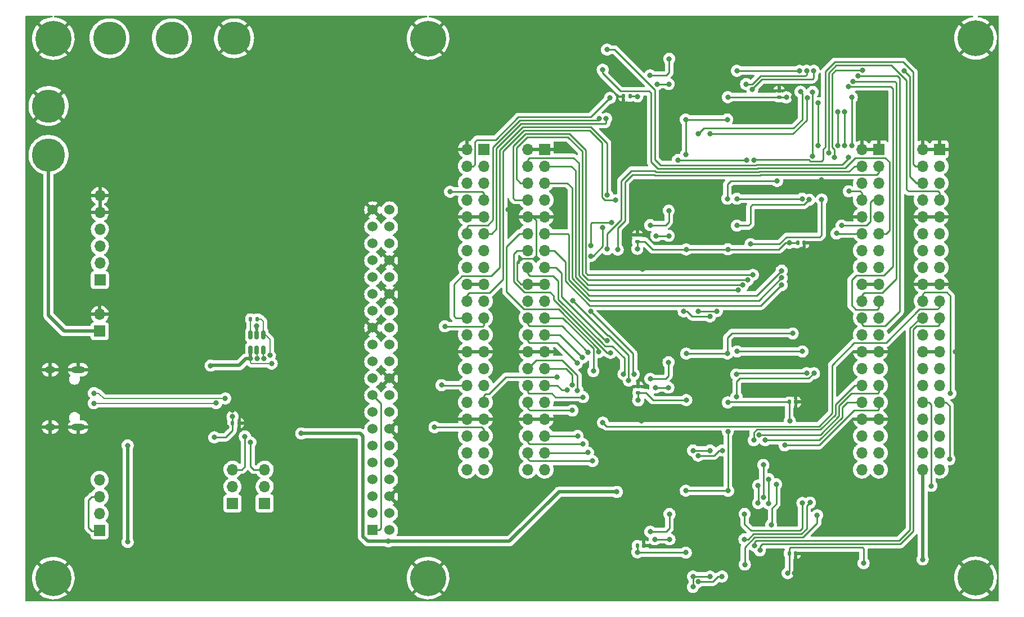
<source format=gbl>
G04 #@! TF.GenerationSoftware,KiCad,Pcbnew,(6.0.7)*
G04 #@! TF.CreationDate,2023-05-24T01:03:00-04:00*
G04 #@! TF.ProjectId,ECELab_v1,4543454c-6162-45f7-9631-2e6b69636164,rev?*
G04 #@! TF.SameCoordinates,Original*
G04 #@! TF.FileFunction,Copper,L2,Bot*
G04 #@! TF.FilePolarity,Positive*
%FSLAX46Y46*%
G04 Gerber Fmt 4.6, Leading zero omitted, Abs format (unit mm)*
G04 Created by KiCad (PCBNEW (6.0.7)) date 2023-05-24 01:03:00*
%MOMM*%
%LPD*%
G01*
G04 APERTURE LIST*
G04 Aperture macros list*
%AMRoundRect*
0 Rectangle with rounded corners*
0 $1 Rounding radius*
0 $2 $3 $4 $5 $6 $7 $8 $9 X,Y pos of 4 corners*
0 Add a 4 corners polygon primitive as box body*
4,1,4,$2,$3,$4,$5,$6,$7,$8,$9,$2,$3,0*
0 Add four circle primitives for the rounded corners*
1,1,$1+$1,$2,$3*
1,1,$1+$1,$4,$5*
1,1,$1+$1,$6,$7*
1,1,$1+$1,$8,$9*
0 Add four rect primitives between the rounded corners*
20,1,$1+$1,$2,$3,$4,$5,0*
20,1,$1+$1,$4,$5,$6,$7,0*
20,1,$1+$1,$6,$7,$8,$9,0*
20,1,$1+$1,$8,$9,$2,$3,0*%
G04 Aperture macros list end*
G04 #@! TA.AperFunction,ComponentPad*
%ADD10C,5.000000*%
G04 #@! TD*
G04 #@! TA.AperFunction,ComponentPad*
%ADD11R,1.700000X1.700000*%
G04 #@! TD*
G04 #@! TA.AperFunction,ComponentPad*
%ADD12O,1.700000X1.700000*%
G04 #@! TD*
G04 #@! TA.AperFunction,ComponentPad*
%ADD13R,1.524000X1.524000*%
G04 #@! TD*
G04 #@! TA.AperFunction,ComponentPad*
%ADD14C,1.524000*%
G04 #@! TD*
G04 #@! TA.AperFunction,ComponentPad*
%ADD15O,1.600000X1.000000*%
G04 #@! TD*
G04 #@! TA.AperFunction,ComponentPad*
%ADD16O,2.100000X1.000000*%
G04 #@! TD*
G04 #@! TA.AperFunction,ComponentPad*
%ADD17C,5.400000*%
G04 #@! TD*
G04 #@! TA.AperFunction,SMDPad,CuDef*
%ADD18RoundRect,0.140000X-0.140000X-0.170000X0.140000X-0.170000X0.140000X0.170000X-0.140000X0.170000X0*%
G04 #@! TD*
G04 #@! TA.AperFunction,SMDPad,CuDef*
%ADD19RoundRect,0.140000X-0.170000X0.140000X-0.170000X-0.140000X0.170000X-0.140000X0.170000X0.140000X0*%
G04 #@! TD*
G04 #@! TA.AperFunction,SMDPad,CuDef*
%ADD20RoundRect,0.140000X0.140000X0.170000X-0.140000X0.170000X-0.140000X-0.170000X0.140000X-0.170000X0*%
G04 #@! TD*
G04 #@! TA.AperFunction,SMDPad,CuDef*
%ADD21RoundRect,0.150000X-0.150000X0.512500X-0.150000X-0.512500X0.150000X-0.512500X0.150000X0.512500X0*%
G04 #@! TD*
G04 #@! TA.AperFunction,SMDPad,CuDef*
%ADD22RoundRect,0.135000X-0.135000X-0.185000X0.135000X-0.185000X0.135000X0.185000X-0.135000X0.185000X0*%
G04 #@! TD*
G04 #@! TA.AperFunction,ViaPad*
%ADD23C,0.800000*%
G04 #@! TD*
G04 #@! TA.AperFunction,Conductor*
%ADD24C,0.254000*%
G04 #@! TD*
G04 #@! TA.AperFunction,Conductor*
%ADD25C,0.508000*%
G04 #@! TD*
G04 #@! TA.AperFunction,Conductor*
%ADD26C,0.250000*%
G04 #@! TD*
G04 #@! TA.AperFunction,Conductor*
%ADD27C,0.190500*%
G04 #@! TD*
G04 APERTURE END LIST*
D10*
X107950000Y-84328000D03*
D11*
X140475000Y-136815000D03*
D12*
X140475000Y-134275000D03*
X140475000Y-131735000D03*
D11*
X242037000Y-83477000D03*
D12*
X239497000Y-83477000D03*
X242037000Y-86017000D03*
X239497000Y-86017000D03*
X242037000Y-88557000D03*
X239497000Y-88557000D03*
X242037000Y-91097000D03*
X239497000Y-91097000D03*
X242037000Y-93637000D03*
X239497000Y-93637000D03*
X242037000Y-96177000D03*
X239497000Y-96177000D03*
X242037000Y-98717000D03*
X239497000Y-98717000D03*
X242037000Y-101257000D03*
X239497000Y-101257000D03*
X242037000Y-103797000D03*
X239497000Y-103797000D03*
X242037000Y-106337000D03*
X239497000Y-106337000D03*
X242037000Y-108877000D03*
X239497000Y-108877000D03*
X242037000Y-111417000D03*
X239497000Y-111417000D03*
X242037000Y-113957000D03*
X239497000Y-113957000D03*
X242037000Y-116497000D03*
X239497000Y-116497000D03*
X242037000Y-119037000D03*
X239497000Y-119037000D03*
X242037000Y-121577000D03*
X239497000Y-121577000D03*
X242037000Y-124117000D03*
X239497000Y-124117000D03*
X242037000Y-126657000D03*
X239497000Y-126657000D03*
X242037000Y-129197000D03*
X239497000Y-129197000D03*
X242037000Y-131737000D03*
X239497000Y-131737000D03*
D11*
X232893000Y-83477000D03*
D12*
X230353000Y-83477000D03*
X232893000Y-86017000D03*
X230353000Y-86017000D03*
X232893000Y-88557000D03*
X230353000Y-88557000D03*
X232893000Y-91097000D03*
X230353000Y-91097000D03*
X232893000Y-93637000D03*
X230353000Y-93637000D03*
X232893000Y-96177000D03*
X230353000Y-96177000D03*
X232893000Y-98717000D03*
X230353000Y-98717000D03*
X232893000Y-101257000D03*
X230353000Y-101257000D03*
X232893000Y-103797000D03*
X230353000Y-103797000D03*
X232893000Y-106337000D03*
X230353000Y-106337000D03*
X232893000Y-108877000D03*
X230353000Y-108877000D03*
X232893000Y-111417000D03*
X230353000Y-111417000D03*
X232893000Y-113957000D03*
X230353000Y-113957000D03*
X232893000Y-116497000D03*
X230353000Y-116497000D03*
X232893000Y-119037000D03*
X230353000Y-119037000D03*
X232893000Y-121577000D03*
X230353000Y-121577000D03*
X232893000Y-124117000D03*
X230353000Y-124117000D03*
X232893000Y-126657000D03*
X230353000Y-126657000D03*
X232893000Y-129197000D03*
X230353000Y-129197000D03*
X232893000Y-131737000D03*
X230353000Y-131737000D03*
D11*
X182601000Y-83477000D03*
D12*
X180061000Y-83477000D03*
X182601000Y-86017000D03*
X180061000Y-86017000D03*
X182601000Y-88557000D03*
X180061000Y-88557000D03*
X182601000Y-91097000D03*
X180061000Y-91097000D03*
X182601000Y-93637000D03*
X180061000Y-93637000D03*
X182601000Y-96177000D03*
X180061000Y-96177000D03*
X182601000Y-98717000D03*
X180061000Y-98717000D03*
X182601000Y-101257000D03*
X180061000Y-101257000D03*
X182601000Y-103797000D03*
X180061000Y-103797000D03*
X182601000Y-106337000D03*
X180061000Y-106337000D03*
X182601000Y-108877000D03*
X180061000Y-108877000D03*
X182601000Y-111417000D03*
X180061000Y-111417000D03*
X182601000Y-113957000D03*
X180061000Y-113957000D03*
X182601000Y-116497000D03*
X180061000Y-116497000D03*
X182601000Y-119037000D03*
X180061000Y-119037000D03*
X182601000Y-121577000D03*
X180061000Y-121577000D03*
X182601000Y-124117000D03*
X180061000Y-124117000D03*
X182601000Y-126657000D03*
X180061000Y-126657000D03*
X182601000Y-129197000D03*
X180061000Y-129197000D03*
X182601000Y-131737000D03*
X180061000Y-131737000D03*
D11*
X173457000Y-83477000D03*
D12*
X170917000Y-83477000D03*
X173457000Y-86017000D03*
X170917000Y-86017000D03*
X173457000Y-88557000D03*
X170917000Y-88557000D03*
X173457000Y-91097000D03*
X170917000Y-91097000D03*
X173457000Y-93637000D03*
X170917000Y-93637000D03*
X173457000Y-96177000D03*
X170917000Y-96177000D03*
X173457000Y-98717000D03*
X170917000Y-98717000D03*
X173457000Y-101257000D03*
X170917000Y-101257000D03*
X173457000Y-103797000D03*
X170917000Y-103797000D03*
X173457000Y-106337000D03*
X170917000Y-106337000D03*
X173457000Y-108877000D03*
X170917000Y-108877000D03*
X173457000Y-111417000D03*
X170917000Y-111417000D03*
X173457000Y-113957000D03*
X170917000Y-113957000D03*
X173457000Y-116497000D03*
X170917000Y-116497000D03*
X173457000Y-119037000D03*
X170917000Y-119037000D03*
X173457000Y-121577000D03*
X170917000Y-121577000D03*
X173457000Y-124117000D03*
X170917000Y-124117000D03*
X173457000Y-126657000D03*
X170917000Y-126657000D03*
X173457000Y-129197000D03*
X170917000Y-129197000D03*
X173457000Y-131737000D03*
X170917000Y-131737000D03*
D10*
X135864600Y-66751200D03*
D11*
X115671600Y-110891400D03*
D12*
X115671600Y-108351400D03*
D10*
X117119400Y-66751200D03*
D13*
X156732400Y-140860800D03*
D14*
X159272400Y-140860800D03*
X156732400Y-138320800D03*
X159272400Y-138320800D03*
X156732400Y-135780800D03*
X159272400Y-135780800D03*
X156732400Y-133240800D03*
X159272400Y-133240800D03*
X156732400Y-130700800D03*
X159272400Y-130700800D03*
X156732400Y-128160800D03*
X159272400Y-128160800D03*
X156732400Y-125620800D03*
X159272400Y-125620800D03*
X156732400Y-123080800D03*
X159272400Y-123080800D03*
X156732400Y-120540800D03*
X159272400Y-120540800D03*
X156732400Y-118000800D03*
X159272400Y-118000800D03*
X156732400Y-115460800D03*
X159272400Y-115460800D03*
X156732400Y-112920800D03*
X159272400Y-112920800D03*
X156732400Y-110380800D03*
X159272400Y-110380800D03*
X156732400Y-107840800D03*
X159272400Y-107840800D03*
X156732400Y-105300800D03*
X159272400Y-105300800D03*
X156732400Y-102760800D03*
X159272400Y-102760800D03*
X156732400Y-100220800D03*
X159272400Y-100220800D03*
X156732400Y-97680800D03*
X159272400Y-97680800D03*
X156732400Y-95140800D03*
X159272400Y-95140800D03*
X156732400Y-92600800D03*
X159272400Y-92600800D03*
D15*
X108219600Y-125325600D03*
X108219600Y-116685600D03*
D16*
X112399600Y-116685600D03*
X112399600Y-125325600D03*
D10*
X126517400Y-66751200D03*
D11*
X115627000Y-140909200D03*
D12*
X115627000Y-138369200D03*
X115627000Y-135829200D03*
X115627000Y-133289200D03*
D17*
X165049200Y-66802000D03*
X108661200Y-148082000D03*
X247446800Y-66776600D03*
X165049200Y-148082000D03*
D11*
X135636000Y-136840000D03*
D12*
X135636000Y-134300000D03*
X135636000Y-131760000D03*
D11*
X115677800Y-103174800D03*
D12*
X115677800Y-100634800D03*
X115677800Y-98094800D03*
X115677800Y-95554800D03*
X115677800Y-93014800D03*
X115677800Y-90474800D03*
D17*
X247446800Y-148056600D03*
X108661200Y-66802000D03*
D10*
X107950000Y-76962000D03*
D18*
X135638600Y-124714000D03*
X136598600Y-124714000D03*
D19*
X196550000Y-96420000D03*
X196550000Y-97380000D03*
D20*
X197507800Y-143179800D03*
X196547800Y-143179800D03*
D19*
X217875000Y-74670000D03*
X217875000Y-75630000D03*
D21*
X138343600Y-111435300D03*
X139293600Y-111435300D03*
X140243600Y-111435300D03*
X140243600Y-113710300D03*
X139293600Y-113710300D03*
X138343600Y-113710300D03*
D20*
X221655000Y-97600000D03*
X220695000Y-97600000D03*
X220367800Y-144399000D03*
X219407800Y-144399000D03*
D19*
X196672200Y-119230200D03*
X196672200Y-120190200D03*
D18*
X194495000Y-75500000D03*
X195455000Y-75500000D03*
D22*
X138351800Y-109042200D03*
X139371800Y-109042200D03*
D20*
X220393200Y-121564400D03*
X219433200Y-121564400D03*
D23*
X138325000Y-127625000D03*
X142316200Y-113868200D03*
X167640000Y-139700000D03*
X193040000Y-150774400D03*
X106680000Y-88900000D03*
X204470000Y-110490000D03*
X248920000Y-124460000D03*
X111760000Y-88900000D03*
X177800000Y-64770000D03*
X134620000Y-144780000D03*
X222961200Y-111226600D03*
X106680000Y-114300000D03*
X187960000Y-64770000D03*
X106680000Y-104140000D03*
X142240000Y-104140000D03*
X248920000Y-109220000D03*
X162560000Y-119380000D03*
X167640000Y-73660000D03*
X182880000Y-69850000D03*
X223520000Y-106680000D03*
X248920000Y-83820000D03*
X233680000Y-137160000D03*
X197205600Y-147345400D03*
X213360000Y-66040000D03*
X144780000Y-139700000D03*
X208280000Y-150774400D03*
X145948400Y-114808000D03*
X111760000Y-138430000D03*
X177800000Y-149860000D03*
X248920000Y-99060000D03*
X149860000Y-132080000D03*
X157480000Y-73660000D03*
X139700000Y-149860000D03*
X142240000Y-93980000D03*
X182880000Y-149860000D03*
X152400000Y-64770000D03*
X207010000Y-72390000D03*
X147320000Y-104140000D03*
X182880000Y-144780000D03*
X157480000Y-69850000D03*
X176530000Y-132080000D03*
X221175000Y-98591498D03*
X236220000Y-127000000D03*
X220230990Y-147314982D03*
X157480000Y-78740000D03*
X162560000Y-99060000D03*
X135635647Y-122757847D03*
X223520000Y-149860000D03*
X208686400Y-89509600D03*
X172720000Y-139700000D03*
X162560000Y-73660000D03*
X152400000Y-124460000D03*
X198120000Y-129540000D03*
X228600000Y-137160000D03*
X106680000Y-93980000D03*
X157480000Y-83820000D03*
X228600000Y-66040000D03*
X111760000Y-104140000D03*
X190500000Y-127000000D03*
X238760000Y-66040000D03*
X119380000Y-83820000D03*
X106680000Y-138430000D03*
X129540000Y-124460000D03*
X142240000Y-99060000D03*
X202125000Y-66475000D03*
X129540000Y-119380000D03*
X243840000Y-73660000D03*
X111760000Y-93980000D03*
X193040000Y-83820000D03*
X129540000Y-109220000D03*
X177800000Y-139700000D03*
X124460000Y-78740000D03*
X162560000Y-88900000D03*
X198120000Y-150774400D03*
X195580000Y-83820000D03*
X248920000Y-73660000D03*
X106680000Y-109220000D03*
X152400000Y-114300000D03*
X233680000Y-149860000D03*
X162560000Y-104140000D03*
X149860000Y-149860000D03*
X233680000Y-66040000D03*
X152400000Y-88900000D03*
X162560000Y-93980000D03*
X114300000Y-144780000D03*
X248920000Y-139700000D03*
X124460000Y-99060000D03*
X142240000Y-69850000D03*
X177800000Y-144780000D03*
X200660000Y-83820000D03*
X106680000Y-99060000D03*
X134620000Y-149860000D03*
X197333500Y-101577367D03*
X248920000Y-93980000D03*
X248920000Y-114300000D03*
X162560000Y-78740000D03*
X172720000Y-64770000D03*
X139700000Y-144780000D03*
X147320000Y-69850000D03*
X119380000Y-73660000D03*
X152400000Y-104140000D03*
X248920000Y-134620000D03*
X106680000Y-123190000D03*
X224282000Y-88105700D03*
X162560000Y-129540000D03*
X172720000Y-149860000D03*
X152400000Y-119380000D03*
X144780000Y-132080000D03*
X106680000Y-118110000D03*
X152400000Y-93980000D03*
X227330000Y-127000000D03*
X224256600Y-121810900D03*
X182880000Y-73660000D03*
X193040000Y-129540000D03*
X243840000Y-68580000D03*
X187960000Y-150774400D03*
X149860000Y-137160000D03*
X234950000Y-114300000D03*
X124460000Y-83820000D03*
X124460000Y-73660000D03*
X129540000Y-104140000D03*
X134772400Y-125349000D03*
X228600000Y-149860000D03*
X124460000Y-144780000D03*
X139293600Y-110109000D03*
X129540000Y-114300000D03*
X172720000Y-69850000D03*
X248920000Y-104140000D03*
X172720000Y-144780000D03*
X195580000Y-127000000D03*
X124460000Y-149860000D03*
X147320000Y-64770000D03*
X149860000Y-144780000D03*
X153390600Y-144221200D03*
X114300000Y-149860000D03*
X172720000Y-73660000D03*
X248920000Y-129540000D03*
X220068346Y-75663010D03*
X152400000Y-78740000D03*
X129540000Y-99060000D03*
X162560000Y-109220000D03*
X238760000Y-149860000D03*
X177800000Y-69850000D03*
X157480000Y-64770000D03*
X176530000Y-127000000D03*
X162560000Y-124460000D03*
X198120000Y-111023400D03*
X152400000Y-83820000D03*
X157480000Y-88900000D03*
X197205600Y-78968600D03*
X111760000Y-114300000D03*
X106680000Y-133350000D03*
X144780000Y-149860000D03*
X236220000Y-132080000D03*
X248920000Y-88900000D03*
X244440700Y-113995200D03*
X162560000Y-83820000D03*
X248920000Y-78740000D03*
X202565000Y-135102600D03*
X147320000Y-93980000D03*
X142240000Y-64770000D03*
X182880000Y-64770000D03*
X147320000Y-99060000D03*
X218440000Y-150774400D03*
X202275000Y-89225000D03*
X152400000Y-73660000D03*
X129540000Y-149860000D03*
X208280000Y-66040000D03*
X177130500Y-92608400D03*
X162560000Y-114300000D03*
X203200000Y-150774400D03*
X177800000Y-73660000D03*
X207010000Y-77470000D03*
X248920000Y-119380000D03*
X152400000Y-99060000D03*
X149860000Y-139700000D03*
X223520000Y-129540000D03*
X197205600Y-124435100D03*
X152400000Y-69850000D03*
X119380000Y-78740000D03*
X111760000Y-109220000D03*
X119380000Y-144780000D03*
X144780000Y-144780000D03*
X119380000Y-149860000D03*
X106680000Y-144780000D03*
X152400000Y-109220000D03*
X111760000Y-99060000D03*
X129540000Y-144780000D03*
X111760000Y-133350000D03*
X213360000Y-150774400D03*
X167640000Y-78740000D03*
X119862600Y-128092200D03*
X119862600Y-142646400D03*
X239496600Y-145279100D03*
X203850000Y-134914400D03*
X219450000Y-97575000D03*
X145973800Y-126288800D03*
X196551012Y-98477571D03*
X141526081Y-115770481D03*
X203850000Y-79000000D03*
X219497000Y-124430500D03*
X217575000Y-88255500D03*
X230606600Y-145846800D03*
X193471800Y-135102600D03*
X138320705Y-115010872D03*
X210108800Y-114249200D03*
X210083400Y-78994000D03*
X218975000Y-75650000D03*
X135636095Y-123757349D03*
X210168062Y-125992100D03*
X210175000Y-75625000D03*
X196555089Y-144203422D03*
X132892800Y-126873000D03*
X196683500Y-121310400D03*
X196551705Y-75527181D03*
X203925000Y-121271200D03*
X203925000Y-98563600D03*
X219938600Y-111226600D03*
X219177808Y-147340933D03*
X210100000Y-90932000D03*
X203860400Y-84309500D03*
X132334000Y-116078000D03*
X159080200Y-142544800D03*
X210210400Y-134924800D03*
X210170000Y-98550000D03*
X210170000Y-121625600D03*
X203850000Y-144257000D03*
X203925000Y-114263000D03*
X114757200Y-121742200D03*
X133172200Y-121716800D03*
X134547837Y-121022050D03*
X114782600Y-120218200D03*
X198501000Y-118059200D03*
X201244200Y-115570000D03*
X211550000Y-90925000D03*
X221350000Y-90925000D03*
X221393771Y-136764646D03*
X212699600Y-138430000D03*
X211556600Y-113944400D03*
X221396104Y-113935739D03*
X201218800Y-119380000D03*
X199263000Y-119380000D03*
X211550000Y-94975000D03*
X222416847Y-91081277D03*
X222537717Y-136711117D03*
X212674200Y-142240000D03*
X211455000Y-117398800D03*
X222021400Y-117221000D03*
X213600000Y-97769500D03*
X224300000Y-91050000D03*
X223621600Y-138633200D03*
X212725000Y-146050000D03*
X223139000Y-117221000D03*
X211480400Y-120783502D03*
X198500000Y-94900000D03*
X201275000Y-92725000D03*
X201350000Y-69850000D03*
X198475000Y-72350000D03*
X211525000Y-71650000D03*
X220950000Y-71649612D03*
X201396600Y-138430000D03*
X198501000Y-141097000D03*
X201275000Y-96525000D03*
X199400000Y-96525000D03*
X199550000Y-73650000D03*
X201275000Y-73650000D03*
X222020008Y-71654508D03*
X212925000Y-73650000D03*
X201396600Y-142240000D03*
X199161400Y-142240000D03*
X213850000Y-74430500D03*
X223100000Y-71650000D03*
X141274800Y-114503200D03*
X137490200Y-126746000D03*
X209296000Y-147853400D03*
X208508600Y-107857300D03*
X205714600Y-107873800D03*
X209389562Y-128854700D03*
X221107000Y-74805500D03*
X205715029Y-148631900D03*
X205689200Y-81178400D03*
X205714600Y-129641600D03*
X222143500Y-75692000D03*
X207467200Y-81178400D03*
X204936100Y-128863100D03*
X207492600Y-147853400D03*
X207492600Y-108661200D03*
X207492600Y-128863100D03*
X204927200Y-149410400D03*
X203530200Y-107899200D03*
X204936100Y-147853400D03*
X140319702Y-115011102D03*
X139320203Y-115013869D03*
X186009969Y-119786400D03*
X186788469Y-122834400D03*
X187566969Y-126669800D03*
X188345469Y-127889000D03*
X189123969Y-129184400D03*
X189794164Y-130454400D03*
X228371400Y-89814400D03*
X227306397Y-94972397D03*
X226527897Y-96164400D03*
X192025000Y-98525000D03*
X193603317Y-98595625D03*
X184457288Y-117788907D03*
X193300000Y-91150000D03*
X189556603Y-97989603D03*
X192650000Y-94500000D03*
X192000000Y-90369500D03*
X191350000Y-95280500D03*
X189541462Y-99555500D03*
X190820997Y-78854500D03*
X191874500Y-78854500D03*
X225327776Y-84059205D03*
X230436165Y-71610262D03*
X236702600Y-71625000D03*
X226186500Y-84669500D03*
X227775000Y-77819500D03*
X227771571Y-82949012D03*
X228825000Y-82936500D03*
X228825000Y-75650000D03*
X222925000Y-74850000D03*
X222925000Y-84511500D03*
X226718143Y-82936500D03*
X226721720Y-77797880D03*
X223763500Y-76525000D03*
X223750000Y-82936500D03*
X214084500Y-85079000D03*
X214213817Y-143207906D03*
X214993500Y-143916400D03*
X243662200Y-120243600D03*
X240792000Y-134188200D03*
X217449400Y-133950700D03*
X216695661Y-140092612D03*
X216297501Y-133172200D03*
X216293500Y-136829800D03*
X215519000Y-131038600D03*
X215519000Y-135940800D03*
X214731600Y-134154300D03*
X214736500Y-136779000D03*
X243535200Y-130175000D03*
X214071200Y-127304800D03*
X214858600Y-126492000D03*
X215798400Y-127304800D03*
X218719400Y-128083300D03*
X188386635Y-120827800D03*
X187553600Y-119791608D03*
X186754908Y-119013108D03*
X187477192Y-115696792D03*
X188315600Y-114858800D03*
X189162700Y-114046000D03*
X189941200Y-116890800D03*
X196033500Y-117374947D03*
X189509330Y-107864964D03*
X186839208Y-106302192D03*
X195254183Y-118334217D03*
X194471300Y-117362742D03*
X191995627Y-112333167D03*
X192506600Y-114147600D03*
X190748128Y-114001072D03*
X213938803Y-102394500D03*
X213192931Y-103169000D03*
X212445025Y-103944000D03*
X211696023Y-104705500D03*
X218267726Y-103937056D03*
X218259294Y-102842400D03*
X218266197Y-101773803D03*
X213030997Y-85079000D03*
X202675000Y-85079000D03*
X192439397Y-75731498D03*
X168385500Y-89865200D03*
X167589200Y-110159800D03*
X167081200Y-119024400D03*
X166039800Y-125349000D03*
X228360603Y-84660603D03*
X192000000Y-68450000D03*
X191336603Y-71486603D03*
X191363600Y-124663200D03*
X229800000Y-72450000D03*
X228998028Y-73230500D03*
X228307260Y-74025928D03*
D24*
X138810000Y-131735000D02*
X140475000Y-131735000D01*
X138325000Y-127625000D02*
X138325000Y-131250000D01*
X138325000Y-131250000D02*
X138810000Y-131735000D01*
D25*
X107950000Y-108525000D02*
X107950000Y-84328000D01*
X110316400Y-110891400D02*
X107950000Y-108525000D01*
X115671600Y-110891400D02*
X110316400Y-110891400D01*
D26*
X178460400Y-103174800D02*
X178460400Y-100431600D01*
X181356000Y-99669600D02*
X181356000Y-94157800D01*
X181076600Y-99949000D02*
X181356000Y-99669600D01*
X177130500Y-92608400D02*
X177469800Y-92608400D01*
D27*
X139293600Y-111435300D02*
X139293600Y-110109000D01*
D26*
X180061000Y-103797000D02*
X179082600Y-103797000D01*
X180835200Y-93637000D02*
X180061000Y-93637000D01*
X181356000Y-94157800D02*
X180835200Y-93637000D01*
X178498400Y-93637000D02*
X180061000Y-93637000D01*
X178943000Y-99949000D02*
X181076600Y-99949000D01*
X178460400Y-100431600D02*
X178943000Y-99949000D01*
X179082600Y-103797000D02*
X178460400Y-103174800D01*
X177469800Y-92608400D02*
X178498400Y-93637000D01*
D25*
X119862600Y-142646400D02*
X119862600Y-128092200D01*
D24*
X239496600Y-145279100D02*
X239497000Y-145278700D01*
D25*
X239497000Y-145278700D02*
X239497000Y-131737000D01*
D26*
X196683500Y-120226900D02*
X196649400Y-120192800D01*
D24*
X210625000Y-88250000D02*
X217569500Y-88250000D01*
X196551012Y-98477571D02*
X196551012Y-97381012D01*
X198893600Y-98563600D02*
X203925000Y-98563600D01*
X217569500Y-88250000D02*
X217575000Y-88255500D01*
D27*
X138503481Y-115770481D02*
X138320705Y-115587705D01*
D26*
X197838000Y-120190200D02*
X198919000Y-121271200D01*
X219433200Y-124366700D02*
X219433200Y-121564400D01*
D24*
X218950000Y-75625000D02*
X210175000Y-75625000D01*
D25*
X177292000Y-142544800D02*
X184708800Y-135128000D01*
X154813000Y-126288800D02*
X155244800Y-126720600D01*
X154813000Y-126288800D02*
X145973800Y-126288800D01*
D24*
X219450000Y-97575000D02*
X220670000Y-97575000D01*
X219583000Y-143484600D02*
X219407800Y-143659800D01*
D26*
X219887800Y-111175800D02*
X210769200Y-111175800D01*
D25*
X138320705Y-115010872D02*
X137642928Y-115010872D01*
D24*
X219450000Y-97575000D02*
X218843420Y-97575000D01*
D26*
X219497000Y-124411558D02*
X219494642Y-124409200D01*
X210168062Y-125992100D02*
X210168062Y-134882462D01*
D25*
X155244800Y-141808200D02*
X155981400Y-142544800D01*
D26*
X135636095Y-123757349D02*
X135636095Y-124640495D01*
X203938800Y-114249200D02*
X203925000Y-114263000D01*
D25*
X184734200Y-135102600D02*
X193471800Y-135102600D01*
D24*
X220670000Y-97575000D02*
X220695000Y-97600000D01*
D25*
X138277600Y-115036600D02*
X138343600Y-114970600D01*
D24*
X203938600Y-98550000D02*
X203925000Y-98563600D01*
X230403400Y-143484600D02*
X219583000Y-143484600D01*
D26*
X219938600Y-111226600D02*
X219887800Y-111175800D01*
D25*
X136601200Y-116052600D02*
X132359400Y-116052600D01*
D26*
X210769200Y-111175800D02*
X210108800Y-111836200D01*
X210210400Y-134924800D02*
X203860400Y-134924800D01*
X219497000Y-124430500D02*
X219433200Y-124366700D01*
D24*
X197710000Y-97380000D02*
X198893600Y-98563600D01*
D26*
X135638600Y-124714000D02*
X135638600Y-125854400D01*
X196683500Y-121310400D02*
X196683500Y-120226900D01*
D24*
X196551012Y-97381012D02*
X196550000Y-97380000D01*
D26*
X210108800Y-114249200D02*
X203938800Y-114249200D01*
X196608667Y-144257000D02*
X203850000Y-144257000D01*
D27*
X138320705Y-115010872D02*
X138303328Y-115010872D01*
D25*
X138343600Y-114970600D02*
X138343600Y-113710300D01*
D26*
X219407800Y-144399000D02*
X219407800Y-147110941D01*
D24*
X203860400Y-79010400D02*
X203850000Y-79000000D01*
X203860400Y-84309500D02*
X203860400Y-79010400D01*
D26*
X219433200Y-121564400D02*
X210231200Y-121564400D01*
D24*
X210077400Y-79000000D02*
X210083400Y-78994000D01*
X195455000Y-75500000D02*
X196524524Y-75500000D01*
D27*
X141526081Y-115770481D02*
X138503481Y-115770481D01*
D24*
X218975000Y-75650000D02*
X218950000Y-75625000D01*
D26*
X196555089Y-144203422D02*
X196608667Y-144257000D01*
D24*
X219407800Y-143659800D02*
X219407800Y-144399000D01*
D26*
X203860400Y-134924800D02*
X203850000Y-134914400D01*
X196672200Y-120190200D02*
X197838000Y-120190200D01*
D24*
X217868420Y-98550000D02*
X210170000Y-98550000D01*
D26*
X134620000Y-126873000D02*
X132892800Y-126873000D01*
X135638600Y-125854400D02*
X134620000Y-126873000D01*
X210168062Y-134882462D02*
X210210400Y-134924800D01*
D24*
X210100000Y-88775000D02*
X210625000Y-88250000D01*
X196550000Y-97380000D02*
X197710000Y-97380000D01*
D26*
X196547800Y-143179800D02*
X196547800Y-144196133D01*
D24*
X230606600Y-143687800D02*
X230403400Y-143484600D01*
D26*
X196547800Y-144196133D02*
X196555089Y-144203422D01*
X198919000Y-121271200D02*
X203925000Y-121271200D01*
X210231200Y-121564400D02*
X210170000Y-121625600D01*
D24*
X230606600Y-145846800D02*
X230606600Y-143687800D01*
X203850000Y-79000000D02*
X210077400Y-79000000D01*
D25*
X132359400Y-116052600D02*
X132334000Y-116078000D01*
D24*
X210170000Y-98550000D02*
X203938600Y-98550000D01*
D25*
X137642928Y-115010872D02*
X136601200Y-116052600D01*
D26*
X219407800Y-147110941D02*
X219177808Y-147340933D01*
D24*
X210100000Y-90932000D02*
X210100000Y-88775000D01*
D25*
X159080200Y-142544800D02*
X177292000Y-142544800D01*
X155981400Y-142544800D02*
X159080200Y-142544800D01*
D24*
X184708800Y-135128000D02*
X184734200Y-135102600D01*
X218843420Y-97575000D02*
X217868420Y-98550000D01*
D27*
X138320705Y-115587705D02*
X138320705Y-115010872D01*
D26*
X210108800Y-111836200D02*
X210108800Y-114249200D01*
D25*
X155244800Y-126720600D02*
X155244800Y-141808200D01*
D27*
X133146800Y-121742200D02*
X114757200Y-121742200D01*
X133172200Y-121716800D02*
X133146800Y-121742200D01*
X134547837Y-121022050D02*
X132883718Y-121022050D01*
X115493800Y-120218200D02*
X114782600Y-120218200D01*
X116306600Y-121031000D02*
X115493800Y-120218200D01*
X132874768Y-121031000D02*
X116306600Y-121031000D01*
X132883718Y-121022050D02*
X132874768Y-121031000D01*
D26*
X201244200Y-117602000D02*
X200888600Y-117957600D01*
X200888600Y-117957600D02*
X200787000Y-118059200D01*
X201244200Y-115570000D02*
X201244200Y-117602000D01*
X200787000Y-118059200D02*
X198501000Y-118059200D01*
D24*
X211550000Y-90925000D02*
X221350000Y-90925000D01*
D26*
X212699600Y-139954000D02*
X213698200Y-140952600D01*
X221361000Y-140611272D02*
X221361000Y-136797417D01*
X221019672Y-140952600D02*
X221361000Y-140611272D01*
X212699600Y-138430000D02*
X212699600Y-139954000D01*
X213698200Y-140952600D02*
X221019672Y-140952600D01*
X221361000Y-136797417D02*
X221393771Y-136764646D01*
X221396104Y-113935739D02*
X211565261Y-113935739D01*
X211565261Y-113935739D02*
X211556600Y-113944400D01*
X199263000Y-119380000D02*
X201218800Y-119380000D01*
D24*
X213575000Y-94650000D02*
X213575000Y-92125000D01*
X211550000Y-94975000D02*
X213250000Y-94975000D01*
X213875000Y-91825000D02*
X221660627Y-91825000D01*
X213575000Y-92125000D02*
X213875000Y-91825000D01*
X222404350Y-91081277D02*
X222416847Y-91081277D01*
X213250000Y-94975000D02*
X213575000Y-94650000D01*
X221660627Y-91825000D02*
X222404350Y-91081277D01*
D26*
X213231436Y-142240000D02*
X212674200Y-142240000D01*
X222021400Y-140663636D02*
X221228436Y-141456600D01*
X214014836Y-141456600D02*
X213231436Y-142240000D01*
X222537717Y-136711117D02*
X222021400Y-137227434D01*
X222021400Y-137227434D02*
X222021400Y-140663636D01*
X221228436Y-141456600D02*
X214014836Y-141456600D01*
X211632800Y-117221000D02*
X211455000Y-117398800D01*
X222021400Y-117221000D02*
X211632800Y-117221000D01*
D24*
X224000000Y-96700000D02*
X224300000Y-96400000D01*
X219000000Y-96700000D02*
X224000000Y-96700000D01*
X213600000Y-97769500D02*
X217930500Y-97769500D01*
X217930500Y-97769500D02*
X219000000Y-96700000D01*
X224300000Y-96400000D02*
X224300000Y-91050000D01*
D26*
X212725000Y-143459200D02*
X212725000Y-146050000D01*
X214223600Y-141960600D02*
X212725000Y-143459200D01*
X223621600Y-138633200D02*
X223621600Y-139776200D01*
X223621600Y-139776200D02*
X221437200Y-141960600D01*
X221437200Y-141960600D02*
X214223600Y-141960600D01*
X211480400Y-120783502D02*
X211480400Y-118516400D01*
X211480400Y-118516400D02*
X211988400Y-118008400D01*
X211988400Y-118008400D02*
X222351600Y-118008400D01*
X222351600Y-118008400D02*
X223139000Y-117221000D01*
D24*
X201275000Y-93925000D02*
X201275000Y-94400000D01*
X200775000Y-94900000D02*
X198950000Y-94900000D01*
X198950000Y-94900000D02*
X198500000Y-94900000D01*
X201275000Y-92725000D02*
X201275000Y-93925000D01*
X201275000Y-94400000D02*
X200775000Y-94900000D01*
X200925000Y-72350000D02*
X201350000Y-71925000D01*
X201350000Y-71925000D02*
X201350000Y-69850000D01*
X198475000Y-72350000D02*
X200925000Y-72350000D01*
X211525000Y-71650000D02*
X220949612Y-71650000D01*
X220949612Y-71650000D02*
X220950000Y-71649612D01*
D26*
X201396600Y-138430000D02*
X201396600Y-140589000D01*
X201396600Y-140589000D02*
X200888600Y-141097000D01*
X200888600Y-141097000D02*
X198501000Y-141097000D01*
D24*
X199400000Y-96525000D02*
X201275000Y-96525000D01*
X199550000Y-73650000D02*
X201275000Y-73650000D01*
X222020008Y-71654508D02*
X222020008Y-72254992D01*
X221844388Y-72430612D02*
X215094388Y-72430612D01*
X213875000Y-73650000D02*
X212925000Y-73650000D01*
X215094388Y-72430612D02*
X213875000Y-73650000D01*
X222020008Y-72254992D02*
X221844388Y-72430612D01*
D26*
X201396600Y-142240000D02*
X199161400Y-142240000D01*
D24*
X213850000Y-74393420D02*
X215304808Y-72938612D01*
X215304808Y-72938612D02*
X222886388Y-72938612D01*
X223100000Y-72725000D02*
X223100000Y-71650000D01*
X213850000Y-74430500D02*
X213850000Y-74393420D01*
X222886388Y-72938612D02*
X223100000Y-72725000D01*
X156732400Y-120540800D02*
X157986879Y-121795279D01*
X157741600Y-140860800D02*
X156732400Y-140860800D01*
X157986879Y-140615521D02*
X157741600Y-140860800D01*
X157986879Y-121795279D02*
X157986879Y-140615521D01*
D27*
X140243600Y-111435300D02*
X140243600Y-109382600D01*
X139903200Y-109042200D02*
X139371800Y-109042200D01*
X141274800Y-114503200D02*
X141274800Y-112115600D01*
X140594500Y-111435300D02*
X140243600Y-111435300D01*
X141274800Y-112115600D02*
X140594500Y-111435300D01*
X140243600Y-109382600D02*
X139903200Y-109042200D01*
D24*
X137490200Y-131284800D02*
X137015000Y-131760000D01*
X137015000Y-131760000D02*
X135636000Y-131760000D01*
X137490200Y-126746000D02*
X137490200Y-131284800D01*
D26*
X206552800Y-80314800D02*
X205689200Y-81178400D01*
X221364500Y-75063000D02*
X221364500Y-79015900D01*
X205714600Y-107873800D02*
X205731600Y-107856800D01*
X205731600Y-107856800D02*
X208508100Y-107856800D01*
X221107000Y-74805500D02*
X221364500Y-75063000D01*
X207942773Y-148631900D02*
X208721273Y-147853400D01*
X208721273Y-147853400D02*
X209296000Y-147853400D01*
X208838300Y-128854700D02*
X208051400Y-129641600D01*
X209389562Y-128854700D02*
X208838300Y-128854700D01*
X205715029Y-148631900D02*
X207942773Y-148631900D01*
X208051400Y-129641600D02*
X205714600Y-129641600D01*
X221364500Y-79015900D02*
X220065600Y-80314800D01*
X220065600Y-80314800D02*
X206552800Y-80314800D01*
X208508100Y-107856800D02*
X208508600Y-107857300D01*
D24*
X113969800Y-136321800D02*
X113969800Y-140462000D01*
X114477800Y-140970000D02*
X115697000Y-140970000D01*
X113969800Y-140462000D02*
X114477800Y-140970000D01*
X115636200Y-135829200D02*
X114462400Y-135829200D01*
X114462400Y-135829200D02*
X113969800Y-136321800D01*
D26*
X208229200Y-81178400D02*
X207467200Y-81178400D01*
X207492600Y-128863100D02*
X207483700Y-128854200D01*
X222021400Y-75814100D02*
X222021400Y-79071764D01*
D24*
X204927200Y-149410400D02*
X204927200Y-147862300D01*
D26*
X219914764Y-81178400D02*
X208229200Y-81178400D01*
X204012800Y-107899200D02*
X203530200Y-107899200D01*
X207483700Y-128854200D02*
X204945000Y-128854200D01*
X204936100Y-147853400D02*
X207492600Y-147853400D01*
X204945000Y-128854200D02*
X204936100Y-128863100D01*
X222021400Y-79071764D02*
X219914764Y-81178400D01*
X207492600Y-108661200D02*
X204774800Y-108661200D01*
X222143500Y-75692000D02*
X222021400Y-75814100D01*
D24*
X204927200Y-147862300D02*
X204936100Y-147853400D01*
D26*
X204774800Y-108661200D02*
X204012800Y-107899200D01*
D27*
X140269000Y-114960400D02*
X140269000Y-114142100D01*
X140319702Y-115011102D02*
X140269000Y-114960400D01*
X139320203Y-115013869D02*
X139320203Y-114143303D01*
X139320203Y-114143303D02*
X139319000Y-114142100D01*
X138351800Y-109042200D02*
X138351800Y-111427100D01*
X138351800Y-111427100D02*
X138343600Y-111435300D01*
D26*
X185191400Y-119786400D02*
X184442000Y-119037000D01*
X186009969Y-119786400D02*
X185191400Y-119786400D01*
X184442000Y-119037000D02*
X182601000Y-119037000D01*
X180061000Y-122530000D02*
X180061000Y-121577000D01*
X186788469Y-122834400D02*
X180365400Y-122834400D01*
X180365400Y-122834400D02*
X180061000Y-122530000D01*
X187566969Y-126669800D02*
X187554169Y-126657000D01*
X187554169Y-126657000D02*
X182601000Y-126657000D01*
X188345469Y-127889000D02*
X180340000Y-127889000D01*
X180061000Y-127610000D02*
X180061000Y-126657000D01*
X180340000Y-127889000D02*
X180061000Y-127610000D01*
X189123969Y-129184400D02*
X189111369Y-129197000D01*
X189111369Y-129197000D02*
X182601000Y-129197000D01*
X189794164Y-130454400D02*
X180365400Y-130454400D01*
X180061000Y-130150000D02*
X180061000Y-129197000D01*
X180365400Y-130454400D02*
X180061000Y-130150000D01*
X230073200Y-89814400D02*
X230353000Y-90094200D01*
X230353000Y-90094200D02*
X230353000Y-91097000D01*
X228371400Y-89814400D02*
X230073200Y-89814400D01*
X231648000Y-94310200D02*
X231648000Y-91440000D01*
X231010200Y-94948000D02*
X231648000Y-94310200D01*
X227306397Y-94972397D02*
X227330794Y-94948000D01*
X227330794Y-94948000D02*
X231010200Y-94948000D01*
X231991000Y-91097000D02*
X232893000Y-91097000D01*
X231648000Y-91440000D02*
X231991000Y-91097000D01*
X226540497Y-96177000D02*
X230353000Y-96177000D01*
X226527897Y-96164400D02*
X226540497Y-96177000D01*
D24*
X228439380Y-86817200D02*
X229239580Y-86017000D01*
X199407580Y-86876000D02*
X214828841Y-86876000D01*
X194125000Y-88250000D02*
X195684800Y-86690200D01*
X229239580Y-86017000D02*
X230353000Y-86017000D01*
X192969000Y-95281000D02*
X192973501Y-95281000D01*
X214887641Y-86817200D02*
X228439380Y-86817200D01*
X194125000Y-94129501D02*
X194125000Y-88250000D01*
X192025000Y-96225000D02*
X192969000Y-95281000D01*
X192973501Y-95281000D02*
X194125000Y-94129501D01*
X192025000Y-98525000D02*
X192025000Y-96225000D01*
X195684800Y-86690200D02*
X199221780Y-86690200D01*
X199221780Y-86690200D02*
X199407580Y-86876000D01*
X214828841Y-86876000D02*
X214887641Y-86817200D01*
X195774800Y-87325200D02*
X199138360Y-87325200D01*
X194700000Y-88400000D02*
X195774800Y-87325200D01*
X199138360Y-87325200D02*
X199197160Y-87384000D01*
X215039261Y-87384000D02*
X215098061Y-87325200D01*
X199197160Y-87384000D02*
X215039261Y-87384000D01*
X232893000Y-87020000D02*
X232893000Y-86017000D01*
X215098061Y-87325200D02*
X232587800Y-87325200D01*
X193603317Y-98595625D02*
X193603317Y-95369604D01*
X232587800Y-87325200D02*
X232893000Y-87020000D01*
X194700000Y-94272921D02*
X194700000Y-88400000D01*
X193603317Y-95369604D02*
X194700000Y-94272921D01*
X173736000Y-120319800D02*
X173457000Y-120598800D01*
X184448181Y-117779800D02*
X176733200Y-117779800D01*
X176733200Y-117779800D02*
X174193200Y-120319800D01*
X174193200Y-120319800D02*
X173736000Y-120319800D01*
X173457000Y-120598800D02*
X173457000Y-121577000D01*
X184457288Y-117788907D02*
X184448181Y-117779800D01*
X191200000Y-90675000D02*
X191200000Y-82468420D01*
X171275000Y-105100000D02*
X170917000Y-105458000D01*
X179498420Y-80645000D02*
X176350000Y-83793420D01*
X191200000Y-82468420D02*
X189376580Y-80645000D01*
X176350000Y-83793420D02*
X176350000Y-103100800D01*
X193300000Y-91150000D02*
X191675000Y-91150000D01*
X170917000Y-105458000D02*
X170917000Y-106337000D01*
X174350800Y-105100000D02*
X171275000Y-105100000D01*
X176350000Y-103100800D02*
X174350800Y-105100000D01*
X189376580Y-80645000D02*
X179498420Y-80645000D01*
X191675000Y-91150000D02*
X191200000Y-90675000D01*
X189750500Y-94499500D02*
X192649500Y-94499500D01*
X189556603Y-94693397D02*
X189750500Y-94499500D01*
X192649500Y-94499500D02*
X192650000Y-94500000D01*
X189556603Y-97989603D02*
X189556603Y-94693397D01*
X170195200Y-102550000D02*
X168935400Y-103809800D01*
X168935400Y-108610400D02*
X169202000Y-108877000D01*
X192000000Y-90369500D02*
X192000000Y-82550000D01*
X174575000Y-102550000D02*
X170195200Y-102550000D01*
X192000000Y-82550000D02*
X189587000Y-80137000D01*
X168935400Y-103809800D02*
X168935400Y-108610400D01*
X175840999Y-83584001D02*
X175840999Y-101284001D01*
X175840999Y-101284001D02*
X174575000Y-102550000D01*
X179288000Y-80137000D02*
X175840999Y-83584001D01*
X169202000Y-108877000D02*
X170917000Y-108877000D01*
X189587000Y-80137000D02*
X179288000Y-80137000D01*
X191350000Y-98095499D02*
X191350000Y-95280500D01*
X189889999Y-99555500D02*
X191350000Y-98095499D01*
X189541462Y-99555500D02*
X189889999Y-99555500D01*
X171150000Y-94925000D02*
X170917000Y-95158000D01*
X174825000Y-83150000D02*
X174825000Y-94125000D01*
X178854000Y-79121000D02*
X174825000Y-83150000D01*
X174025000Y-94925000D02*
X171150000Y-94925000D01*
X170917000Y-95158000D02*
X170917000Y-96177000D01*
X190820997Y-78854500D02*
X190554497Y-79121000D01*
X190554497Y-79121000D02*
X178854000Y-79121000D01*
X174825000Y-94125000D02*
X174025000Y-94925000D01*
X190490996Y-79629000D02*
X179064420Y-79629000D01*
X175333000Y-83360420D02*
X175333000Y-95456400D01*
X191874500Y-79543920D02*
X191782920Y-79635500D01*
X174612400Y-96177000D02*
X173457000Y-96177000D01*
X191782920Y-79635500D02*
X190497496Y-79635500D01*
X190497496Y-79635500D02*
X190490996Y-79629000D01*
X175333000Y-95456400D02*
X174612400Y-96177000D01*
X179064420Y-79629000D02*
X175333000Y-83360420D01*
X191874500Y-78854500D02*
X191874500Y-79543920D01*
X234793420Y-70825000D02*
X237058200Y-73089780D01*
X226481580Y-70825000D02*
X234793420Y-70825000D01*
X237058200Y-89491800D02*
X237366400Y-89800000D01*
X241796600Y-89800000D02*
X242037000Y-90040400D01*
X237058200Y-73089780D02*
X237058200Y-89491800D01*
X242037000Y-90040400D02*
X242037000Y-91097000D01*
X237366400Y-89800000D02*
X241796600Y-89800000D01*
X225325000Y-71981580D02*
X226481580Y-70825000D01*
X225325000Y-84056429D02*
X225325000Y-71981580D01*
X225327776Y-84059205D02*
X225325000Y-84056429D01*
X230433903Y-71608000D02*
X226417000Y-71608000D01*
X226186500Y-83509358D02*
X226186500Y-84669500D01*
X237586500Y-87574100D02*
X238569400Y-88557000D01*
X237586500Y-72508900D02*
X237586500Y-87574100D01*
X225875000Y-72150000D02*
X225875000Y-83197858D01*
X225875000Y-83197858D02*
X226186500Y-83509358D01*
X236702600Y-71625000D02*
X237586500Y-72508900D01*
X238569400Y-88557000D02*
X239497000Y-88557000D01*
X230436165Y-71610262D02*
X230433903Y-71608000D01*
X226417000Y-71608000D02*
X225875000Y-72150000D01*
X227775000Y-82945583D02*
X227771571Y-82949012D01*
X227775000Y-77819500D02*
X227775000Y-82945583D01*
X228825000Y-75650000D02*
X228825000Y-82936500D01*
X222925000Y-74850000D02*
X222925000Y-84511500D01*
X226725000Y-77801160D02*
X226725000Y-82929643D01*
X226725000Y-82929643D02*
X226718143Y-82936500D01*
X226721720Y-77797880D02*
X226725000Y-77801160D01*
X223750000Y-76538500D02*
X223763500Y-76525000D01*
X223750000Y-82936500D02*
X223750000Y-76538500D01*
X214088500Y-85075000D02*
X222383999Y-85075000D01*
X224546776Y-85028224D02*
X224546776Y-83403224D01*
X214084500Y-85079000D02*
X214088500Y-85075000D01*
X238094500Y-85744500D02*
X238367000Y-86017000D01*
X236560000Y-70317000D02*
X238094500Y-71851500D01*
X222601499Y-85292500D02*
X224282500Y-85292500D01*
X224546776Y-83403224D02*
X224817000Y-83133000D01*
X224817000Y-83133000D02*
X224817001Y-71771159D01*
X238367000Y-86017000D02*
X239497000Y-86017000D01*
X238094500Y-71851500D02*
X238094500Y-85744500D01*
X222383999Y-85075000D02*
X222601499Y-85292500D01*
X224282500Y-85292500D02*
X224546776Y-85028224D01*
X226271159Y-70317001D02*
X236560000Y-70317000D01*
X224817001Y-71771159D02*
X226271159Y-70317001D01*
D26*
X237570200Y-140812036D02*
X237570200Y-110433636D01*
X214448200Y-142472600D02*
X235909636Y-142472600D01*
X214213817Y-142706983D02*
X214448200Y-142472600D01*
X235909636Y-142472600D02*
X237570200Y-140812036D01*
X214213817Y-143207906D02*
X214213817Y-142706983D01*
X239126836Y-108877000D02*
X239497000Y-108877000D01*
X237570200Y-110433636D02*
X239126836Y-108877000D01*
X214993500Y-143916400D02*
X214993500Y-143324300D01*
X214993500Y-143324300D02*
X215341200Y-142976600D01*
X238074200Y-110642400D02*
X238607600Y-110109000D01*
X236118400Y-142976600D02*
X238074200Y-141020800D01*
X241757200Y-110109000D02*
X242037000Y-109829200D01*
X238074200Y-141020800D02*
X238074200Y-110642400D01*
X242037000Y-109829200D02*
X242037000Y-108877000D01*
X238607600Y-110109000D02*
X241757200Y-110109000D01*
X215341200Y-142976600D02*
X236118400Y-142976600D01*
X243128800Y-105054400D02*
X239776000Y-105054400D01*
X243662200Y-105587800D02*
X243128800Y-105054400D01*
X239776000Y-105054400D02*
X239497000Y-105333400D01*
X239497000Y-105333400D02*
X239497000Y-106337000D01*
X243662200Y-120243600D02*
X243662200Y-105587800D01*
X240792000Y-134188200D02*
X240792000Y-121920000D01*
X240792000Y-121920000D02*
X240449000Y-121577000D01*
X240449000Y-121577000D02*
X239497000Y-121577000D01*
X216814400Y-137541000D02*
X217449400Y-136906000D01*
X217449400Y-136906000D02*
X217449400Y-133950700D01*
X216695661Y-140092612D02*
X216814400Y-139973873D01*
X216814400Y-139973873D02*
X216814400Y-137541000D01*
X216297501Y-136825799D02*
X216293500Y-136829800D01*
X216297501Y-133172200D02*
X216297501Y-136825799D01*
X215519000Y-135940800D02*
X215519001Y-133454394D01*
X215519001Y-133454394D02*
X215519000Y-131038600D01*
X214740000Y-134162700D02*
X214740000Y-136775500D01*
X214731600Y-134154300D02*
X214740000Y-134162700D01*
X214740000Y-136775500D02*
X214736500Y-136779000D01*
X243535200Y-130175000D02*
X243535200Y-122123200D01*
X243535200Y-122123200D02*
X242989000Y-121577000D01*
X242989000Y-121577000D02*
X242037000Y-121577000D01*
X214079600Y-127296400D02*
X214079600Y-126169327D01*
X214079600Y-126169327D02*
X214535927Y-125713000D01*
X229271636Y-119037000D02*
X230353000Y-119037000D01*
X226373200Y-121935436D02*
X229271636Y-119037000D01*
X214071200Y-127304800D02*
X214079600Y-127296400D01*
X224097364Y-125713000D02*
X226373200Y-123437164D01*
X226373200Y-123437164D02*
X226373200Y-121935436D01*
X214535927Y-125713000D02*
X224097364Y-125713000D01*
X232893000Y-120065400D02*
X232893000Y-119037000D01*
X226877200Y-122144200D02*
X228752400Y-120269000D01*
X232689400Y-120269000D02*
X232893000Y-120065400D01*
X226877200Y-123668200D02*
X226877200Y-122144200D01*
X228752400Y-120269000D02*
X232689400Y-120269000D01*
X214858600Y-126492000D02*
X224053400Y-126492000D01*
X224053400Y-126492000D02*
X226877200Y-123668200D01*
X223953364Y-127304800D02*
X227381200Y-123876964D01*
X228157164Y-121577000D02*
X230353000Y-121577000D01*
X227381200Y-122352964D02*
X228157164Y-121577000D01*
X215798400Y-127304800D02*
X223953364Y-127304800D01*
X227381200Y-123876964D02*
X227381200Y-122352964D01*
X232714800Y-122834400D02*
X232893000Y-122656200D01*
X223887628Y-128083300D02*
X229136528Y-122834400D01*
X229136528Y-122834400D02*
X232714800Y-122834400D01*
X218719400Y-128083300D02*
X223887628Y-128083300D01*
X232893000Y-122656200D02*
X232893000Y-121577000D01*
X184200800Y-120827800D02*
X183667400Y-120294400D01*
X188386635Y-120827800D02*
X184200800Y-120827800D01*
X180061000Y-120091600D02*
X180061000Y-119037000D01*
X180263800Y-120294400D02*
X180061000Y-120091600D01*
X183667400Y-120294400D02*
X180263800Y-120294400D01*
X187553600Y-119791608D02*
X187553600Y-117551200D01*
X185242200Y-115239800D02*
X181318200Y-115239800D01*
X181318200Y-115239800D02*
X180061000Y-116497000D01*
X187553600Y-117551200D02*
X185242200Y-115239800D01*
X186754908Y-117465272D02*
X185786636Y-116497000D01*
X186754908Y-119013108D02*
X186754908Y-117465272D01*
X185786636Y-116497000D02*
X182601000Y-116497000D01*
X187477192Y-115696792D02*
X184454800Y-112674400D01*
X180340000Y-112674400D02*
X180061000Y-112395400D01*
X184454800Y-112674400D02*
X180340000Y-112674400D01*
X180061000Y-112395400D02*
X180061000Y-111417000D01*
X184873800Y-111417000D02*
X182601000Y-111417000D01*
X188315600Y-114858800D02*
X184873800Y-111417000D01*
X180314600Y-110134400D02*
X180061000Y-109880800D01*
X180061000Y-109880800D02*
X180061000Y-108877000D01*
X185251100Y-110134400D02*
X180314600Y-110134400D01*
X189162700Y-114046000D02*
X185251100Y-110134400D01*
X189941200Y-113518705D02*
X185299495Y-108877000D01*
X185299495Y-108877000D02*
X182601000Y-108877000D01*
X189941200Y-116890800D02*
X189941200Y-113518705D01*
X195910200Y-114265834D02*
X195910200Y-117251647D01*
X189509330Y-107864964D02*
X195910200Y-114265834D01*
X195910200Y-117251647D02*
X196033500Y-117374947D01*
X192299400Y-111527400D02*
X195249800Y-114477800D01*
X195249800Y-118329834D02*
X195254183Y-118334217D01*
X186839208Y-106302192D02*
X186845592Y-106302192D01*
X192070800Y-111527400D02*
X192299400Y-111527400D01*
X186845592Y-106302192D02*
X192070800Y-111527400D01*
X195249800Y-114477800D02*
X195249800Y-118329834D01*
X194589400Y-117244642D02*
X194589400Y-114935000D01*
X180061000Y-102235400D02*
X180061000Y-101257000D01*
X191216627Y-112655840D02*
X191216627Y-112654427D01*
X184658000Y-103327200D02*
X183870600Y-102539800D01*
X191216627Y-112654427D02*
X184658000Y-106095800D01*
X184658000Y-106095800D02*
X184658000Y-103327200D01*
X192786000Y-113131600D02*
X191692387Y-113131600D01*
X191692387Y-113131600D02*
X191216627Y-112655840D01*
X180365400Y-102539800D02*
X180061000Y-102235400D01*
X194589400Y-114935000D02*
X192786000Y-113131600D01*
X183870600Y-102539800D02*
X180365400Y-102539800D01*
X194471300Y-117362742D02*
X194589400Y-117244642D01*
X191769216Y-112333167D02*
X185166000Y-105729951D01*
X185166000Y-102108000D02*
X184315000Y-101257000D01*
X191995627Y-112333167D02*
X191769216Y-112333167D01*
X184315000Y-101257000D02*
X182601000Y-101257000D01*
X185166000Y-105729951D02*
X185166000Y-102108000D01*
X183413400Y-105054400D02*
X179578000Y-105054400D01*
X183953254Y-105594254D02*
X183413400Y-105054400D01*
X191995623Y-114147600D02*
X183953254Y-106105231D01*
X183953254Y-106105231D02*
X183953254Y-105594254D01*
X177956400Y-99233800D02*
X178473200Y-98717000D01*
X192506600Y-114147600D02*
X191995623Y-114147600D01*
X178473200Y-98717000D02*
X180061000Y-98717000D01*
X179578000Y-105054400D02*
X177956400Y-103432800D01*
X177956400Y-103432800D02*
X177956400Y-99233800D01*
X176856000Y-98149800D02*
X178828800Y-96177000D01*
X190748128Y-114001072D02*
X190748128Y-113612869D01*
X190748128Y-113612869D02*
X184704259Y-107569000D01*
X176856000Y-104923200D02*
X176856000Y-98149800D01*
X178828800Y-96177000D02*
X180061000Y-96177000D01*
X179501800Y-107569000D02*
X176856000Y-104923200D01*
X184704259Y-107569000D02*
X179501800Y-107569000D01*
D24*
X188747400Y-83578980D02*
X186321420Y-81153000D01*
X177867000Y-82994840D02*
X177867000Y-90821200D01*
X213932803Y-102388500D02*
X189053300Y-102388500D01*
X178142800Y-91097000D02*
X180061000Y-91097000D01*
X213938803Y-102394500D02*
X213932803Y-102388500D01*
X179708840Y-81153000D02*
X177867000Y-82994840D01*
X177867000Y-90821200D02*
X178142800Y-91097000D01*
X189053300Y-102388500D02*
X188747400Y-102082600D01*
X188747400Y-102082600D02*
X188747400Y-83578980D01*
X186321420Y-81153000D02*
X179708840Y-81153000D01*
X189109880Y-103163500D02*
X188239400Y-102293020D01*
X213187431Y-103163500D02*
X189109880Y-103163500D01*
X179939000Y-81661000D02*
X178375000Y-83225000D01*
X188239400Y-83789400D02*
X186111000Y-81661000D01*
X213192931Y-103169000D02*
X213187431Y-103163500D01*
X178375000Y-83225000D02*
X178375000Y-87950000D01*
X178375000Y-87950000D02*
X178982000Y-88557000D01*
X178982000Y-88557000D02*
X180061000Y-88557000D01*
X188239400Y-102293020D02*
X188239400Y-83789400D01*
X186111000Y-81661000D02*
X179939000Y-81661000D01*
X186933800Y-84775000D02*
X180300000Y-84775000D01*
X189152960Y-103925000D02*
X187731400Y-102503440D01*
X180300000Y-84775000D02*
X180061000Y-85014000D01*
X212445025Y-103944000D02*
X212426025Y-103925000D01*
X212426025Y-103925000D02*
X189152960Y-103925000D01*
X180061000Y-85014000D02*
X180061000Y-86017000D01*
X187731400Y-85572600D02*
X186933800Y-84775000D01*
X187731400Y-102503440D02*
X187731400Y-85572600D01*
X187223400Y-102713860D02*
X187223400Y-86639400D01*
X211690523Y-104700000D02*
X189209540Y-104700000D01*
X187223400Y-86639400D02*
X186601000Y-86017000D01*
X189209540Y-104700000D02*
X187223400Y-102713860D01*
X211696023Y-104705500D02*
X211690523Y-104700000D01*
X186601000Y-86017000D02*
X182601000Y-86017000D01*
X189404280Y-107050000D02*
X185699400Y-103345120D01*
X185699400Y-100406200D02*
X184010200Y-98717000D01*
X218267726Y-103937056D02*
X215154782Y-107050000D01*
X184010200Y-98717000D02*
X182601000Y-98717000D01*
X185699400Y-103345120D02*
X185699400Y-100406200D01*
X215154782Y-107050000D02*
X189404280Y-107050000D01*
X214825987Y-106275000D02*
X189347700Y-106275000D01*
X218258587Y-102842400D02*
X214825987Y-106275000D01*
X186207400Y-103134700D02*
X186207400Y-96342200D01*
X218259294Y-102842400D02*
X218258587Y-102842400D01*
X189347700Y-106275000D02*
X186207400Y-103134700D01*
X186042200Y-96177000D02*
X182601000Y-96177000D01*
X186207400Y-96342200D02*
X186042200Y-96177000D01*
X186715400Y-102924280D02*
X186715400Y-89255600D01*
X218224097Y-101773803D02*
X214497900Y-105500000D01*
X214497900Y-105500000D02*
X199549001Y-105500000D01*
X189291620Y-105500500D02*
X186715400Y-102924280D01*
X199549001Y-105500000D02*
X199548501Y-105500500D01*
X186016800Y-88557000D02*
X182601000Y-88557000D01*
X199548501Y-105500500D02*
X189291620Y-105500500D01*
X186715400Y-89255600D02*
X186016800Y-88557000D01*
X218266197Y-101773803D02*
X218224097Y-101773803D01*
X202686000Y-85090000D02*
X213019997Y-85090000D01*
X213019997Y-85090000D02*
X213030997Y-85079000D01*
X202675000Y-85079000D02*
X202686000Y-85090000D01*
X189562000Y-78613000D02*
X178637000Y-78613000D01*
X172148000Y-85727000D02*
X171858000Y-86017000D01*
X171858000Y-86017000D02*
X170917000Y-86017000D01*
X175200000Y-82050000D02*
X172422000Y-82050000D01*
X178637000Y-78613000D02*
X175200000Y-82050000D01*
X192439397Y-75735603D02*
X189562000Y-78613000D01*
X172422000Y-82050000D02*
X172148000Y-82324000D01*
X172148000Y-82324000D02*
X172148000Y-85727000D01*
X173457000Y-90132000D02*
X173457000Y-91097000D01*
X168385500Y-89865200D02*
X168409908Y-89840792D01*
X173165792Y-89840792D02*
X173457000Y-90132000D01*
X168409908Y-89840792D02*
X173165792Y-89840792D01*
X173275000Y-110150000D02*
X173457000Y-109968000D01*
X167589200Y-110159800D02*
X167599000Y-110150000D01*
X173457000Y-109968000D02*
X173457000Y-108877000D01*
X167599000Y-110150000D02*
X173275000Y-110150000D01*
X167093800Y-119037000D02*
X170917000Y-119037000D01*
X167081200Y-119024400D02*
X167093800Y-119037000D01*
X166040800Y-125350000D02*
X173125000Y-125350000D01*
X173125000Y-125350000D02*
X173457000Y-125682000D01*
X166039800Y-125349000D02*
X166040800Y-125350000D01*
X173457000Y-125682000D02*
X173457000Y-126657000D01*
X214408001Y-85860000D02*
X200010000Y-85860000D01*
X228360603Y-84864397D02*
X227423800Y-85801200D01*
X199175000Y-85025000D02*
X199175000Y-74500000D01*
X199175000Y-74500000D02*
X193125000Y-68450000D01*
X228360603Y-84660603D02*
X228360603Y-84864397D01*
X214466801Y-85801200D02*
X214408001Y-85860000D01*
X200010000Y-85860000D02*
X199175000Y-85025000D01*
X193125000Y-68450000D02*
X192000000Y-68450000D01*
X227423800Y-85801200D02*
X214466801Y-85801200D01*
X198313181Y-74746181D02*
X198631000Y-75064000D01*
X233998000Y-96177000D02*
X232893000Y-96177000D01*
X233850000Y-84750000D02*
X234500999Y-85400999D01*
X234500999Y-95674001D02*
X233998000Y-96177000D01*
X214618421Y-86368000D02*
X214677221Y-86309200D01*
X191336603Y-71486603D02*
X191336603Y-72007403D01*
X191336603Y-72007403D02*
X194075381Y-74746181D01*
X214677221Y-86309200D02*
X227815800Y-86309200D01*
X199618000Y-86368000D02*
X214618421Y-86368000D01*
X234500999Y-85400999D02*
X234500999Y-95674001D01*
X227815800Y-86309200D02*
X229375000Y-84750000D01*
X198631000Y-75064000D02*
X198631000Y-85381000D01*
X229375000Y-84750000D02*
X233850000Y-84750000D01*
X198631000Y-85381000D02*
X199618000Y-86368000D01*
X194075381Y-74746181D02*
X198313181Y-74746181D01*
D26*
X239014000Y-107594400D02*
X241731800Y-107594400D01*
X210533073Y-125213600D02*
X210537673Y-125209000D01*
X191914000Y-125213600D02*
X210533073Y-125213600D01*
X191363600Y-124663200D02*
X191914000Y-125213600D01*
X241731800Y-107594400D02*
X242037000Y-107289200D01*
X242037000Y-107289200D02*
X242037000Y-106337000D01*
X223888600Y-125209000D02*
X225869200Y-123228400D01*
X233959400Y-112649000D02*
X239014000Y-107594400D01*
X210537673Y-125209000D02*
X223888600Y-125209000D01*
X229209600Y-112649000D02*
X233959400Y-112649000D01*
X225869200Y-115989400D02*
X229209600Y-112649000D01*
X225869200Y-123228400D02*
X225869200Y-115989400D01*
D24*
X235700000Y-72450000D02*
X236042200Y-72792200D01*
X236042200Y-107907800D02*
X233825000Y-110125000D01*
X230353000Y-109853000D02*
X230353000Y-108877000D01*
X229800000Y-72450000D02*
X235700000Y-72450000D01*
X236042200Y-72792200D02*
X236042200Y-107907800D01*
X233825000Y-110125000D02*
X230625000Y-110125000D01*
X230625000Y-110125000D02*
X230353000Y-109853000D01*
X230675000Y-105075000D02*
X230353000Y-105397000D01*
X230129501Y-73225000D02*
X235300000Y-73225000D01*
X235300000Y-73225000D02*
X235534200Y-73459200D01*
X228998028Y-73230500D02*
X230124001Y-73230500D01*
X233425000Y-105075000D02*
X230675000Y-105075000D01*
X230124001Y-73230500D02*
X230129501Y-73225000D01*
X235534200Y-102965800D02*
X233425000Y-105075000D01*
X230353000Y-105397000D02*
X230353000Y-106337000D01*
X235534200Y-73459200D02*
X235534200Y-102965800D01*
X235008999Y-74333999D02*
X235008999Y-101141001D01*
X228308188Y-74025000D02*
X234700000Y-74025000D01*
X229425000Y-107625000D02*
X232675000Y-107625000D01*
X228800000Y-103175000D02*
X228800000Y-107000000D01*
X229475000Y-102500000D02*
X228800000Y-103175000D01*
X235008999Y-101141001D02*
X233650000Y-102500000D01*
X232893000Y-107407000D02*
X232893000Y-106337000D01*
X228307260Y-74025928D02*
X228308188Y-74025000D01*
X232675000Y-107625000D02*
X232893000Y-107407000D01*
X233650000Y-102500000D02*
X229475000Y-102500000D01*
X234700000Y-74025000D02*
X235008999Y-74333999D01*
X228800000Y-107000000D02*
X229425000Y-107625000D01*
G04 #@! TA.AperFunction,Conductor*
G36*
X108522176Y-63368102D02*
G01*
X108568669Y-63421758D01*
X108578773Y-63492032D01*
X108549279Y-63556612D01*
X108489553Y-63594996D01*
X108460210Y-63599950D01*
X108328851Y-63606374D01*
X108321873Y-63607108D01*
X107974719Y-63663335D01*
X107967851Y-63664845D01*
X107629135Y-63759417D01*
X107622479Y-63761683D01*
X107296412Y-63893422D01*
X107290057Y-63896412D01*
X106980701Y-64063681D01*
X106974712Y-64067365D01*
X106685931Y-64268073D01*
X106680400Y-64272394D01*
X106592936Y-64348964D01*
X106584538Y-64362178D01*
X106590384Y-64371974D01*
X108648388Y-66429978D01*
X108662332Y-66437592D01*
X108664165Y-66437461D01*
X108670780Y-66433210D01*
X110730914Y-64373076D01*
X110738528Y-64359132D01*
X110738523Y-64359057D01*
X110732417Y-64350081D01*
X110677133Y-64300303D01*
X110671645Y-64295891D01*
X110385708Y-64091180D01*
X110379761Y-64087407D01*
X110072786Y-63915844D01*
X110066468Y-63912762D01*
X109742273Y-63776484D01*
X109735637Y-63774121D01*
X109398284Y-63674832D01*
X109391441Y-63673226D01*
X109045098Y-63612157D01*
X109038127Y-63611326D01*
X108855736Y-63599851D01*
X108789006Y-63575611D01*
X108745974Y-63519142D01*
X108740303Y-63448373D01*
X108773792Y-63385771D01*
X108835811Y-63351213D01*
X108863648Y-63348100D01*
X164842055Y-63348100D01*
X164910176Y-63368102D01*
X164956669Y-63421758D01*
X164966773Y-63492032D01*
X164937279Y-63556612D01*
X164877553Y-63594996D01*
X164848210Y-63599950D01*
X164716851Y-63606374D01*
X164709873Y-63607108D01*
X164362719Y-63663335D01*
X164355851Y-63664845D01*
X164017135Y-63759417D01*
X164010479Y-63761683D01*
X163684412Y-63893422D01*
X163678057Y-63896412D01*
X163368701Y-64063681D01*
X163362712Y-64067365D01*
X163073931Y-64268073D01*
X163068400Y-64272394D01*
X162980936Y-64348964D01*
X162972538Y-64362178D01*
X162978384Y-64371974D01*
X165036388Y-66429978D01*
X165050332Y-66437592D01*
X165052165Y-66437461D01*
X165058780Y-66433210D01*
X167118914Y-64373076D01*
X167126528Y-64359132D01*
X167126523Y-64359057D01*
X167120417Y-64350081D01*
X167065133Y-64300303D01*
X167059645Y-64295891D01*
X166773708Y-64091180D01*
X166767761Y-64087407D01*
X166460786Y-63915844D01*
X166454468Y-63912762D01*
X166130273Y-63776484D01*
X166123637Y-63774121D01*
X165786284Y-63674832D01*
X165779441Y-63673226D01*
X165433098Y-63612157D01*
X165426127Y-63611326D01*
X165243736Y-63599851D01*
X165177006Y-63575611D01*
X165133974Y-63519142D01*
X165128303Y-63448373D01*
X165161792Y-63385771D01*
X165223811Y-63351213D01*
X165251648Y-63348100D01*
X246983782Y-63348100D01*
X247051903Y-63368102D01*
X247098396Y-63421758D01*
X247108500Y-63492032D01*
X247079006Y-63556612D01*
X247019280Y-63594996D01*
X247003927Y-63598479D01*
X246760319Y-63637935D01*
X246753451Y-63639445D01*
X246414735Y-63734017D01*
X246408079Y-63736283D01*
X246082012Y-63868022D01*
X246075657Y-63871012D01*
X245766301Y-64038281D01*
X245760312Y-64041965D01*
X245471531Y-64242673D01*
X245466000Y-64246994D01*
X245378536Y-64323564D01*
X245370138Y-64336778D01*
X245375984Y-64346574D01*
X247433988Y-66404578D01*
X247447932Y-66412192D01*
X247449765Y-66412061D01*
X247456380Y-66407810D01*
X249516514Y-64347676D01*
X249524128Y-64333732D01*
X249524123Y-64333657D01*
X249518017Y-64324681D01*
X249462733Y-64274903D01*
X249457245Y-64270491D01*
X249171308Y-64065780D01*
X249165361Y-64062007D01*
X248858386Y-63890444D01*
X248852068Y-63887362D01*
X248527873Y-63751084D01*
X248521237Y-63748721D01*
X248183884Y-63649432D01*
X248177041Y-63647826D01*
X247895515Y-63598186D01*
X247831903Y-63566659D01*
X247795433Y-63505745D01*
X247797686Y-63434784D01*
X247837945Y-63376306D01*
X247903429Y-63348876D01*
X247917395Y-63348100D01*
X250825500Y-63348100D01*
X250893621Y-63368102D01*
X250940114Y-63421758D01*
X250951500Y-63474100D01*
X250951500Y-151486100D01*
X250931498Y-151554221D01*
X250877842Y-151600714D01*
X250825500Y-151612100D01*
X104571300Y-151612100D01*
X104503179Y-151592098D01*
X104456686Y-151538442D01*
X104445300Y-151486100D01*
X104445300Y-150525941D01*
X106582799Y-150525941D01*
X106582837Y-150526486D01*
X106588440Y-150534846D01*
X106610536Y-150555306D01*
X106615959Y-150559793D01*
X106899011Y-150768478D01*
X106904901Y-150772332D01*
X107209458Y-150948167D01*
X107215727Y-150951334D01*
X107537998Y-151092132D01*
X107544581Y-151094580D01*
X107880532Y-151198574D01*
X107887347Y-151200273D01*
X108232788Y-151266169D01*
X108239765Y-151267100D01*
X108590414Y-151294081D01*
X108597422Y-151294227D01*
X108948892Y-151281954D01*
X108955888Y-151281317D01*
X109303782Y-151229945D01*
X109310681Y-151228529D01*
X109650698Y-151138693D01*
X109657358Y-151136529D01*
X109985247Y-151009349D01*
X109991646Y-151006446D01*
X110303299Y-150843517D01*
X110309344Y-150839914D01*
X110600894Y-150643261D01*
X110606488Y-150639015D01*
X110729110Y-150534656D01*
X110734821Y-150525941D01*
X162970799Y-150525941D01*
X162970837Y-150526486D01*
X162976440Y-150534846D01*
X162998536Y-150555306D01*
X163003959Y-150559793D01*
X163287011Y-150768478D01*
X163292901Y-150772332D01*
X163597458Y-150948167D01*
X163603727Y-150951334D01*
X163925998Y-151092132D01*
X163932581Y-151094580D01*
X164268532Y-151198574D01*
X164275347Y-151200273D01*
X164620788Y-151266169D01*
X164627765Y-151267100D01*
X164978414Y-151294081D01*
X164985422Y-151294227D01*
X165336892Y-151281954D01*
X165343888Y-151281317D01*
X165691782Y-151229945D01*
X165698681Y-151228529D01*
X166038698Y-151138693D01*
X166045358Y-151136529D01*
X166373247Y-151009349D01*
X166379646Y-151006446D01*
X166691299Y-150843517D01*
X166697344Y-150839914D01*
X166988894Y-150643261D01*
X166994488Y-150639015D01*
X167117110Y-150534656D01*
X167125542Y-150521788D01*
X167119513Y-150511523D01*
X167108531Y-150500541D01*
X245368399Y-150500541D01*
X245368437Y-150501086D01*
X245374040Y-150509446D01*
X245396136Y-150529906D01*
X245401559Y-150534393D01*
X245684611Y-150743078D01*
X245690501Y-150746932D01*
X245995058Y-150922767D01*
X246001327Y-150925934D01*
X246323598Y-151066732D01*
X246330181Y-151069180D01*
X246666132Y-151173174D01*
X246672947Y-151174873D01*
X247018388Y-151240769D01*
X247025365Y-151241700D01*
X247376014Y-151268681D01*
X247383022Y-151268827D01*
X247734492Y-151256554D01*
X247741488Y-151255917D01*
X248089382Y-151204545D01*
X248096281Y-151203129D01*
X248436298Y-151113293D01*
X248442958Y-151111129D01*
X248770847Y-150983949D01*
X248777246Y-150981046D01*
X249088899Y-150818117D01*
X249094944Y-150814514D01*
X249386494Y-150617861D01*
X249392088Y-150613615D01*
X249514710Y-150509256D01*
X249523142Y-150496388D01*
X249517113Y-150486123D01*
X247459612Y-148428622D01*
X247445668Y-148421008D01*
X247443835Y-148421139D01*
X247437220Y-148425390D01*
X245376013Y-150486597D01*
X245368399Y-150500541D01*
X167108531Y-150500541D01*
X165062012Y-148454022D01*
X165048068Y-148446408D01*
X165046235Y-148446539D01*
X165039620Y-148450790D01*
X162978413Y-150511997D01*
X162970799Y-150525941D01*
X110734821Y-150525941D01*
X110737542Y-150521788D01*
X110731513Y-150511523D01*
X108674012Y-148454022D01*
X108660068Y-148446408D01*
X108658235Y-148446539D01*
X108651620Y-148450790D01*
X106590413Y-150511997D01*
X106582799Y-150525941D01*
X104445300Y-150525941D01*
X104445300Y-148040666D01*
X105448606Y-148040666D01*
X105463333Y-148392021D01*
X105464018Y-148399013D01*
X105517820Y-148746559D01*
X105519280Y-148753426D01*
X105611488Y-149092807D01*
X105613702Y-149099463D01*
X105743170Y-149426462D01*
X105746109Y-149432823D01*
X105911219Y-149743347D01*
X105914853Y-149749348D01*
X106113539Y-150039523D01*
X106117833Y-150045098D01*
X106208408Y-150150030D01*
X106221451Y-150158447D01*
X106231482Y-150152508D01*
X108289178Y-148094812D01*
X108295556Y-148083132D01*
X109025608Y-148083132D01*
X109025739Y-148084965D01*
X109029990Y-148091580D01*
X111091899Y-150153489D01*
X111105843Y-150161103D01*
X111106623Y-150161048D01*
X111114670Y-150155696D01*
X111120132Y-150149880D01*
X111124654Y-150144491D01*
X111335313Y-149862896D01*
X111339203Y-149857042D01*
X111517162Y-149553719D01*
X111520376Y-149547465D01*
X111663414Y-149226195D01*
X111665911Y-149219620D01*
X111772248Y-148884405D01*
X111773994Y-148877603D01*
X111842300Y-148532635D01*
X111843281Y-148525654D01*
X111872819Y-148173898D01*
X111873033Y-148169529D01*
X111874225Y-148084178D01*
X111874134Y-148079828D01*
X111871944Y-148040666D01*
X161836606Y-148040666D01*
X161851333Y-148392021D01*
X161852018Y-148399013D01*
X161905820Y-148746559D01*
X161907280Y-148753426D01*
X161999488Y-149092807D01*
X162001702Y-149099463D01*
X162131170Y-149426462D01*
X162134109Y-149432823D01*
X162299219Y-149743347D01*
X162302853Y-149749348D01*
X162501539Y-150039523D01*
X162505833Y-150045098D01*
X162596408Y-150150030D01*
X162609451Y-150158447D01*
X162619482Y-150152508D01*
X164677178Y-148094812D01*
X164683556Y-148083132D01*
X165413608Y-148083132D01*
X165413739Y-148084965D01*
X165417990Y-148091580D01*
X167479899Y-150153489D01*
X167493843Y-150161103D01*
X167494623Y-150161048D01*
X167502670Y-150155696D01*
X167508132Y-150149880D01*
X167512654Y-150144491D01*
X167723313Y-149862896D01*
X167727203Y-149857042D01*
X167905162Y-149553719D01*
X167908376Y-149547465D01*
X167969401Y-149410400D01*
X204013696Y-149410400D01*
X204033658Y-149600328D01*
X204092673Y-149781956D01*
X204188160Y-149947344D01*
X204315947Y-150089266D01*
X204470448Y-150201518D01*
X204476476Y-150204202D01*
X204476478Y-150204203D01*
X204638881Y-150276509D01*
X204644912Y-150279194D01*
X204738313Y-150299047D01*
X204825256Y-150317528D01*
X204825261Y-150317528D01*
X204831713Y-150318900D01*
X205022687Y-150318900D01*
X205029139Y-150317528D01*
X205029144Y-150317528D01*
X205116087Y-150299047D01*
X205209488Y-150279194D01*
X205215519Y-150276509D01*
X205377922Y-150204203D01*
X205377924Y-150204202D01*
X205383952Y-150201518D01*
X205538453Y-150089266D01*
X205666240Y-149947344D01*
X205761727Y-149781956D01*
X205819937Y-149602805D01*
X205860011Y-149544199D01*
X205913574Y-149518494D01*
X205990859Y-149502067D01*
X205990862Y-149502066D01*
X205997317Y-149500694D01*
X206164046Y-149426462D01*
X206165751Y-149425703D01*
X206165753Y-149425702D01*
X206171781Y-149423018D01*
X206326282Y-149310766D01*
X206330697Y-149305863D01*
X206335609Y-149301440D01*
X206336734Y-149302689D01*
X206390043Y-149269849D01*
X206423229Y-149265400D01*
X207864006Y-149265400D01*
X207875189Y-149265927D01*
X207882682Y-149267602D01*
X207890608Y-149267353D01*
X207890609Y-149267353D01*
X207950759Y-149265462D01*
X207954718Y-149265400D01*
X207982629Y-149265400D01*
X207986564Y-149264903D01*
X207986629Y-149264895D01*
X207998466Y-149263962D01*
X208030724Y-149262948D01*
X208034743Y-149262822D01*
X208042662Y-149262573D01*
X208062116Y-149256921D01*
X208081473Y-149252913D01*
X208093703Y-149251368D01*
X208093704Y-149251368D01*
X208101570Y-149250374D01*
X208108941Y-149247455D01*
X208108943Y-149247455D01*
X208142685Y-149234096D01*
X208153915Y-149230251D01*
X208188756Y-149220129D01*
X208188757Y-149220129D01*
X208196366Y-149217918D01*
X208203185Y-149213885D01*
X208203190Y-149213883D01*
X208213801Y-149207607D01*
X208231549Y-149198912D01*
X208250390Y-149191452D01*
X208286160Y-149165464D01*
X208296080Y-149158948D01*
X208327308Y-149140480D01*
X208327311Y-149140478D01*
X208334135Y-149136442D01*
X208348456Y-149122121D01*
X208363490Y-149109280D01*
X208373467Y-149102031D01*
X208379880Y-149097372D01*
X208408071Y-149063295D01*
X208416061Y-149054516D01*
X208768888Y-148701689D01*
X208831200Y-148667663D01*
X208902015Y-148672728D01*
X208909231Y-148675677D01*
X209007677Y-148719508D01*
X209007685Y-148719511D01*
X209013712Y-148722194D01*
X209107112Y-148742047D01*
X209194056Y-148760528D01*
X209194061Y-148760528D01*
X209200513Y-148761900D01*
X209391487Y-148761900D01*
X209397939Y-148760528D01*
X209397944Y-148760528D01*
X209484888Y-148742047D01*
X209578288Y-148722194D01*
X209584321Y-148719508D01*
X209746722Y-148647203D01*
X209746724Y-148647202D01*
X209752752Y-148644518D01*
X209907253Y-148532266D01*
X209911675Y-148527355D01*
X210030621Y-148395252D01*
X210030622Y-148395251D01*
X210035040Y-148390344D01*
X210130527Y-148224956D01*
X210189542Y-148043328D01*
X210192492Y-148015266D01*
X210208814Y-147859965D01*
X210209504Y-147853400D01*
X210195230Y-147717592D01*
X210190232Y-147670035D01*
X210190232Y-147670033D01*
X210189542Y-147663472D01*
X210130527Y-147481844D01*
X210035040Y-147316456D01*
X210007969Y-147286390D01*
X209911675Y-147179445D01*
X209911672Y-147179442D01*
X209907253Y-147174534D01*
X209752752Y-147062282D01*
X209746724Y-147059598D01*
X209746722Y-147059597D01*
X209584319Y-146987291D01*
X209584318Y-146987291D01*
X209578288Y-146984606D01*
X209455470Y-146958500D01*
X209397944Y-146946272D01*
X209397939Y-146946272D01*
X209391487Y-146944900D01*
X209200513Y-146944900D01*
X209194061Y-146946272D01*
X209194056Y-146946272D01*
X209136530Y-146958500D01*
X209013712Y-146984606D01*
X209007682Y-146987291D01*
X209007681Y-146987291D01*
X208845278Y-147059597D01*
X208845276Y-147059598D01*
X208839248Y-147062282D01*
X208833907Y-147066162D01*
X208833906Y-147066163D01*
X208708099Y-147157568D01*
X208684747Y-147174534D01*
X208680328Y-147179442D01*
X208672445Y-147188197D01*
X208613954Y-147224885D01*
X208605362Y-147227381D01*
X208601927Y-147228379D01*
X208582579Y-147232386D01*
X208575508Y-147233280D01*
X208562476Y-147234926D01*
X208555107Y-147237843D01*
X208555105Y-147237844D01*
X208521370Y-147251200D01*
X208510142Y-147255045D01*
X208467680Y-147267382D01*
X208460858Y-147271416D01*
X208460852Y-147271419D01*
X208450241Y-147277694D01*
X208432491Y-147286390D01*
X208421029Y-147290928D01*
X208421024Y-147290931D01*
X208413656Y-147293848D01*
X208383097Y-147316050D01*
X208316232Y-147339908D01*
X208247081Y-147323827D01*
X208215403Y-147298423D01*
X208208655Y-147290928D01*
X208147246Y-147222727D01*
X208108275Y-147179445D01*
X208108272Y-147179442D01*
X208103853Y-147174534D01*
X207949352Y-147062282D01*
X207943324Y-147059598D01*
X207943322Y-147059597D01*
X207780919Y-146987291D01*
X207780918Y-146987291D01*
X207774888Y-146984606D01*
X207652070Y-146958500D01*
X207594544Y-146946272D01*
X207594539Y-146946272D01*
X207588087Y-146944900D01*
X207397113Y-146944900D01*
X207390661Y-146946272D01*
X207390656Y-146946272D01*
X207333130Y-146958500D01*
X207210312Y-146984606D01*
X207204282Y-146987291D01*
X207204281Y-146987291D01*
X207041878Y-147059597D01*
X207041876Y-147059598D01*
X207035848Y-147062282D01*
X206881347Y-147174534D01*
X206876932Y-147179437D01*
X206872020Y-147183860D01*
X206870895Y-147182611D01*
X206817586Y-147215451D01*
X206784400Y-147219900D01*
X205644300Y-147219900D01*
X205576179Y-147199898D01*
X205556953Y-147183557D01*
X205556680Y-147183860D01*
X205551768Y-147179437D01*
X205547353Y-147174534D01*
X205392852Y-147062282D01*
X205386824Y-147059598D01*
X205386822Y-147059597D01*
X205224419Y-146987291D01*
X205224418Y-146987291D01*
X205218388Y-146984606D01*
X205095570Y-146958500D01*
X205038044Y-146946272D01*
X205038039Y-146946272D01*
X205031587Y-146944900D01*
X204840613Y-146944900D01*
X204834161Y-146946272D01*
X204834156Y-146946272D01*
X204776630Y-146958500D01*
X204653812Y-146984606D01*
X204647782Y-146987291D01*
X204647781Y-146987291D01*
X204485378Y-147059597D01*
X204485376Y-147059598D01*
X204479348Y-147062282D01*
X204324847Y-147174534D01*
X204320428Y-147179442D01*
X204320425Y-147179445D01*
X204224132Y-147286390D01*
X204197060Y-147316456D01*
X204101573Y-147481844D01*
X204042558Y-147663472D01*
X204041868Y-147670033D01*
X204041868Y-147670035D01*
X204036870Y-147717592D01*
X204022596Y-147853400D01*
X204023286Y-147859965D01*
X204039609Y-148015266D01*
X204042558Y-148043328D01*
X204101573Y-148224956D01*
X204197060Y-148390344D01*
X204201478Y-148395251D01*
X204201479Y-148395252D01*
X204224670Y-148421008D01*
X204247659Y-148446539D01*
X204259336Y-148459508D01*
X204290053Y-148523516D01*
X204291700Y-148543819D01*
X204291700Y-148710097D01*
X204271698Y-148778218D01*
X204259336Y-148794406D01*
X204188160Y-148873456D01*
X204092673Y-149038844D01*
X204033658Y-149220472D01*
X204013696Y-149410400D01*
X167969401Y-149410400D01*
X168051414Y-149226195D01*
X168053911Y-149219620D01*
X168160248Y-148884405D01*
X168161994Y-148877603D01*
X168230300Y-148532635D01*
X168231281Y-148525654D01*
X168260819Y-148173898D01*
X168261033Y-148169529D01*
X168262225Y-148084178D01*
X168262134Y-148079828D01*
X168242427Y-147727352D01*
X168241645Y-147720380D01*
X168182994Y-147373612D01*
X168181441Y-147366776D01*
X168084500Y-147028704D01*
X168082197Y-147022091D01*
X167948176Y-146696930D01*
X167945147Y-146690610D01*
X167775721Y-146382424D01*
X167771995Y-146376462D01*
X167569276Y-146089090D01*
X167564915Y-146083588D01*
X167502594Y-146013394D01*
X167489204Y-146005015D01*
X167479646Y-146010764D01*
X165421222Y-148069188D01*
X165413608Y-148083132D01*
X164683556Y-148083132D01*
X164684792Y-148080868D01*
X164684661Y-148079035D01*
X164680410Y-148072420D01*
X162619795Y-146011805D01*
X162605851Y-146004191D01*
X162605542Y-146004213D01*
X162596871Y-146010068D01*
X162561636Y-146048654D01*
X162557192Y-146054103D01*
X162350487Y-146338608D01*
X162346670Y-146344530D01*
X162172971Y-146650297D01*
X162169841Y-146656602D01*
X162031301Y-146979838D01*
X162028899Y-146986439D01*
X161927255Y-147323099D01*
X161925600Y-147329942D01*
X161862118Y-147675824D01*
X161861235Y-147682819D01*
X161836704Y-148033621D01*
X161836606Y-148040666D01*
X111871944Y-148040666D01*
X111854427Y-147727352D01*
X111853645Y-147720380D01*
X111794994Y-147373612D01*
X111793441Y-147366776D01*
X111696500Y-147028704D01*
X111694197Y-147022091D01*
X111560176Y-146696930D01*
X111557147Y-146690610D01*
X111387721Y-146382424D01*
X111383995Y-146376462D01*
X111181276Y-146089090D01*
X111176915Y-146083588D01*
X111114594Y-146013394D01*
X111101204Y-146005015D01*
X111091646Y-146010764D01*
X109033222Y-148069188D01*
X109025608Y-148083132D01*
X108295556Y-148083132D01*
X108296792Y-148080868D01*
X108296661Y-148079035D01*
X108292410Y-148072420D01*
X106231795Y-146011805D01*
X106217851Y-146004191D01*
X106217542Y-146004213D01*
X106208871Y-146010068D01*
X106173636Y-146048654D01*
X106169192Y-146054103D01*
X105962487Y-146338608D01*
X105958670Y-146344530D01*
X105784971Y-146650297D01*
X105781841Y-146656602D01*
X105643301Y-146979838D01*
X105640899Y-146986439D01*
X105539255Y-147323099D01*
X105537600Y-147329942D01*
X105474118Y-147675824D01*
X105473235Y-147682819D01*
X105448704Y-148033621D01*
X105448606Y-148040666D01*
X104445300Y-148040666D01*
X104445300Y-145642178D01*
X106584538Y-145642178D01*
X106590384Y-145651974D01*
X108648388Y-147709978D01*
X108662332Y-147717592D01*
X108664165Y-147717461D01*
X108670780Y-147713210D01*
X110730914Y-145653076D01*
X110736865Y-145642178D01*
X162972538Y-145642178D01*
X162978384Y-145651974D01*
X165036388Y-147709978D01*
X165050332Y-147717592D01*
X165052165Y-147717461D01*
X165058780Y-147713210D01*
X167118914Y-145653076D01*
X167126528Y-145639132D01*
X167126523Y-145639057D01*
X167120417Y-145630081D01*
X167065133Y-145580303D01*
X167059645Y-145575891D01*
X166773708Y-145371180D01*
X166767761Y-145367407D01*
X166460786Y-145195844D01*
X166454468Y-145192762D01*
X166130273Y-145056484D01*
X166123637Y-145054121D01*
X165786284Y-144954832D01*
X165779441Y-144953226D01*
X165433098Y-144892157D01*
X165426127Y-144891326D01*
X165075149Y-144869244D01*
X165068118Y-144869195D01*
X164716851Y-144886374D01*
X164709873Y-144887108D01*
X164362719Y-144943335D01*
X164355851Y-144944845D01*
X164017135Y-145039417D01*
X164010479Y-145041683D01*
X163684412Y-145173422D01*
X163678057Y-145176412D01*
X163368701Y-145343681D01*
X163362712Y-145347365D01*
X163073931Y-145548073D01*
X163068400Y-145552394D01*
X162980936Y-145628964D01*
X162972538Y-145642178D01*
X110736865Y-145642178D01*
X110738528Y-145639132D01*
X110738523Y-145639057D01*
X110732417Y-145630081D01*
X110677133Y-145580303D01*
X110671645Y-145575891D01*
X110385708Y-145371180D01*
X110379761Y-145367407D01*
X110072786Y-145195844D01*
X110066468Y-145192762D01*
X109742273Y-145056484D01*
X109735637Y-145054121D01*
X109398284Y-144954832D01*
X109391441Y-144953226D01*
X109045098Y-144892157D01*
X109038127Y-144891326D01*
X108687149Y-144869244D01*
X108680118Y-144869195D01*
X108328851Y-144886374D01*
X108321873Y-144887108D01*
X107974719Y-144943335D01*
X107967851Y-144944845D01*
X107629135Y-145039417D01*
X107622479Y-145041683D01*
X107296412Y-145173422D01*
X107290057Y-145176412D01*
X106980701Y-145343681D01*
X106974712Y-145347365D01*
X106685931Y-145548073D01*
X106680400Y-145552394D01*
X106592936Y-145628964D01*
X106584538Y-145642178D01*
X104445300Y-145642178D01*
X104445300Y-144203422D01*
X195641585Y-144203422D01*
X195661547Y-144393350D01*
X195720562Y-144574978D01*
X195816049Y-144740366D01*
X195820467Y-144745273D01*
X195820468Y-144745274D01*
X195929852Y-144866757D01*
X195943836Y-144882288D01*
X196022924Y-144939749D01*
X196064758Y-144970143D01*
X196098337Y-144994540D01*
X196104365Y-144997224D01*
X196104367Y-144997225D01*
X196237466Y-145056484D01*
X196272801Y-145072216D01*
X196366202Y-145092069D01*
X196453145Y-145110550D01*
X196453150Y-145110550D01*
X196459602Y-145111922D01*
X196650576Y-145111922D01*
X196657028Y-145110550D01*
X196657033Y-145110550D01*
X196743976Y-145092069D01*
X196837377Y-145072216D01*
X196872712Y-145056484D01*
X197005811Y-144997225D01*
X197005813Y-144997224D01*
X197011841Y-144994540D01*
X197045421Y-144970143D01*
X197121918Y-144914564D01*
X197188786Y-144890706D01*
X197195979Y-144890500D01*
X203141800Y-144890500D01*
X203209921Y-144910502D01*
X203229147Y-144926843D01*
X203229420Y-144926540D01*
X203234332Y-144930963D01*
X203238747Y-144935866D01*
X203260329Y-144951546D01*
X203319505Y-144994540D01*
X203393248Y-145048118D01*
X203399276Y-145050802D01*
X203399278Y-145050803D01*
X203561681Y-145123109D01*
X203567712Y-145125794D01*
X203661113Y-145145647D01*
X203748056Y-145164128D01*
X203748061Y-145164128D01*
X203754513Y-145165500D01*
X203945487Y-145165500D01*
X203951939Y-145164128D01*
X203951944Y-145164128D01*
X204038887Y-145145647D01*
X204132288Y-145125794D01*
X204138319Y-145123109D01*
X204300722Y-145050803D01*
X204300724Y-145050802D01*
X204306752Y-145048118D01*
X204461253Y-144935866D01*
X204477398Y-144917935D01*
X204584621Y-144798852D01*
X204584622Y-144798851D01*
X204589040Y-144793944D01*
X204670414Y-144653000D01*
X204681223Y-144634279D01*
X204681224Y-144634278D01*
X204684527Y-144628556D01*
X204743542Y-144446928D01*
X204748514Y-144399628D01*
X204762814Y-144263565D01*
X204763504Y-144257000D01*
X204753679Y-144163516D01*
X204744232Y-144073635D01*
X204744232Y-144073633D01*
X204743542Y-144067072D01*
X204684527Y-143885444D01*
X204589040Y-143720056D01*
X204561770Y-143689769D01*
X204465675Y-143583045D01*
X204465674Y-143583044D01*
X204461253Y-143578134D01*
X204358732Y-143503648D01*
X204312094Y-143469763D01*
X204312093Y-143469762D01*
X204306752Y-143465882D01*
X204300724Y-143463198D01*
X204300722Y-143463197D01*
X204138319Y-143390891D01*
X204138318Y-143390891D01*
X204132288Y-143388206D01*
X204038887Y-143368353D01*
X203951944Y-143349872D01*
X203951939Y-143349872D01*
X203945487Y-143348500D01*
X203754513Y-143348500D01*
X203748061Y-143349872D01*
X203748056Y-143349872D01*
X203661113Y-143368353D01*
X203567712Y-143388206D01*
X203561682Y-143390891D01*
X203561681Y-143390891D01*
X203399278Y-143463197D01*
X203399276Y-143463198D01*
X203393248Y-143465882D01*
X203387907Y-143469762D01*
X203387906Y-143469763D01*
X203281243Y-143547259D01*
X203238747Y-143578134D01*
X203234332Y-143583037D01*
X203229420Y-143587460D01*
X203228295Y-143586211D01*
X203174986Y-143619051D01*
X203141800Y-143623500D01*
X198410893Y-143623500D01*
X198342772Y-143603498D01*
X198296279Y-143549842D01*
X198286175Y-143479568D01*
X198289895Y-143462351D01*
X198291112Y-143458162D01*
X198292568Y-143450191D01*
X198289748Y-143436769D01*
X198278287Y-143433800D01*
X197462300Y-143433800D01*
X197394179Y-143413798D01*
X197347686Y-143360142D01*
X197336300Y-143307800D01*
X197336300Y-142944316D01*
X197334843Y-142925800D01*
X197333911Y-142913956D01*
X197333910Y-142913951D01*
X197333406Y-142907546D01*
X197287694Y-142750203D01*
X197271346Y-142722560D01*
X197253800Y-142658421D01*
X197253800Y-142386242D01*
X197249827Y-142372711D01*
X197241929Y-142371576D01*
X197116016Y-142408157D01*
X197101578Y-142414405D01*
X197092428Y-142419816D01*
X197023612Y-142437274D01*
X196964153Y-142419815D01*
X196954223Y-142413943D01*
X196954224Y-142413943D01*
X196947397Y-142409906D01*
X196939786Y-142407695D01*
X196939784Y-142407694D01*
X196865944Y-142386242D01*
X196790054Y-142364194D01*
X196783649Y-142363690D01*
X196783644Y-142363689D01*
X196755740Y-142361493D01*
X196755732Y-142361493D01*
X196753284Y-142361300D01*
X196342316Y-142361300D01*
X196339868Y-142361493D01*
X196339860Y-142361493D01*
X196311956Y-142363689D01*
X196311951Y-142363690D01*
X196305546Y-142364194D01*
X196229656Y-142386242D01*
X196155816Y-142407694D01*
X196155814Y-142407695D01*
X196148203Y-142409906D01*
X196141381Y-142413941D01*
X196141380Y-142413941D01*
X196069464Y-142456472D01*
X196007171Y-142493312D01*
X195891312Y-142609171D01*
X195807906Y-142750203D01*
X195762194Y-142907546D01*
X195761690Y-142913951D01*
X195761689Y-142913956D01*
X195760757Y-142925800D01*
X195759300Y-142944316D01*
X195759300Y-143415284D01*
X195759493Y-143417732D01*
X195759493Y-143417740D01*
X195761178Y-143439143D01*
X195762194Y-143452054D01*
X195785272Y-143531490D01*
X195806670Y-143605143D01*
X195806467Y-143676140D01*
X195794792Y-143703296D01*
X195773509Y-143740160D01*
X195720562Y-143831866D01*
X195661547Y-144013494D01*
X195660857Y-144020055D01*
X195660857Y-144020057D01*
X195652480Y-144099765D01*
X195641585Y-144203422D01*
X104445300Y-144203422D01*
X104445300Y-142646400D01*
X118949096Y-142646400D01*
X118949786Y-142652965D01*
X118962817Y-142776944D01*
X118969058Y-142836328D01*
X119028073Y-143017956D01*
X119031376Y-143023678D01*
X119031377Y-143023679D01*
X119060876Y-143074772D01*
X119123560Y-143183344D01*
X119127978Y-143188251D01*
X119127979Y-143188252D01*
X119236461Y-143308733D01*
X119251347Y-143325266D01*
X119337976Y-143388206D01*
X119372920Y-143413594D01*
X119405848Y-143437518D01*
X119411876Y-143440202D01*
X119411878Y-143440203D01*
X119508364Y-143483161D01*
X119580312Y-143515194D01*
X119673713Y-143535047D01*
X119760656Y-143553528D01*
X119760661Y-143553528D01*
X119767113Y-143554900D01*
X119958087Y-143554900D01*
X119964539Y-143553528D01*
X119964544Y-143553528D01*
X120051487Y-143535047D01*
X120144888Y-143515194D01*
X120216836Y-143483161D01*
X120313322Y-143440203D01*
X120313324Y-143440202D01*
X120319352Y-143437518D01*
X120352281Y-143413594D01*
X120387224Y-143388206D01*
X120473853Y-143325266D01*
X120488739Y-143308733D01*
X120597221Y-143188252D01*
X120597222Y-143188251D01*
X120601640Y-143183344D01*
X120664324Y-143074772D01*
X120693823Y-143023679D01*
X120693824Y-143023678D01*
X120697127Y-143017956D01*
X120756142Y-142836328D01*
X120762384Y-142776944D01*
X120775414Y-142652965D01*
X120776104Y-142646400D01*
X120771602Y-142603565D01*
X120756832Y-142463035D01*
X120756832Y-142463033D01*
X120756142Y-142456472D01*
X120697127Y-142274844D01*
X120693003Y-142267700D01*
X120641981Y-142179329D01*
X120625100Y-142116329D01*
X120625100Y-134266695D01*
X134273251Y-134266695D01*
X134273548Y-134271848D01*
X134273548Y-134271851D01*
X134284960Y-134469767D01*
X134286110Y-134489715D01*
X134287247Y-134494761D01*
X134287248Y-134494767D01*
X134308275Y-134588069D01*
X134335222Y-134707639D01*
X134376719Y-134809835D01*
X134416513Y-134907835D01*
X134419266Y-134914616D01*
X134421965Y-134919020D01*
X134529827Y-135095035D01*
X134535987Y-135105088D01*
X134682250Y-135273938D01*
X134686230Y-135277242D01*
X134690981Y-135281187D01*
X134730616Y-135340090D01*
X134732113Y-135411071D01*
X134694997Y-135471593D01*
X134654724Y-135496112D01*
X134539295Y-135539385D01*
X134422739Y-135626739D01*
X134335385Y-135743295D01*
X134284255Y-135879684D01*
X134277500Y-135941866D01*
X134277500Y-137738134D01*
X134284255Y-137800316D01*
X134335385Y-137936705D01*
X134422739Y-138053261D01*
X134539295Y-138140615D01*
X134675684Y-138191745D01*
X134737866Y-138198500D01*
X136534134Y-138198500D01*
X136596316Y-138191745D01*
X136732705Y-138140615D01*
X136849261Y-138053261D01*
X136936615Y-137936705D01*
X136987745Y-137800316D01*
X136994500Y-137738134D01*
X136994500Y-135941866D01*
X136987745Y-135879684D01*
X136936615Y-135743295D01*
X136849261Y-135626739D01*
X136732705Y-135539385D01*
X136666018Y-135514385D01*
X136614203Y-135494960D01*
X136557439Y-135452318D01*
X136532739Y-135385756D01*
X136547947Y-135316408D01*
X136569493Y-135287727D01*
X136587251Y-135270031D01*
X136674096Y-135183489D01*
X136726468Y-135110606D01*
X136801435Y-135006277D01*
X136804453Y-135002077D01*
X136808615Y-134993657D01*
X136901136Y-134806453D01*
X136901137Y-134806451D01*
X136903430Y-134801811D01*
X136968370Y-134588069D01*
X136997529Y-134366590D01*
X136997821Y-134354651D01*
X136999074Y-134303365D01*
X136999074Y-134303361D01*
X136999156Y-134300000D01*
X136980852Y-134077361D01*
X136926431Y-133860702D01*
X136837354Y-133655840D01*
X136727270Y-133485676D01*
X136718822Y-133472617D01*
X136718820Y-133472614D01*
X136716014Y-133468277D01*
X136565670Y-133303051D01*
X136561619Y-133299852D01*
X136561615Y-133299848D01*
X136394414Y-133167800D01*
X136394410Y-133167798D01*
X136390359Y-133164598D01*
X136349053Y-133141796D01*
X136299084Y-133091364D01*
X136284312Y-133021921D01*
X136309428Y-132955516D01*
X136336780Y-132928909D01*
X136385053Y-132894476D01*
X136515860Y-132801173D01*
X136674096Y-132643489D01*
X136733594Y-132560689D01*
X136801438Y-132466273D01*
X136801439Y-132466272D01*
X136804453Y-132462077D01*
X136806742Y-132457445D01*
X136807247Y-132456605D01*
X136859477Y-132408516D01*
X136915250Y-132395500D01*
X136935980Y-132395500D01*
X136947214Y-132396030D01*
X136954719Y-132397708D01*
X137023012Y-132395562D01*
X137026969Y-132395500D01*
X137054983Y-132395500D01*
X137058908Y-132395004D01*
X137058909Y-132395004D01*
X137059004Y-132394992D01*
X137070849Y-132394059D01*
X137100670Y-132393122D01*
X137107282Y-132392914D01*
X137107283Y-132392914D01*
X137115205Y-132392665D01*
X137134749Y-132386987D01*
X137154112Y-132382977D01*
X137166440Y-132381420D01*
X137166442Y-132381420D01*
X137174299Y-132380427D01*
X137181663Y-132377511D01*
X137181668Y-132377510D01*
X137215556Y-132364093D01*
X137226785Y-132360248D01*
X137243465Y-132355402D01*
X137269393Y-132347869D01*
X137276220Y-132343831D01*
X137276223Y-132343830D01*
X137286906Y-132337512D01*
X137304664Y-132328812D01*
X137316215Y-132324239D01*
X137316221Y-132324235D01*
X137323588Y-132321319D01*
X137340280Y-132309192D01*
X137359488Y-132295236D01*
X137369410Y-132288719D01*
X137400768Y-132270174D01*
X137400772Y-132270171D01*
X137407598Y-132266134D01*
X137421982Y-132251750D01*
X137437016Y-132238909D01*
X137447073Y-132231602D01*
X137453487Y-132226942D01*
X137460243Y-132218776D01*
X137481777Y-132192745D01*
X137489767Y-132183965D01*
X137835905Y-131837827D01*
X137898217Y-131803801D01*
X137969032Y-131808866D01*
X138014095Y-131837827D01*
X138304750Y-132128482D01*
X138312322Y-132136803D01*
X138316447Y-132143303D01*
X138347459Y-132172425D01*
X138366266Y-132190086D01*
X138369108Y-132192841D01*
X138388906Y-132212639D01*
X138392037Y-132215068D01*
X138392042Y-132215072D01*
X138392128Y-132215139D01*
X138401153Y-132222847D01*
X138420967Y-132241453D01*
X138433494Y-132253217D01*
X138440439Y-132257035D01*
X138440443Y-132257038D01*
X138451334Y-132263026D01*
X138467855Y-132273878D01*
X138483934Y-132286350D01*
X138524655Y-132303971D01*
X138535311Y-132309192D01*
X138567245Y-132326748D01*
X138567251Y-132326750D01*
X138574197Y-132330569D01*
X138581872Y-132332540D01*
X138581878Y-132332542D01*
X138593911Y-132335631D01*
X138612613Y-132342034D01*
X138631292Y-132350117D01*
X138639118Y-132351357D01*
X138639123Y-132351358D01*
X138675120Y-132357060D01*
X138686740Y-132359466D01*
X138722037Y-132368528D01*
X138729718Y-132370500D01*
X138750066Y-132370500D01*
X138769778Y-132372051D01*
X138789880Y-132375235D01*
X138834055Y-132371059D01*
X138845914Y-132370500D01*
X139200500Y-132370500D01*
X139268621Y-132390502D01*
X139307933Y-132430666D01*
X139372287Y-132535683D01*
X139372291Y-132535688D01*
X139374987Y-132540088D01*
X139521250Y-132708938D01*
X139693126Y-132851632D01*
X139730253Y-132873327D01*
X139766445Y-132894476D01*
X139815169Y-132946114D01*
X139828240Y-133015897D01*
X139801509Y-133081669D01*
X139761055Y-133115027D01*
X139748607Y-133121507D01*
X139744474Y-133124610D01*
X139744471Y-133124612D01*
X139576455Y-133250762D01*
X139569965Y-133255635D01*
X139415629Y-133417138D01*
X139412715Y-133421410D01*
X139412714Y-133421411D01*
X139327556Y-133546249D01*
X139289743Y-133601680D01*
X139254783Y-133676996D01*
X139208353Y-133777021D01*
X139195688Y-133804305D01*
X139135989Y-134019570D01*
X139112251Y-134241695D01*
X139112548Y-134246848D01*
X139112548Y-134246851D01*
X139120678Y-134387856D01*
X139125110Y-134464715D01*
X139126247Y-134469761D01*
X139126248Y-134469767D01*
X139146529Y-134559756D01*
X139174222Y-134682639D01*
X139258266Y-134889616D01*
X139277477Y-134920965D01*
X139359190Y-135054309D01*
X139374987Y-135080088D01*
X139521250Y-135248938D01*
X139525230Y-135252242D01*
X139529981Y-135256187D01*
X139569616Y-135315090D01*
X139571113Y-135386071D01*
X139533997Y-135446593D01*
X139493725Y-135471112D01*
X139430111Y-135494960D01*
X139378295Y-135514385D01*
X139261739Y-135601739D01*
X139174385Y-135718295D01*
X139123255Y-135854684D01*
X139116500Y-135916866D01*
X139116500Y-137713134D01*
X139123255Y-137775316D01*
X139174385Y-137911705D01*
X139261739Y-138028261D01*
X139378295Y-138115615D01*
X139514684Y-138166745D01*
X139576866Y-138173500D01*
X141373134Y-138173500D01*
X141435316Y-138166745D01*
X141571705Y-138115615D01*
X141688261Y-138028261D01*
X141775615Y-137911705D01*
X141826745Y-137775316D01*
X141833500Y-137713134D01*
X141833500Y-135916866D01*
X141826745Y-135854684D01*
X141775615Y-135718295D01*
X141688261Y-135601739D01*
X141571705Y-135514385D01*
X141519889Y-135494960D01*
X141453203Y-135469960D01*
X141396439Y-135427318D01*
X141371739Y-135360756D01*
X141386947Y-135291408D01*
X141408493Y-135262727D01*
X141509435Y-135162137D01*
X141513096Y-135158489D01*
X141548665Y-135108990D01*
X141640435Y-134981277D01*
X141643453Y-134977077D01*
X141646290Y-134971338D01*
X141740136Y-134781453D01*
X141740137Y-134781451D01*
X141742430Y-134776811D01*
X141789902Y-134620564D01*
X141805865Y-134568023D01*
X141805865Y-134568021D01*
X141807370Y-134563069D01*
X141836529Y-134341590D01*
X141836892Y-134326729D01*
X141838074Y-134278365D01*
X141838074Y-134278361D01*
X141838156Y-134275000D01*
X141819852Y-134052361D01*
X141765431Y-133835702D01*
X141676354Y-133630840D01*
X141581338Y-133483967D01*
X141557822Y-133447617D01*
X141557820Y-133447614D01*
X141555014Y-133443277D01*
X141404670Y-133278051D01*
X141400619Y-133274852D01*
X141400615Y-133274848D01*
X141233414Y-133142800D01*
X141233410Y-133142798D01*
X141229359Y-133139598D01*
X141188053Y-133116796D01*
X141138084Y-133066364D01*
X141123312Y-132996921D01*
X141148428Y-132930516D01*
X141175780Y-132903909D01*
X141244460Y-132854920D01*
X141354860Y-132776173D01*
X141513096Y-132618489D01*
X141548665Y-132568990D01*
X141640435Y-132441277D01*
X141643453Y-132437077D01*
X141646290Y-132431338D01*
X141740136Y-132241453D01*
X141740137Y-132241451D01*
X141742430Y-132236811D01*
X141807370Y-132023069D01*
X141836529Y-131801590D01*
X141837804Y-131749412D01*
X141838074Y-131738365D01*
X141838074Y-131738361D01*
X141838156Y-131735000D01*
X141819852Y-131512361D01*
X141765431Y-131295702D01*
X141676354Y-131090840D01*
X141575263Y-130934577D01*
X141557822Y-130907617D01*
X141557820Y-130907614D01*
X141555014Y-130903277D01*
X141404670Y-130738051D01*
X141400619Y-130734852D01*
X141400615Y-130734848D01*
X141233414Y-130602800D01*
X141233410Y-130602798D01*
X141229359Y-130599598D01*
X141195883Y-130581118D01*
X141100318Y-130528364D01*
X141033789Y-130491638D01*
X141028920Y-130489914D01*
X141028916Y-130489912D01*
X140828087Y-130418795D01*
X140828083Y-130418794D01*
X140823212Y-130417069D01*
X140818119Y-130416162D01*
X140818116Y-130416161D01*
X140608373Y-130378800D01*
X140608367Y-130378799D01*
X140603284Y-130377894D01*
X140529452Y-130376992D01*
X140385081Y-130375228D01*
X140385079Y-130375228D01*
X140379911Y-130375165D01*
X140159091Y-130408955D01*
X139946756Y-130478357D01*
X139748607Y-130581507D01*
X139744474Y-130584610D01*
X139744471Y-130584612D01*
X139574100Y-130712530D01*
X139569965Y-130715635D01*
X139544894Y-130741870D01*
X139434158Y-130857749D01*
X139415629Y-130877138D01*
X139309966Y-131032035D01*
X139301460Y-131044504D01*
X139246549Y-131089507D01*
X139197372Y-131099500D01*
X139125423Y-131099500D01*
X139057302Y-131079498D01*
X139036328Y-131062595D01*
X138997405Y-131023672D01*
X138963379Y-130961360D01*
X138960500Y-130934577D01*
X138960500Y-128325303D01*
X138980502Y-128257182D01*
X138992864Y-128240993D01*
X139059621Y-128166852D01*
X139059622Y-128166851D01*
X139064040Y-128161944D01*
X139159527Y-127996556D01*
X139218542Y-127814928D01*
X139222056Y-127781500D01*
X139237814Y-127631565D01*
X139238504Y-127625000D01*
X139230005Y-127544137D01*
X139219232Y-127441635D01*
X139219232Y-127441633D01*
X139218542Y-127435072D01*
X139159527Y-127253444D01*
X139064040Y-127088056D01*
X139052411Y-127075140D01*
X138940675Y-126951045D01*
X138940674Y-126951044D01*
X138936253Y-126946134D01*
X138808286Y-126853160D01*
X138787094Y-126837763D01*
X138787093Y-126837762D01*
X138781752Y-126833882D01*
X138775724Y-126831198D01*
X138775722Y-126831197D01*
X138613319Y-126758891D01*
X138613318Y-126758891D01*
X138607288Y-126756206D01*
X138528387Y-126739435D01*
X138489693Y-126731210D01*
X138427219Y-126697481D01*
X138392898Y-126635332D01*
X138390580Y-126621133D01*
X138384432Y-126562635D01*
X138384432Y-126562633D01*
X138383742Y-126556072D01*
X138324727Y-126374444D01*
X138311658Y-126351807D01*
X138275280Y-126288800D01*
X145060296Y-126288800D01*
X145060986Y-126295365D01*
X145066735Y-126350059D01*
X145080258Y-126478728D01*
X145139273Y-126660356D01*
X145142576Y-126666078D01*
X145142577Y-126666079D01*
X145149031Y-126677257D01*
X145234760Y-126825744D01*
X145239178Y-126830651D01*
X145239179Y-126830652D01*
X145346661Y-126950023D01*
X145362547Y-126967666D01*
X145461643Y-127039664D01*
X145510472Y-127075140D01*
X145517048Y-127079918D01*
X145523076Y-127082602D01*
X145523078Y-127082603D01*
X145685481Y-127154909D01*
X145691512Y-127157594D01*
X145784221Y-127177300D01*
X145871856Y-127195928D01*
X145871861Y-127195928D01*
X145878313Y-127197300D01*
X146069287Y-127197300D01*
X146075739Y-127195928D01*
X146075744Y-127195928D01*
X146163379Y-127177300D01*
X146256088Y-127157594D01*
X146262119Y-127154909D01*
X146424522Y-127082603D01*
X146424524Y-127082602D01*
X146430552Y-127079918D01*
X146436820Y-127075364D01*
X146437446Y-127075140D01*
X146441611Y-127072736D01*
X146442051Y-127073498D01*
X146503687Y-127051506D01*
X146510881Y-127051300D01*
X154356300Y-127051300D01*
X154424421Y-127071302D01*
X154470914Y-127124958D01*
X154482300Y-127177300D01*
X154482300Y-141740824D01*
X154480867Y-141759774D01*
X154478676Y-141774173D01*
X154478676Y-141774179D01*
X154477576Y-141781408D01*
X154478169Y-141788700D01*
X154478169Y-141788703D01*
X154481885Y-141834383D01*
X154482300Y-141844598D01*
X154482300Y-141852725D01*
X154485611Y-141881124D01*
X154486038Y-141885444D01*
X154491991Y-141958626D01*
X154494247Y-141965588D01*
X154495443Y-141971576D01*
X154496851Y-141977533D01*
X154497699Y-141984807D01*
X154500197Y-141991689D01*
X154500198Y-141991693D01*
X154522745Y-142053807D01*
X154524155Y-142057911D01*
X154546787Y-142127775D01*
X154550587Y-142134038D01*
X154553125Y-142139580D01*
X154555867Y-142145056D01*
X154558366Y-142151941D01*
X154562381Y-142158065D01*
X154598615Y-142213332D01*
X154600930Y-142217000D01*
X154639027Y-142279781D01*
X154642741Y-142283986D01*
X154642743Y-142283989D01*
X154646467Y-142288205D01*
X154646438Y-142288231D01*
X154649038Y-142291162D01*
X154651842Y-142294516D01*
X154655854Y-142300635D01*
X154661166Y-142305667D01*
X154712386Y-142354188D01*
X154714828Y-142356566D01*
X155394590Y-143036328D01*
X155406977Y-143050741D01*
X155419946Y-143068364D01*
X155425529Y-143073107D01*
X155460455Y-143102779D01*
X155467971Y-143109709D01*
X155473715Y-143115453D01*
X155476589Y-143117727D01*
X155476596Y-143117733D01*
X155496111Y-143133172D01*
X155499515Y-143135963D01*
X155549872Y-143178745D01*
X155549876Y-143178748D01*
X155555451Y-143183484D01*
X155561968Y-143186812D01*
X155567032Y-143190189D01*
X155572256Y-143193416D01*
X155578000Y-143197960D01*
X155644504Y-143229042D01*
X155648401Y-143230947D01*
X155713804Y-143264343D01*
X155720918Y-143266084D01*
X155726652Y-143268216D01*
X155732448Y-143270144D01*
X155739080Y-143273244D01*
X155810955Y-143288194D01*
X155815239Y-143289164D01*
X155886512Y-143306604D01*
X155892114Y-143306952D01*
X155892117Y-143306952D01*
X155897730Y-143307300D01*
X155897728Y-143307337D01*
X155901627Y-143307573D01*
X155905998Y-143307963D01*
X155913157Y-143309452D01*
X155990977Y-143307346D01*
X155994386Y-143307300D01*
X158543119Y-143307300D01*
X158611240Y-143327302D01*
X158617180Y-143331364D01*
X158623448Y-143335918D01*
X158629476Y-143338602D01*
X158629478Y-143338603D01*
X158791881Y-143410909D01*
X158797912Y-143413594D01*
X158881278Y-143431314D01*
X158978256Y-143451928D01*
X158978261Y-143451928D01*
X158984713Y-143453300D01*
X159175687Y-143453300D01*
X159182139Y-143451928D01*
X159182144Y-143451928D01*
X159279122Y-143431314D01*
X159362488Y-143413594D01*
X159368519Y-143410909D01*
X159530922Y-143338603D01*
X159530924Y-143338602D01*
X159536952Y-143335918D01*
X159543220Y-143331364D01*
X159543846Y-143331140D01*
X159548011Y-143328736D01*
X159548451Y-143329498D01*
X159610087Y-143307506D01*
X159617281Y-143307300D01*
X177224624Y-143307300D01*
X177243574Y-143308733D01*
X177257973Y-143310924D01*
X177257979Y-143310924D01*
X177265208Y-143312024D01*
X177272500Y-143311431D01*
X177272503Y-143311431D01*
X177318183Y-143307715D01*
X177328398Y-143307300D01*
X177336525Y-143307300D01*
X177340161Y-143306876D01*
X177340163Y-143306876D01*
X177343615Y-143306473D01*
X177364924Y-143303989D01*
X177369244Y-143303562D01*
X177442426Y-143297609D01*
X177449388Y-143295353D01*
X177455376Y-143294157D01*
X177461333Y-143292749D01*
X177468607Y-143291901D01*
X177475489Y-143289403D01*
X177475493Y-143289402D01*
X177537607Y-143266855D01*
X177541711Y-143265445D01*
X177611575Y-143242813D01*
X177617838Y-143239013D01*
X177623380Y-143236475D01*
X177628856Y-143233733D01*
X177635741Y-143231234D01*
X177697132Y-143190985D01*
X177700800Y-143188670D01*
X177763581Y-143150573D01*
X177767786Y-143146859D01*
X177767789Y-143146857D01*
X177772005Y-143143133D01*
X177772031Y-143143162D01*
X177774962Y-143140562D01*
X177778316Y-143137758D01*
X177784435Y-143133746D01*
X177837989Y-143077213D01*
X177840366Y-143074772D01*
X179818138Y-141097000D01*
X197587496Y-141097000D01*
X197588186Y-141103565D01*
X197606197Y-141274926D01*
X197607458Y-141286928D01*
X197666473Y-141468556D01*
X197669776Y-141474278D01*
X197669777Y-141474279D01*
X197674690Y-141482789D01*
X197761960Y-141633944D01*
X197889747Y-141775866D01*
X197972818Y-141836221D01*
X198034571Y-141881087D01*
X198044248Y-141888118D01*
X198050276Y-141890802D01*
X198050278Y-141890803D01*
X198190493Y-141953230D01*
X198244588Y-141999210D01*
X198265238Y-142067137D01*
X198264554Y-142081507D01*
X198247896Y-142240000D01*
X198263267Y-142386242D01*
X198263965Y-142392884D01*
X198251193Y-142462723D01*
X198202691Y-142514569D01*
X198133858Y-142531964D01*
X198066548Y-142509383D01*
X198060121Y-142503998D01*
X198059986Y-142504172D01*
X198041299Y-142489676D01*
X197914020Y-142414404D01*
X197899584Y-142408157D01*
X197779195Y-142373181D01*
X197765095Y-142373221D01*
X197761800Y-142380491D01*
X197761800Y-142907685D01*
X197766275Y-142922924D01*
X197767665Y-142924129D01*
X197775348Y-142925800D01*
X198276224Y-142925800D01*
X198291463Y-142921325D01*
X198299192Y-142912406D01*
X198320534Y-142869387D01*
X198381463Y-142832943D01*
X198452423Y-142835224D01*
X198506693Y-142870605D01*
X198550147Y-142918866D01*
X198625904Y-142973907D01*
X198677882Y-143011671D01*
X198704648Y-143031118D01*
X198710676Y-143033802D01*
X198710678Y-143033803D01*
X198861305Y-143100866D01*
X198879112Y-143108794D01*
X198971510Y-143128434D01*
X199059456Y-143147128D01*
X199059461Y-143147128D01*
X199065913Y-143148500D01*
X199256887Y-143148500D01*
X199263339Y-143147128D01*
X199263344Y-143147128D01*
X199351290Y-143128434D01*
X199443688Y-143108794D01*
X199461495Y-143100866D01*
X199612122Y-143033803D01*
X199612124Y-143033802D01*
X199618152Y-143031118D01*
X199644919Y-143011671D01*
X199767068Y-142922924D01*
X199772653Y-142918866D01*
X199777068Y-142913963D01*
X199781980Y-142909540D01*
X199783105Y-142910789D01*
X199836414Y-142877949D01*
X199869600Y-142873500D01*
X200688400Y-142873500D01*
X200756521Y-142893502D01*
X200775747Y-142909843D01*
X200776020Y-142909540D01*
X200780932Y-142913963D01*
X200785347Y-142918866D01*
X200790932Y-142922924D01*
X200913082Y-143011671D01*
X200939848Y-143031118D01*
X200945876Y-143033802D01*
X200945878Y-143033803D01*
X201096505Y-143100866D01*
X201114312Y-143108794D01*
X201206710Y-143128434D01*
X201294656Y-143147128D01*
X201294661Y-143147128D01*
X201301113Y-143148500D01*
X201492087Y-143148500D01*
X201498539Y-143147128D01*
X201498544Y-143147128D01*
X201586490Y-143128434D01*
X201678888Y-143108794D01*
X201696695Y-143100866D01*
X201847322Y-143033803D01*
X201847324Y-143033802D01*
X201853352Y-143031118D01*
X201880119Y-143011671D01*
X201932096Y-142973907D01*
X202007853Y-142918866D01*
X202016250Y-142909540D01*
X202131221Y-142781852D01*
X202131222Y-142781851D01*
X202135640Y-142776944D01*
X202204069Y-142658421D01*
X202227823Y-142617279D01*
X202227824Y-142617278D01*
X202231127Y-142611556D01*
X202290142Y-142429928D01*
X202292247Y-142409906D01*
X202309414Y-142246565D01*
X202309414Y-142246564D01*
X202310104Y-142240000D01*
X202290142Y-142050072D01*
X202231127Y-141868444D01*
X202217360Y-141844598D01*
X202177677Y-141775866D01*
X202135640Y-141703056D01*
X202115404Y-141680581D01*
X202012275Y-141566045D01*
X202012274Y-141566044D01*
X202007853Y-141561134D01*
X201880431Y-141468556D01*
X201858694Y-141452763D01*
X201858693Y-141452762D01*
X201853352Y-141448882D01*
X201847324Y-141446198D01*
X201847322Y-141446197D01*
X201729716Y-141393836D01*
X201675620Y-141347856D01*
X201654971Y-141279929D01*
X201674323Y-141211621D01*
X201691870Y-141189634D01*
X201788847Y-141092657D01*
X201797137Y-141085113D01*
X201803618Y-141081000D01*
X201850259Y-141031332D01*
X201853013Y-141028491D01*
X201872734Y-141008770D01*
X201875212Y-141005575D01*
X201882918Y-140996553D01*
X201907758Y-140970101D01*
X201913186Y-140964321D01*
X201922946Y-140946568D01*
X201933799Y-140930045D01*
X201941353Y-140920306D01*
X201946213Y-140914041D01*
X201963776Y-140873457D01*
X201968983Y-140862827D01*
X201990295Y-140824060D01*
X201992266Y-140816383D01*
X201992268Y-140816378D01*
X201995332Y-140804442D01*
X202001738Y-140785730D01*
X202006634Y-140774417D01*
X202009781Y-140767145D01*
X202015391Y-140731729D01*
X202016697Y-140723481D01*
X202019104Y-140711860D01*
X202028128Y-140676711D01*
X202028128Y-140676710D01*
X202030100Y-140669030D01*
X202030100Y-140648769D01*
X202031651Y-140629058D01*
X202033579Y-140616885D01*
X202034819Y-140609057D01*
X202030659Y-140565046D01*
X202030100Y-140553189D01*
X202030100Y-139132524D01*
X202050102Y-139064403D01*
X202062458Y-139048221D01*
X202135640Y-138966944D01*
X202215048Y-138829406D01*
X202227823Y-138807279D01*
X202227824Y-138807278D01*
X202231127Y-138801556D01*
X202290142Y-138619928D01*
X202297747Y-138547576D01*
X202309414Y-138436565D01*
X202310104Y-138430000D01*
X202290142Y-138240072D01*
X202231127Y-138058444D01*
X202209556Y-138021081D01*
X202146407Y-137911705D01*
X202135640Y-137893056D01*
X202084893Y-137836695D01*
X202012275Y-137756045D01*
X202012274Y-137756044D01*
X202007853Y-137751134D01*
X201867164Y-137648917D01*
X201858694Y-137642763D01*
X201858693Y-137642762D01*
X201853352Y-137638882D01*
X201847324Y-137636198D01*
X201847322Y-137636197D01*
X201684919Y-137563891D01*
X201684918Y-137563891D01*
X201678888Y-137561206D01*
X201585488Y-137541353D01*
X201498544Y-137522872D01*
X201498539Y-137522872D01*
X201492087Y-137521500D01*
X201301113Y-137521500D01*
X201294661Y-137522872D01*
X201294656Y-137522872D01*
X201207712Y-137541353D01*
X201114312Y-137561206D01*
X201108282Y-137563891D01*
X201108281Y-137563891D01*
X200945878Y-137636197D01*
X200945876Y-137636198D01*
X200939848Y-137638882D01*
X200934507Y-137642762D01*
X200934506Y-137642763D01*
X200926036Y-137648917D01*
X200785347Y-137751134D01*
X200780926Y-137756044D01*
X200780925Y-137756045D01*
X200708308Y-137836695D01*
X200657560Y-137893056D01*
X200646793Y-137911705D01*
X200583645Y-138021081D01*
X200562073Y-138058444D01*
X200503058Y-138240072D01*
X200483096Y-138430000D01*
X200483786Y-138436565D01*
X200495454Y-138547576D01*
X200503058Y-138619928D01*
X200562073Y-138801556D01*
X200565376Y-138807278D01*
X200565377Y-138807279D01*
X200578152Y-138829406D01*
X200657560Y-138966944D01*
X200730737Y-139048215D01*
X200761453Y-139112221D01*
X200763100Y-139132524D01*
X200763100Y-140274405D01*
X200743098Y-140342526D01*
X200726195Y-140363500D01*
X200663100Y-140426595D01*
X200600788Y-140460621D01*
X200574005Y-140463500D01*
X199209200Y-140463500D01*
X199141079Y-140443498D01*
X199121853Y-140427157D01*
X199121580Y-140427460D01*
X199116668Y-140423037D01*
X199112253Y-140418134D01*
X199037056Y-140363500D01*
X198963094Y-140309763D01*
X198963093Y-140309762D01*
X198957752Y-140305882D01*
X198951724Y-140303198D01*
X198951722Y-140303197D01*
X198789319Y-140230891D01*
X198789318Y-140230891D01*
X198783288Y-140228206D01*
X198686312Y-140207593D01*
X198602944Y-140189872D01*
X198602939Y-140189872D01*
X198596487Y-140188500D01*
X198405513Y-140188500D01*
X198399061Y-140189872D01*
X198399056Y-140189872D01*
X198315688Y-140207593D01*
X198218712Y-140228206D01*
X198212682Y-140230891D01*
X198212681Y-140230891D01*
X198050278Y-140303197D01*
X198050276Y-140303198D01*
X198044248Y-140305882D01*
X197889747Y-140418134D01*
X197885326Y-140423044D01*
X197885325Y-140423045D01*
X197810629Y-140506004D01*
X197761960Y-140560056D01*
X197716467Y-140638852D01*
X197670994Y-140717614D01*
X197666473Y-140725444D01*
X197607458Y-140907072D01*
X197606768Y-140913633D01*
X197606768Y-140913635D01*
X197594548Y-141029905D01*
X197587496Y-141097000D01*
X179818138Y-141097000D01*
X185013133Y-135902005D01*
X185075445Y-135867979D01*
X185102228Y-135865100D01*
X192934719Y-135865100D01*
X193002840Y-135885102D01*
X193008780Y-135889164D01*
X193015048Y-135893718D01*
X193021076Y-135896402D01*
X193021078Y-135896403D01*
X193130865Y-135945283D01*
X193189512Y-135971394D01*
X193274548Y-135989469D01*
X193369856Y-136009728D01*
X193369861Y-136009728D01*
X193376313Y-136011100D01*
X193567287Y-136011100D01*
X193573739Y-136009728D01*
X193573744Y-136009728D01*
X193669052Y-135989469D01*
X193754088Y-135971394D01*
X193812735Y-135945283D01*
X193922522Y-135896403D01*
X193922524Y-135896402D01*
X193928552Y-135893718D01*
X193937056Y-135887540D01*
X194011710Y-135833300D01*
X194083053Y-135781466D01*
X194139655Y-135718603D01*
X194206421Y-135644452D01*
X194206422Y-135644451D01*
X194210840Y-135639544D01*
X194306327Y-135474156D01*
X194365342Y-135292528D01*
X194366694Y-135279671D01*
X194384614Y-135109165D01*
X194385304Y-135102600D01*
X194380511Y-135056994D01*
X194366032Y-134919235D01*
X194366032Y-134919233D01*
X194365342Y-134912672D01*
X194306327Y-134731044D01*
X194210840Y-134565656D01*
X194166268Y-134516153D01*
X194087475Y-134428645D01*
X194087474Y-134428644D01*
X194083053Y-134423734D01*
X193938437Y-134318664D01*
X193933894Y-134315363D01*
X193933893Y-134315362D01*
X193928552Y-134311482D01*
X193922524Y-134308798D01*
X193922522Y-134308797D01*
X193760119Y-134236491D01*
X193760118Y-134236491D01*
X193754088Y-134233806D01*
X193660344Y-134213880D01*
X193573744Y-134195472D01*
X193573739Y-134195472D01*
X193567287Y-134194100D01*
X193376313Y-134194100D01*
X193369861Y-134195472D01*
X193369856Y-134195472D01*
X193283256Y-134213880D01*
X193189512Y-134233806D01*
X193183482Y-134236491D01*
X193183481Y-134236491D01*
X193021078Y-134308797D01*
X193021076Y-134308798D01*
X193015048Y-134311482D01*
X193009707Y-134315362D01*
X193009706Y-134315363D01*
X193008780Y-134316036D01*
X193008154Y-134316260D01*
X193003989Y-134318664D01*
X193003549Y-134317902D01*
X192941913Y-134339894D01*
X192934719Y-134340100D01*
X184689675Y-134340100D01*
X184600420Y-134350506D01*
X184564865Y-134354651D01*
X184564863Y-134354651D01*
X184557593Y-134355499D01*
X184550716Y-134357995D01*
X184550713Y-134357996D01*
X184411738Y-134408442D01*
X184390459Y-134416166D01*
X184241765Y-134513654D01*
X184236733Y-134518966D01*
X184188194Y-134570205D01*
X184185816Y-134572647D01*
X177013067Y-141745395D01*
X176950755Y-141779421D01*
X176923972Y-141782300D01*
X160420196Y-141782300D01*
X160352075Y-141762298D01*
X160305582Y-141708642D01*
X160295478Y-141638368D01*
X160316983Y-141584029D01*
X160325144Y-141572374D01*
X160376888Y-141498476D01*
X160379211Y-141493494D01*
X160379214Y-141493489D01*
X160468517Y-141301978D01*
X160468518Y-141301977D01*
X160470840Y-141296996D01*
X160481863Y-141255860D01*
X160499608Y-141189634D01*
X160528378Y-141082263D01*
X160547753Y-140860800D01*
X160528378Y-140639337D01*
X160484066Y-140473965D01*
X160472263Y-140429914D01*
X160472262Y-140429912D01*
X160470840Y-140424604D01*
X160460169Y-140401719D01*
X160379214Y-140228111D01*
X160379211Y-140228106D01*
X160376888Y-140223124D01*
X160371695Y-140215707D01*
X160252536Y-140045530D01*
X160252534Y-140045527D01*
X160249377Y-140041019D01*
X160092181Y-139883823D01*
X160087673Y-139880666D01*
X160087670Y-139880664D01*
X159955853Y-139788365D01*
X159910077Y-139756312D01*
X159905095Y-139753989D01*
X159905090Y-139753986D01*
X159800027Y-139704995D01*
X159746742Y-139658078D01*
X159727281Y-139589801D01*
X159747823Y-139521841D01*
X159800027Y-139476605D01*
X159905090Y-139427614D01*
X159905095Y-139427611D01*
X159910077Y-139425288D01*
X160066983Y-139315421D01*
X160087670Y-139300936D01*
X160087673Y-139300934D01*
X160092181Y-139297777D01*
X160249377Y-139140581D01*
X160294964Y-139075477D01*
X160373731Y-138962985D01*
X160373732Y-138962983D01*
X160376888Y-138958476D01*
X160379211Y-138953494D01*
X160379214Y-138953489D01*
X160468517Y-138761978D01*
X160468518Y-138761977D01*
X160470840Y-138756996D01*
X160528378Y-138542263D01*
X160547753Y-138320800D01*
X160528378Y-138099337D01*
X160482548Y-137928297D01*
X160472263Y-137889914D01*
X160472262Y-137889912D01*
X160470840Y-137884604D01*
X160468517Y-137879622D01*
X160379214Y-137688111D01*
X160379211Y-137688106D01*
X160376888Y-137683124D01*
X160373731Y-137678615D01*
X160252536Y-137505530D01*
X160252534Y-137505527D01*
X160249377Y-137501019D01*
X160092181Y-137343823D01*
X160087673Y-137340666D01*
X160087670Y-137340664D01*
X159997501Y-137277527D01*
X159910077Y-137216312D01*
X159905095Y-137213989D01*
X159905090Y-137213986D01*
X159799435Y-137164719D01*
X159746150Y-137117802D01*
X159726689Y-137049525D01*
X159747231Y-136981565D01*
X159799435Y-136936329D01*
X159904845Y-136887176D01*
X159914331Y-136881698D01*
X159958164Y-136851007D01*
X159966539Y-136840529D01*
X159959471Y-136827081D01*
X159002285Y-135869895D01*
X158968259Y-135807583D01*
X158970094Y-135781932D01*
X159636808Y-135781932D01*
X159636939Y-135783765D01*
X159641190Y-135790380D01*
X160319403Y-136468593D01*
X160331177Y-136475023D01*
X160343193Y-136465726D01*
X160373297Y-136422732D01*
X160378777Y-136413241D01*
X160468045Y-136221807D01*
X160471791Y-136211515D01*
X160526459Y-136007491D01*
X160528362Y-135996696D01*
X160546772Y-135786275D01*
X160546772Y-135775325D01*
X160528362Y-135564904D01*
X160526459Y-135554109D01*
X160471791Y-135350085D01*
X160468045Y-135339793D01*
X160378777Y-135148359D01*
X160373297Y-135138868D01*
X160342606Y-135095035D01*
X160332129Y-135086660D01*
X160318682Y-135093728D01*
X159644422Y-135767988D01*
X159636808Y-135781932D01*
X158970094Y-135781932D01*
X158973324Y-135736768D01*
X159002285Y-135691705D01*
X159960193Y-134733797D01*
X159966623Y-134722023D01*
X159957326Y-134710007D01*
X159914331Y-134679902D01*
X159904845Y-134674424D01*
X159799435Y-134625271D01*
X159746150Y-134578354D01*
X159726689Y-134510077D01*
X159747231Y-134442117D01*
X159799435Y-134396881D01*
X159905090Y-134347614D01*
X159905095Y-134347611D01*
X159910077Y-134345288D01*
X160032979Y-134259231D01*
X160087670Y-134220936D01*
X160087673Y-134220934D01*
X160092181Y-134217777D01*
X160249377Y-134060581D01*
X160260824Y-134044234D01*
X160373731Y-133882985D01*
X160373732Y-133882983D01*
X160376888Y-133878476D01*
X160379211Y-133873494D01*
X160379214Y-133873489D01*
X160468517Y-133681978D01*
X160468518Y-133681977D01*
X160470840Y-133676996D01*
X160485289Y-133623074D01*
X160492168Y-133597401D01*
X160528378Y-133462263D01*
X160547753Y-133240800D01*
X160528378Y-133019337D01*
X160487011Y-132864953D01*
X160472263Y-132809914D01*
X160472262Y-132809912D01*
X160470840Y-132804604D01*
X160459913Y-132781171D01*
X160379214Y-132608111D01*
X160379211Y-132608106D01*
X160376888Y-132603124D01*
X160347175Y-132560689D01*
X160252536Y-132425530D01*
X160252534Y-132425527D01*
X160249377Y-132421019D01*
X160092181Y-132263823D01*
X160087673Y-132260666D01*
X160087670Y-132260664D01*
X159997501Y-132197527D01*
X159910077Y-132136312D01*
X159905095Y-132133989D01*
X159905090Y-132133986D01*
X159800027Y-132084995D01*
X159746742Y-132038078D01*
X159727281Y-131969801D01*
X159747823Y-131901841D01*
X159800027Y-131856605D01*
X159905090Y-131807614D01*
X159905095Y-131807611D01*
X159910077Y-131805288D01*
X160047803Y-131708851D01*
X160087670Y-131680936D01*
X160087673Y-131680934D01*
X160092181Y-131677777D01*
X160249377Y-131520581D01*
X160253733Y-131514361D01*
X160373731Y-131342985D01*
X160373732Y-131342983D01*
X160376888Y-131338476D01*
X160379211Y-131333494D01*
X160379214Y-131333489D01*
X160468517Y-131141978D01*
X160468518Y-131141977D01*
X160470840Y-131136996D01*
X160473156Y-131128355D01*
X160503570Y-131014848D01*
X160528378Y-130922263D01*
X160547753Y-130700800D01*
X160528378Y-130479337D01*
X160485808Y-130320466D01*
X160472263Y-130269914D01*
X160472262Y-130269912D01*
X160470840Y-130264604D01*
X160467851Y-130258194D01*
X160379214Y-130068111D01*
X160379211Y-130068106D01*
X160376888Y-130063124D01*
X160373731Y-130058615D01*
X160252536Y-129885530D01*
X160252534Y-129885527D01*
X160249377Y-129881019D01*
X160092181Y-129723823D01*
X160087673Y-129720666D01*
X160087670Y-129720664D01*
X159985300Y-129648984D01*
X159910077Y-129596312D01*
X159905095Y-129593989D01*
X159905090Y-129593986D01*
X159805659Y-129547621D01*
X159800027Y-129544995D01*
X159746742Y-129498078D01*
X159727281Y-129429801D01*
X159747823Y-129361841D01*
X159800027Y-129316605D01*
X159905090Y-129267614D01*
X159905095Y-129267611D01*
X159910077Y-129265288D01*
X160025597Y-129184400D01*
X160087670Y-129140936D01*
X160087673Y-129140934D01*
X160092181Y-129137777D01*
X160249377Y-128980581D01*
X160253733Y-128974361D01*
X160373731Y-128802985D01*
X160373732Y-128802983D01*
X160376888Y-128798476D01*
X160379211Y-128793494D01*
X160379214Y-128793489D01*
X160468517Y-128601978D01*
X160468518Y-128601977D01*
X160470840Y-128596996D01*
X160480949Y-128559271D01*
X160508226Y-128457471D01*
X160528378Y-128382263D01*
X160547753Y-128160800D01*
X160528378Y-127939337D01*
X160485404Y-127778956D01*
X160472263Y-127729914D01*
X160472262Y-127729912D01*
X160470840Y-127724604D01*
X160440825Y-127660237D01*
X160379214Y-127528111D01*
X160379211Y-127528106D01*
X160376888Y-127523124D01*
X160366790Y-127508702D01*
X160252536Y-127345530D01*
X160252534Y-127345527D01*
X160249377Y-127341019D01*
X160092181Y-127183823D01*
X160087673Y-127180666D01*
X160087670Y-127180664D01*
X159984743Y-127108594D01*
X159910077Y-127056312D01*
X159905095Y-127053989D01*
X159905090Y-127053986D01*
X159821452Y-127014985D01*
X159799435Y-127004719D01*
X159746150Y-126957802D01*
X159726689Y-126889525D01*
X159747231Y-126821565D01*
X159799435Y-126776329D01*
X159904845Y-126727176D01*
X159914331Y-126721698D01*
X159958164Y-126691007D01*
X159966539Y-126680529D01*
X159959471Y-126667081D01*
X159002285Y-125709895D01*
X158968259Y-125647583D01*
X158970094Y-125621932D01*
X159636808Y-125621932D01*
X159636939Y-125623765D01*
X159641190Y-125630380D01*
X160319403Y-126308593D01*
X160331177Y-126315023D01*
X160343193Y-126305726D01*
X160373297Y-126262732D01*
X160378777Y-126253241D01*
X160468045Y-126061807D01*
X160471791Y-126051515D01*
X160526459Y-125847491D01*
X160528362Y-125836696D01*
X160546772Y-125626275D01*
X160546772Y-125615325D01*
X160528362Y-125404904D01*
X160526459Y-125394109D01*
X160514372Y-125349000D01*
X165126296Y-125349000D01*
X165126986Y-125355565D01*
X165144927Y-125526261D01*
X165146258Y-125538928D01*
X165205273Y-125720556D01*
X165300760Y-125885944D01*
X165305178Y-125890851D01*
X165305179Y-125890852D01*
X165419294Y-126017590D01*
X165428547Y-126027866D01*
X165502893Y-126081882D01*
X165573817Y-126133411D01*
X165583048Y-126140118D01*
X165589076Y-126142802D01*
X165589078Y-126142803D01*
X165725317Y-126203460D01*
X165757512Y-126217794D01*
X165840812Y-126235500D01*
X165937856Y-126256128D01*
X165937861Y-126256128D01*
X165944313Y-126257500D01*
X166135287Y-126257500D01*
X166141739Y-126256128D01*
X166141744Y-126256128D01*
X166238788Y-126235500D01*
X166322088Y-126217794D01*
X166354283Y-126203460D01*
X166490522Y-126142803D01*
X166490524Y-126142802D01*
X166496552Y-126140118D01*
X166501894Y-126136237D01*
X166645709Y-126031749D01*
X166645711Y-126031747D01*
X166651053Y-126027866D01*
X166655472Y-126022959D01*
X166660380Y-126018539D01*
X166662276Y-126020644D01*
X166712141Y-125989941D01*
X166745299Y-125985500D01*
X169533498Y-125985500D01*
X169601619Y-126005502D01*
X169648112Y-126059158D01*
X169658216Y-126129432D01*
X169647786Y-126164549D01*
X169639869Y-126181604D01*
X169639867Y-126181610D01*
X169637688Y-126186305D01*
X169577989Y-126401570D01*
X169554251Y-126623695D01*
X169554548Y-126628848D01*
X169554548Y-126628851D01*
X169560450Y-126731210D01*
X169567110Y-126846715D01*
X169568247Y-126851761D01*
X169568248Y-126851767D01*
X169577045Y-126890800D01*
X169616222Y-127064639D01*
X169700266Y-127271616D01*
X169737492Y-127332363D01*
X169814291Y-127457688D01*
X169816987Y-127462088D01*
X169963250Y-127630938D01*
X170135126Y-127773632D01*
X170144237Y-127778956D01*
X170208445Y-127816476D01*
X170257169Y-127868114D01*
X170270240Y-127937897D01*
X170243509Y-128003669D01*
X170203055Y-128037027D01*
X170190607Y-128043507D01*
X170186474Y-128046610D01*
X170186471Y-128046612D01*
X170020923Y-128170909D01*
X170011965Y-128177635D01*
X169986894Y-128203870D01*
X169864571Y-128331874D01*
X169857629Y-128339138D01*
X169731743Y-128523680D01*
X169691513Y-128610348D01*
X169641194Y-128718753D01*
X169637688Y-128726305D01*
X169577989Y-128941570D01*
X169554251Y-129163695D01*
X169554548Y-129168848D01*
X169554548Y-129168851D01*
X169565526Y-129359240D01*
X169567110Y-129386715D01*
X169568247Y-129391761D01*
X169568248Y-129391767D01*
X169576820Y-129429801D01*
X169616222Y-129604639D01*
X169700266Y-129811616D01*
X169740408Y-129877122D01*
X169814291Y-129997688D01*
X169816987Y-130002088D01*
X169963250Y-130170938D01*
X170135126Y-130313632D01*
X170153466Y-130324349D01*
X170208445Y-130356476D01*
X170257169Y-130408114D01*
X170270240Y-130477897D01*
X170243509Y-130543669D01*
X170203055Y-130577027D01*
X170190607Y-130583507D01*
X170186474Y-130586610D01*
X170186471Y-130586612D01*
X170018764Y-130712530D01*
X170011965Y-130717635D01*
X169986894Y-130743870D01*
X169881780Y-130853866D01*
X169857629Y-130879138D01*
X169854720Y-130883403D01*
X169854714Y-130883411D01*
X169838202Y-130907617D01*
X169731743Y-131063680D01*
X169684715Y-131164993D01*
X169646091Y-131248203D01*
X169637688Y-131266305D01*
X169577989Y-131481570D01*
X169554251Y-131703695D01*
X169554548Y-131708848D01*
X169554548Y-131708851D01*
X169565526Y-131899240D01*
X169567110Y-131926715D01*
X169568247Y-131931761D01*
X169568248Y-131931767D01*
X169588119Y-132019939D01*
X169616222Y-132144639D01*
X169667196Y-132270174D01*
X169683040Y-132309192D01*
X169700266Y-132351616D01*
X169740408Y-132417122D01*
X169814291Y-132537688D01*
X169816987Y-132542088D01*
X169963250Y-132710938D01*
X170135126Y-132853632D01*
X170328000Y-132966338D01*
X170536692Y-133046030D01*
X170541760Y-133047061D01*
X170541763Y-133047062D01*
X170612935Y-133061542D01*
X170755597Y-133090567D01*
X170760772Y-133090757D01*
X170760774Y-133090757D01*
X170973673Y-133098564D01*
X170973677Y-133098564D01*
X170978837Y-133098753D01*
X170983957Y-133098097D01*
X170983959Y-133098097D01*
X171195288Y-133071025D01*
X171195289Y-133071025D01*
X171200416Y-133070368D01*
X171205366Y-133068883D01*
X171409429Y-133007661D01*
X171409434Y-133007659D01*
X171414384Y-133006174D01*
X171614994Y-132907896D01*
X171796860Y-132778173D01*
X171955096Y-132620489D01*
X171963991Y-132608111D01*
X172085453Y-132439077D01*
X172086776Y-132440028D01*
X172133645Y-132396857D01*
X172203580Y-132384625D01*
X172269026Y-132412144D01*
X172296875Y-132443994D01*
X172356987Y-132542088D01*
X172503250Y-132710938D01*
X172675126Y-132853632D01*
X172868000Y-132966338D01*
X173076692Y-133046030D01*
X173081760Y-133047061D01*
X173081763Y-133047062D01*
X173152935Y-133061542D01*
X173295597Y-133090567D01*
X173300772Y-133090757D01*
X173300774Y-133090757D01*
X173513673Y-133098564D01*
X173513677Y-133098564D01*
X173518837Y-133098753D01*
X173523957Y-133098097D01*
X173523959Y-133098097D01*
X173735288Y-133071025D01*
X173735289Y-133071025D01*
X173740416Y-133070368D01*
X173745366Y-133068883D01*
X173949429Y-133007661D01*
X173949434Y-133007659D01*
X173954384Y-133006174D01*
X174154994Y-132907896D01*
X174336860Y-132778173D01*
X174495096Y-132620489D01*
X174503991Y-132608111D01*
X174622435Y-132443277D01*
X174625453Y-132439077D01*
X174632149Y-132425530D01*
X174722136Y-132243453D01*
X174722137Y-132243451D01*
X174724430Y-132238811D01*
X174789370Y-132025069D01*
X174818529Y-131803590D01*
X174820156Y-131737000D01*
X174817418Y-131703695D01*
X178698251Y-131703695D01*
X178698548Y-131708848D01*
X178698548Y-131708851D01*
X178709526Y-131899240D01*
X178711110Y-131926715D01*
X178712247Y-131931761D01*
X178712248Y-131931767D01*
X178732119Y-132019939D01*
X178760222Y-132144639D01*
X178811196Y-132270174D01*
X178827040Y-132309192D01*
X178844266Y-132351616D01*
X178884408Y-132417122D01*
X178958291Y-132537688D01*
X178960987Y-132542088D01*
X179107250Y-132710938D01*
X179279126Y-132853632D01*
X179472000Y-132966338D01*
X179680692Y-133046030D01*
X179685760Y-133047061D01*
X179685763Y-133047062D01*
X179756935Y-133061542D01*
X179899597Y-133090567D01*
X179904772Y-133090757D01*
X179904774Y-133090757D01*
X180117673Y-133098564D01*
X180117677Y-133098564D01*
X180122837Y-133098753D01*
X180127957Y-133098097D01*
X180127959Y-133098097D01*
X180339288Y-133071025D01*
X180339289Y-133071025D01*
X180344416Y-133070368D01*
X180349366Y-133068883D01*
X180553429Y-133007661D01*
X180553434Y-133007659D01*
X180558384Y-133006174D01*
X180758994Y-132907896D01*
X180940860Y-132778173D01*
X181099096Y-132620489D01*
X181107991Y-132608111D01*
X181229453Y-132439077D01*
X181230776Y-132440028D01*
X181277645Y-132396857D01*
X181347580Y-132384625D01*
X181413026Y-132412144D01*
X181440875Y-132443994D01*
X181500987Y-132542088D01*
X181647250Y-132710938D01*
X181819126Y-132853632D01*
X182012000Y-132966338D01*
X182220692Y-133046030D01*
X182225760Y-133047061D01*
X182225763Y-133047062D01*
X182296935Y-133061542D01*
X182439597Y-133090567D01*
X182444772Y-133090757D01*
X182444774Y-133090757D01*
X182657673Y-133098564D01*
X182657677Y-133098564D01*
X182662837Y-133098753D01*
X182667957Y-133098097D01*
X182667959Y-133098097D01*
X182879288Y-133071025D01*
X182879289Y-133071025D01*
X182884416Y-133070368D01*
X182889366Y-133068883D01*
X183093429Y-133007661D01*
X183093434Y-133007659D01*
X183098384Y-133006174D01*
X183298994Y-132907896D01*
X183480860Y-132778173D01*
X183639096Y-132620489D01*
X183647991Y-132608111D01*
X183766435Y-132443277D01*
X183769453Y-132439077D01*
X183776149Y-132425530D01*
X183866136Y-132243453D01*
X183866137Y-132243451D01*
X183868430Y-132238811D01*
X183933370Y-132025069D01*
X183962529Y-131803590D01*
X183964156Y-131737000D01*
X183945852Y-131514361D01*
X183891431Y-131297702D01*
X183885739Y-131284610D01*
X183876839Y-131264143D01*
X183868018Y-131193696D01*
X183898685Y-131129664D01*
X183959101Y-131092376D01*
X183992388Y-131087900D01*
X189085964Y-131087900D01*
X189154085Y-131107902D01*
X189173311Y-131124243D01*
X189173584Y-131123940D01*
X189178496Y-131128363D01*
X189182911Y-131133266D01*
X189194902Y-131141978D01*
X189258023Y-131187838D01*
X189337412Y-131245518D01*
X189343440Y-131248202D01*
X189343442Y-131248203D01*
X189461398Y-131300720D01*
X189511876Y-131323194D01*
X189583772Y-131338476D01*
X189692220Y-131361528D01*
X189692225Y-131361528D01*
X189698677Y-131362900D01*
X189889651Y-131362900D01*
X189896103Y-131361528D01*
X189896108Y-131361528D01*
X190004556Y-131338476D01*
X190076452Y-131323194D01*
X190126930Y-131300720D01*
X190244886Y-131248203D01*
X190244888Y-131248202D01*
X190250916Y-131245518D01*
X190405417Y-131133266D01*
X190441817Y-131092840D01*
X190528785Y-130996252D01*
X190528786Y-130996251D01*
X190533204Y-130991344D01*
X190614680Y-130850224D01*
X190625387Y-130831679D01*
X190625388Y-130831678D01*
X190628691Y-130825956D01*
X190687706Y-130644328D01*
X190694099Y-130583507D01*
X190706978Y-130460965D01*
X190707668Y-130454400D01*
X190703337Y-130413190D01*
X190688396Y-130271035D01*
X190688396Y-130271033D01*
X190687706Y-130264472D01*
X190628691Y-130082844D01*
X190533204Y-129917456D01*
X190516656Y-129899077D01*
X190409839Y-129780445D01*
X190409838Y-129780444D01*
X190405417Y-129775534D01*
X190250916Y-129663282D01*
X190244888Y-129660598D01*
X190244886Y-129660597D01*
X190082480Y-129588290D01*
X190082481Y-129588290D01*
X190076452Y-129585606D01*
X190076720Y-129585004D01*
X190022056Y-129547621D01*
X189994423Y-129482223D01*
X189999769Y-129428933D01*
X190017511Y-129374328D01*
X190018824Y-129361841D01*
X190036783Y-129190965D01*
X190037473Y-129184400D01*
X190024325Y-129059306D01*
X190018201Y-129001035D01*
X190018201Y-129001033D01*
X190017511Y-128994472D01*
X189958496Y-128812844D01*
X189947322Y-128793489D01*
X189902753Y-128716295D01*
X189863009Y-128647456D01*
X189842927Y-128625152D01*
X189739644Y-128510445D01*
X189739643Y-128510444D01*
X189735222Y-128505534D01*
X189580721Y-128393282D01*
X189574693Y-128390598D01*
X189574691Y-128390597D01*
X189412288Y-128318291D01*
X189412287Y-128318291D01*
X189406257Y-128315606D01*
X189314760Y-128296158D01*
X189252288Y-128262430D01*
X189217966Y-128200280D01*
X189221125Y-128133975D01*
X189221311Y-128133401D01*
X189239011Y-128078928D01*
X189240833Y-128061598D01*
X189258283Y-127895565D01*
X189258973Y-127889000D01*
X189250498Y-127808365D01*
X189239701Y-127705635D01*
X189239701Y-127705633D01*
X189239011Y-127699072D01*
X189179996Y-127517444D01*
X189173678Y-127506500D01*
X189090246Y-127361993D01*
X189084509Y-127352056D01*
X189071063Y-127337122D01*
X188961144Y-127215045D01*
X188961143Y-127215044D01*
X188956722Y-127210134D01*
X188825606Y-127114872D01*
X188807563Y-127101763D01*
X188807562Y-127101762D01*
X188802221Y-127097882D01*
X188796193Y-127095198D01*
X188796191Y-127095197D01*
X188633788Y-127022891D01*
X188633787Y-127022891D01*
X188627757Y-127020206D01*
X188557675Y-127005310D01*
X188495203Y-126971582D01*
X188460881Y-126909432D01*
X188460644Y-126859742D01*
X188460511Y-126859728D01*
X188460639Y-126858514D01*
X188460639Y-126858510D01*
X188480473Y-126669800D01*
X188467860Y-126549794D01*
X188461201Y-126486435D01*
X188461201Y-126486433D01*
X188460511Y-126479872D01*
X188401496Y-126298244D01*
X188396044Y-126288800D01*
X188347746Y-126205146D01*
X188306009Y-126132856D01*
X188266789Y-126089297D01*
X188182644Y-125995845D01*
X188182643Y-125995844D01*
X188178222Y-125990934D01*
X188048581Y-125896744D01*
X188029063Y-125882563D01*
X188029062Y-125882562D01*
X188023721Y-125878682D01*
X188017693Y-125875998D01*
X188017691Y-125875997D01*
X187855288Y-125803691D01*
X187855287Y-125803691D01*
X187849257Y-125801006D01*
X187754045Y-125780768D01*
X187668913Y-125762672D01*
X187668908Y-125762672D01*
X187662456Y-125761300D01*
X187471482Y-125761300D01*
X187465030Y-125762672D01*
X187465025Y-125762672D01*
X187379893Y-125780768D01*
X187284681Y-125801006D01*
X187278651Y-125803691D01*
X187278650Y-125803691D01*
X187116247Y-125875997D01*
X187116245Y-125875998D01*
X187110217Y-125878682D01*
X187104876Y-125882562D01*
X187104875Y-125882563D01*
X186968470Y-125981668D01*
X186955716Y-125990934D01*
X186954779Y-125991974D01*
X186892511Y-126021854D01*
X186872212Y-126023500D01*
X183877805Y-126023500D01*
X183809684Y-126003498D01*
X183772013Y-125965940D01*
X183683822Y-125829617D01*
X183683820Y-125829614D01*
X183681014Y-125825277D01*
X183530670Y-125660051D01*
X183526619Y-125656852D01*
X183526615Y-125656848D01*
X183359414Y-125524800D01*
X183359410Y-125524798D01*
X183355359Y-125521598D01*
X183340344Y-125513309D01*
X183322587Y-125503507D01*
X183313569Y-125498529D01*
X183263598Y-125448097D01*
X183248826Y-125378654D01*
X183273942Y-125312248D01*
X183301294Y-125285641D01*
X183476328Y-125160792D01*
X183484200Y-125154139D01*
X183635052Y-125003812D01*
X183641730Y-124995965D01*
X183766003Y-124823020D01*
X183771313Y-124814183D01*
X183865670Y-124623267D01*
X183869469Y-124613672D01*
X183931377Y-124409910D01*
X183933555Y-124399837D01*
X183934986Y-124388962D01*
X183932775Y-124374778D01*
X183919617Y-124371000D01*
X178744225Y-124371000D01*
X178730694Y-124374973D01*
X178729257Y-124384966D01*
X178759565Y-124519446D01*
X178762645Y-124529275D01*
X178842770Y-124726603D01*
X178847413Y-124735794D01*
X178958694Y-124917388D01*
X178964777Y-124925699D01*
X179104213Y-125086667D01*
X179111580Y-125093883D01*
X179275434Y-125229916D01*
X179283881Y-125235831D01*
X179352969Y-125276203D01*
X179401693Y-125327842D01*
X179414764Y-125397625D01*
X179388033Y-125463396D01*
X179347584Y-125496752D01*
X179334607Y-125503507D01*
X179330474Y-125506610D01*
X179330471Y-125506612D01*
X179160100Y-125634530D01*
X179155965Y-125637635D01*
X179144038Y-125650116D01*
X179014194Y-125785990D01*
X179001629Y-125799138D01*
X178998720Y-125803403D01*
X178998714Y-125803411D01*
X178944909Y-125882286D01*
X178875743Y-125983680D01*
X178840208Y-126060234D01*
X178786720Y-126175465D01*
X178781688Y-126186305D01*
X178721989Y-126401570D01*
X178698251Y-126623695D01*
X178698548Y-126628848D01*
X178698548Y-126628851D01*
X178704450Y-126731210D01*
X178711110Y-126846715D01*
X178712247Y-126851761D01*
X178712248Y-126851767D01*
X178721045Y-126890800D01*
X178760222Y-127064639D01*
X178844266Y-127271616D01*
X178881492Y-127332363D01*
X178958291Y-127457688D01*
X178960987Y-127462088D01*
X179107250Y-127630938D01*
X179279126Y-127773632D01*
X179288237Y-127778956D01*
X179352445Y-127816476D01*
X179401169Y-127868114D01*
X179414240Y-127937897D01*
X179387509Y-128003669D01*
X179347055Y-128037027D01*
X179334607Y-128043507D01*
X179330474Y-128046610D01*
X179330471Y-128046612D01*
X179164923Y-128170909D01*
X179155965Y-128177635D01*
X179130894Y-128203870D01*
X179008571Y-128331874D01*
X179001629Y-128339138D01*
X178875743Y-128523680D01*
X178835513Y-128610348D01*
X178785194Y-128718753D01*
X178781688Y-128726305D01*
X178721989Y-128941570D01*
X178698251Y-129163695D01*
X178698548Y-129168848D01*
X178698548Y-129168851D01*
X178709526Y-129359240D01*
X178711110Y-129386715D01*
X178712247Y-129391761D01*
X178712248Y-129391767D01*
X178720820Y-129429801D01*
X178760222Y-129604639D01*
X178844266Y-129811616D01*
X178884408Y-129877122D01*
X178958291Y-129997688D01*
X178960987Y-130002088D01*
X179107250Y-130170938D01*
X179279126Y-130313632D01*
X179297466Y-130324349D01*
X179352445Y-130356476D01*
X179401169Y-130408114D01*
X179414240Y-130477897D01*
X179387509Y-130543669D01*
X179347055Y-130577027D01*
X179334607Y-130583507D01*
X179330474Y-130586610D01*
X179330471Y-130586612D01*
X179162764Y-130712530D01*
X179155965Y-130717635D01*
X179130894Y-130743870D01*
X179025780Y-130853866D01*
X179001629Y-130879138D01*
X178998720Y-130883403D01*
X178998714Y-130883411D01*
X178982202Y-130907617D01*
X178875743Y-131063680D01*
X178828715Y-131164993D01*
X178790091Y-131248203D01*
X178781688Y-131266305D01*
X178721989Y-131481570D01*
X178698251Y-131703695D01*
X174817418Y-131703695D01*
X174801852Y-131514361D01*
X174747431Y-131297702D01*
X174658354Y-131092840D01*
X174555969Y-130934577D01*
X174539822Y-130909617D01*
X174539820Y-130909614D01*
X174537014Y-130905277D01*
X174386670Y-130740051D01*
X174382619Y-130736852D01*
X174382615Y-130736848D01*
X174215414Y-130604800D01*
X174215410Y-130604798D01*
X174211359Y-130601598D01*
X174170053Y-130578796D01*
X174120084Y-130528364D01*
X174105312Y-130458921D01*
X174130428Y-130392516D01*
X174157780Y-130365909D01*
X174221489Y-130320466D01*
X174336860Y-130238173D01*
X174371084Y-130204069D01*
X174443584Y-130131821D01*
X174495096Y-130080489D01*
X174503764Y-130068427D01*
X174622435Y-129903277D01*
X174625453Y-129899077D01*
X174630335Y-129889200D01*
X174722136Y-129703453D01*
X174722137Y-129703451D01*
X174724430Y-129698811D01*
X174789370Y-129485069D01*
X174818529Y-129263590D01*
X174820156Y-129197000D01*
X174801852Y-128974361D01*
X174747431Y-128757702D01*
X174658354Y-128552840D01*
X174556748Y-128395781D01*
X174539822Y-128369617D01*
X174539820Y-128369614D01*
X174537014Y-128365277D01*
X174386670Y-128200051D01*
X174382619Y-128196852D01*
X174382615Y-128196848D01*
X174215414Y-128064800D01*
X174215410Y-128064798D01*
X174211359Y-128061598D01*
X174170053Y-128038796D01*
X174120084Y-127988364D01*
X174105312Y-127918921D01*
X174130428Y-127852516D01*
X174157780Y-127825909D01*
X174223606Y-127778956D01*
X174336860Y-127698173D01*
X174353011Y-127682079D01*
X174474539Y-127560974D01*
X174495096Y-127540489D01*
X174503991Y-127528111D01*
X174622435Y-127363277D01*
X174625453Y-127359077D01*
X174629752Y-127350380D01*
X174722136Y-127163453D01*
X174722137Y-127163451D01*
X174724430Y-127158811D01*
X174781325Y-126971549D01*
X174787865Y-126950023D01*
X174787865Y-126950021D01*
X174789370Y-126945069D01*
X174818529Y-126723590D01*
X174820156Y-126657000D01*
X174801852Y-126434361D01*
X174747431Y-126217702D01*
X174658354Y-126012840D01*
X174600576Y-125923529D01*
X174539822Y-125829617D01*
X174539820Y-125829614D01*
X174537014Y-125825277D01*
X174386670Y-125660051D01*
X174382619Y-125656852D01*
X174382615Y-125656848D01*
X174215414Y-125524800D01*
X174215410Y-125524798D01*
X174211359Y-125521598D01*
X174196344Y-125513309D01*
X174178587Y-125503507D01*
X174169569Y-125498529D01*
X174119598Y-125448097D01*
X174104826Y-125378654D01*
X174129942Y-125312248D01*
X174157294Y-125285641D01*
X174332328Y-125160792D01*
X174340200Y-125154139D01*
X174491052Y-125003812D01*
X174497730Y-124995965D01*
X174622003Y-124823020D01*
X174627313Y-124814183D01*
X174721670Y-124623267D01*
X174725469Y-124613672D01*
X174787377Y-124409910D01*
X174789555Y-124399837D01*
X174790986Y-124388962D01*
X174788775Y-124374778D01*
X174775617Y-124371000D01*
X169600225Y-124371000D01*
X169586694Y-124374973D01*
X169585257Y-124384966D01*
X169615565Y-124519446D01*
X169618644Y-124529274D01*
X169623445Y-124541098D01*
X169630539Y-124611739D01*
X169598316Y-124675002D01*
X169537006Y-124710801D01*
X169506701Y-124714500D01*
X166747099Y-124714500D01*
X166678978Y-124694498D01*
X166660774Y-124679023D01*
X166660380Y-124679461D01*
X166655472Y-124675041D01*
X166651053Y-124670134D01*
X166641510Y-124663200D01*
X166501894Y-124561763D01*
X166501893Y-124561762D01*
X166496552Y-124557882D01*
X166490524Y-124555198D01*
X166490522Y-124555197D01*
X166328119Y-124482891D01*
X166328118Y-124482891D01*
X166322088Y-124480206D01*
X166227027Y-124460000D01*
X166141744Y-124441872D01*
X166141739Y-124441872D01*
X166135287Y-124440500D01*
X165944313Y-124440500D01*
X165937861Y-124441872D01*
X165937856Y-124441872D01*
X165852573Y-124460000D01*
X165757512Y-124480206D01*
X165751482Y-124482891D01*
X165751481Y-124482891D01*
X165589078Y-124555197D01*
X165589076Y-124555198D01*
X165583048Y-124557882D01*
X165577707Y-124561762D01*
X165577706Y-124561763D01*
X165557076Y-124576752D01*
X165428547Y-124670134D01*
X165424126Y-124675044D01*
X165424125Y-124675045D01*
X165314207Y-124797122D01*
X165300760Y-124812056D01*
X165269487Y-124866223D01*
X165210726Y-124968000D01*
X165205273Y-124977444D01*
X165146258Y-125159072D01*
X165145568Y-125165633D01*
X165145568Y-125165635D01*
X165132955Y-125285641D01*
X165126296Y-125349000D01*
X160514372Y-125349000D01*
X160471791Y-125190085D01*
X160468045Y-125179793D01*
X160378777Y-124988359D01*
X160373297Y-124978868D01*
X160342606Y-124935035D01*
X160332129Y-124926660D01*
X160318682Y-124933728D01*
X159644422Y-125607988D01*
X159636808Y-125621932D01*
X158970094Y-125621932D01*
X158973324Y-125576768D01*
X159002285Y-125531705D01*
X159960193Y-124573797D01*
X159966623Y-124562023D01*
X159957326Y-124550007D01*
X159914331Y-124519902D01*
X159904845Y-124514424D01*
X159799435Y-124465271D01*
X159746150Y-124418354D01*
X159726689Y-124350077D01*
X159747231Y-124282117D01*
X159799435Y-124236881D01*
X159905090Y-124187614D01*
X159905095Y-124187611D01*
X159910077Y-124185288D01*
X160011905Y-124113987D01*
X160087670Y-124060936D01*
X160087673Y-124060934D01*
X160092181Y-124057777D01*
X160249377Y-123900581D01*
X160257729Y-123888654D01*
X160373731Y-123722985D01*
X160373732Y-123722983D01*
X160376888Y-123718476D01*
X160379211Y-123713494D01*
X160379214Y-123713489D01*
X160468517Y-123521978D01*
X160468518Y-123521977D01*
X160470840Y-123516996D01*
X160473156Y-123508355D01*
X160506473Y-123384014D01*
X160528378Y-123302263D01*
X160547753Y-123080800D01*
X160528378Y-122859337D01*
X160489903Y-122715749D01*
X160472263Y-122649914D01*
X160472262Y-122649912D01*
X160470840Y-122644604D01*
X160463557Y-122628986D01*
X160379214Y-122448111D01*
X160379211Y-122448106D01*
X160376888Y-122443124D01*
X160361443Y-122421066D01*
X160252536Y-122265530D01*
X160252534Y-122265527D01*
X160249377Y-122261019D01*
X160092181Y-122103823D01*
X160087673Y-122100666D01*
X160087670Y-122100664D01*
X159974812Y-122021640D01*
X159910077Y-121976312D01*
X159905095Y-121973989D01*
X159905090Y-121973986D01*
X159801968Y-121925900D01*
X159800027Y-121924995D01*
X159746742Y-121878078D01*
X159727281Y-121809801D01*
X159747823Y-121741841D01*
X159800027Y-121696605D01*
X159905090Y-121647614D01*
X159905095Y-121647611D01*
X159910077Y-121645288D01*
X160033544Y-121558835D01*
X160087670Y-121520936D01*
X160087673Y-121520934D01*
X160092181Y-121517777D01*
X160249377Y-121360581D01*
X160253733Y-121354361D01*
X160373731Y-121182985D01*
X160373732Y-121182983D01*
X160376888Y-121178476D01*
X160379211Y-121173494D01*
X160379214Y-121173489D01*
X160468517Y-120981978D01*
X160468518Y-120981977D01*
X160470840Y-120976996D01*
X160483192Y-120930900D01*
X160495781Y-120883916D01*
X160528378Y-120762263D01*
X160547753Y-120540800D01*
X160528378Y-120319337D01*
X160487101Y-120165289D01*
X160472263Y-120109914D01*
X160472262Y-120109912D01*
X160470840Y-120104604D01*
X160451321Y-120062745D01*
X160379214Y-119908111D01*
X160379211Y-119908106D01*
X160376888Y-119903124D01*
X160368055Y-119890509D01*
X160252536Y-119725530D01*
X160252534Y-119725527D01*
X160249377Y-119721019D01*
X160092181Y-119563823D01*
X160087673Y-119560666D01*
X160087670Y-119560664D01*
X160011905Y-119507613D01*
X159910077Y-119436312D01*
X159905095Y-119433989D01*
X159905090Y-119433986D01*
X159799435Y-119384719D01*
X159746150Y-119337802D01*
X159726689Y-119269525D01*
X159747231Y-119201565D01*
X159799435Y-119156329D01*
X159904845Y-119107176D01*
X159914331Y-119101698D01*
X159958164Y-119071007D01*
X159966539Y-119060529D01*
X159959471Y-119047081D01*
X159936790Y-119024400D01*
X166167696Y-119024400D01*
X166168386Y-119030965D01*
X166186469Y-119203011D01*
X166187658Y-119214328D01*
X166246673Y-119395956D01*
X166249976Y-119401678D01*
X166249977Y-119401679D01*
X166264644Y-119427082D01*
X166342160Y-119561344D01*
X166346578Y-119566251D01*
X166346579Y-119566252D01*
X166455278Y-119686974D01*
X166469947Y-119703266D01*
X166567093Y-119773847D01*
X166590156Y-119790603D01*
X166624448Y-119815518D01*
X166630476Y-119818202D01*
X166630478Y-119818203D01*
X166785858Y-119887382D01*
X166798912Y-119893194D01*
X166892313Y-119913047D01*
X166979256Y-119931528D01*
X166979261Y-119931528D01*
X166985713Y-119932900D01*
X167176687Y-119932900D01*
X167183139Y-119931528D01*
X167183144Y-119931528D01*
X167270087Y-119913047D01*
X167363488Y-119893194D01*
X167376542Y-119887382D01*
X167531922Y-119818203D01*
X167531924Y-119818202D01*
X167537952Y-119815518D01*
X167572245Y-119790603D01*
X167677145Y-119714388D01*
X167692453Y-119703266D01*
X167692589Y-119703453D01*
X167753651Y-119674147D01*
X167773957Y-119672500D01*
X169642500Y-119672500D01*
X169710621Y-119692502D01*
X169749933Y-119732666D01*
X169814287Y-119837683D01*
X169814291Y-119837688D01*
X169816987Y-119842088D01*
X169963250Y-120010938D01*
X170135126Y-120153632D01*
X170203212Y-120193418D01*
X170208445Y-120196476D01*
X170257169Y-120248114D01*
X170270240Y-120317897D01*
X170243509Y-120383669D01*
X170203055Y-120417027D01*
X170190607Y-120423507D01*
X170186474Y-120426610D01*
X170186471Y-120426612D01*
X170041679Y-120535325D01*
X170011965Y-120557635D01*
X170008393Y-120561373D01*
X169868556Y-120707704D01*
X169857629Y-120719138D01*
X169854720Y-120723403D01*
X169854714Y-120723411D01*
X169807386Y-120792792D01*
X169731743Y-120903680D01*
X169692383Y-120988474D01*
X169648159Y-121083748D01*
X169637688Y-121106305D01*
X169577989Y-121321570D01*
X169554251Y-121543695D01*
X169554548Y-121548848D01*
X169554548Y-121548851D01*
X169565773Y-121743522D01*
X169567110Y-121766715D01*
X169568247Y-121771761D01*
X169568248Y-121771767D01*
X169590392Y-121870023D01*
X169616222Y-121984639D01*
X169663335Y-122100664D01*
X169696886Y-122183291D01*
X169700266Y-122191616D01*
X169738338Y-122253744D01*
X169814291Y-122377688D01*
X169816987Y-122382088D01*
X169963250Y-122550938D01*
X170135126Y-122693632D01*
X170208955Y-122736774D01*
X170257679Y-122788412D01*
X170270750Y-122858195D01*
X170244019Y-122923967D01*
X170203562Y-122957327D01*
X170195457Y-122961546D01*
X170186738Y-122967036D01*
X170016433Y-123094905D01*
X170008726Y-123101748D01*
X169861590Y-123255717D01*
X169855104Y-123263727D01*
X169735098Y-123439649D01*
X169730000Y-123448623D01*
X169640338Y-123641783D01*
X169636775Y-123651470D01*
X169581389Y-123851183D01*
X169582912Y-123859607D01*
X169595292Y-123863000D01*
X174775344Y-123863000D01*
X174788875Y-123859027D01*
X174790180Y-123849947D01*
X174748214Y-123682875D01*
X174744894Y-123673124D01*
X174659972Y-123477814D01*
X174655105Y-123468739D01*
X174539426Y-123289926D01*
X174533136Y-123281757D01*
X174389806Y-123124240D01*
X174382273Y-123117215D01*
X174215139Y-122985222D01*
X174206556Y-122979520D01*
X174169602Y-122959120D01*
X174119631Y-122908687D01*
X174104859Y-122839245D01*
X174129975Y-122772839D01*
X174157327Y-122746232D01*
X174180797Y-122729491D01*
X174336860Y-122618173D01*
X174342688Y-122612366D01*
X174425907Y-122529437D01*
X174495096Y-122460489D01*
X174503991Y-122448111D01*
X174622435Y-122283277D01*
X174625453Y-122279077D01*
X174632149Y-122265530D01*
X174722136Y-122083453D01*
X174722137Y-122083451D01*
X174724430Y-122078811D01*
X174773358Y-121917772D01*
X174787865Y-121870023D01*
X174787865Y-121870021D01*
X174789370Y-121865069D01*
X174818529Y-121643590D01*
X174820156Y-121577000D01*
X174801852Y-121354361D01*
X174747431Y-121137702D01*
X174658354Y-120932840D01*
X174643795Y-120910335D01*
X174623588Y-120842274D01*
X174643384Y-120774094D01*
X174652497Y-120761586D01*
X174659984Y-120752536D01*
X174667967Y-120743765D01*
X176959527Y-118452205D01*
X177021839Y-118418179D01*
X177048622Y-118415300D01*
X178657867Y-118415300D01*
X178725988Y-118435302D01*
X178772481Y-118488958D01*
X178782585Y-118559232D01*
X178779284Y-118574972D01*
X178745373Y-118697251D01*
X178721989Y-118781570D01*
X178698251Y-119003695D01*
X178698548Y-119008848D01*
X178698548Y-119008851D01*
X178708036Y-119173395D01*
X178711110Y-119226715D01*
X178712247Y-119231761D01*
X178712248Y-119231767D01*
X178720820Y-119269801D01*
X178760222Y-119444639D01*
X178813471Y-119575777D01*
X178833616Y-119625387D01*
X178844266Y-119651616D01*
X178881498Y-119712374D01*
X178958291Y-119837688D01*
X178960987Y-119842088D01*
X179107250Y-120010938D01*
X179279126Y-120153632D01*
X179352445Y-120196476D01*
X179401169Y-120248114D01*
X179414240Y-120317897D01*
X179387509Y-120383669D01*
X179347055Y-120417027D01*
X179334607Y-120423507D01*
X179330474Y-120426610D01*
X179330471Y-120426612D01*
X179185679Y-120535325D01*
X179155965Y-120557635D01*
X179152393Y-120561373D01*
X179012556Y-120707704D01*
X179001629Y-120719138D01*
X178998720Y-120723403D01*
X178998714Y-120723411D01*
X178951386Y-120792792D01*
X178875743Y-120903680D01*
X178836383Y-120988474D01*
X178792159Y-121083748D01*
X178781688Y-121106305D01*
X178721989Y-121321570D01*
X178698251Y-121543695D01*
X178698548Y-121548848D01*
X178698548Y-121548851D01*
X178709773Y-121743522D01*
X178711110Y-121766715D01*
X178712247Y-121771761D01*
X178712248Y-121771767D01*
X178734392Y-121870023D01*
X178760222Y-121984639D01*
X178807335Y-122100664D01*
X178840886Y-122183291D01*
X178844266Y-122191616D01*
X178882338Y-122253744D01*
X178958291Y-122377688D01*
X178960987Y-122382088D01*
X179107250Y-122550938D01*
X179279126Y-122693632D01*
X179352955Y-122736774D01*
X179401679Y-122788412D01*
X179414750Y-122858195D01*
X179388019Y-122923967D01*
X179347562Y-122957327D01*
X179339457Y-122961546D01*
X179330738Y-122967036D01*
X179160433Y-123094905D01*
X179152726Y-123101748D01*
X179005590Y-123255717D01*
X178999104Y-123263727D01*
X178879098Y-123439649D01*
X178874000Y-123448623D01*
X178784338Y-123641783D01*
X178780775Y-123651470D01*
X178725389Y-123851183D01*
X178726912Y-123859607D01*
X178739292Y-123863000D01*
X183919344Y-123863000D01*
X183932875Y-123859027D01*
X183934180Y-123849947D01*
X183892214Y-123682875D01*
X183888893Y-123673119D01*
X183876293Y-123644141D01*
X183867474Y-123573695D01*
X183898141Y-123509663D01*
X183958557Y-123472376D01*
X183991843Y-123467900D01*
X186080269Y-123467900D01*
X186148390Y-123487902D01*
X186167616Y-123504243D01*
X186167889Y-123503940D01*
X186172801Y-123508363D01*
X186177216Y-123513266D01*
X186189207Y-123521978D01*
X186287705Y-123593541D01*
X186331717Y-123625518D01*
X186337745Y-123628202D01*
X186337747Y-123628203D01*
X186500150Y-123700509D01*
X186506181Y-123703194D01*
X186578077Y-123718476D01*
X186686525Y-123741528D01*
X186686530Y-123741528D01*
X186692982Y-123742900D01*
X186883956Y-123742900D01*
X186890408Y-123741528D01*
X186890413Y-123741528D01*
X186998861Y-123718476D01*
X187070757Y-123703194D01*
X187076788Y-123700509D01*
X187239191Y-123628203D01*
X187239193Y-123628202D01*
X187245221Y-123625518D01*
X187399722Y-123513266D01*
X187436320Y-123472620D01*
X187523090Y-123376252D01*
X187523091Y-123376251D01*
X187527509Y-123371344D01*
X187614654Y-123220405D01*
X187619692Y-123211679D01*
X187619693Y-123211678D01*
X187622996Y-123205956D01*
X187682011Y-123024328D01*
X187686721Y-122979520D01*
X187701283Y-122840965D01*
X187701973Y-122834400D01*
X187687178Y-122693632D01*
X187682701Y-122651035D01*
X187682701Y-122651033D01*
X187682011Y-122644472D01*
X187622996Y-122462844D01*
X187527509Y-122297456D01*
X187515536Y-122284158D01*
X187404144Y-122160445D01*
X187404143Y-122160444D01*
X187399722Y-122155534D01*
X187245221Y-122043282D01*
X187239193Y-122040598D01*
X187239191Y-122040597D01*
X187076788Y-121968291D01*
X187076787Y-121968291D01*
X187070757Y-121965606D01*
X186955198Y-121941043D01*
X186890413Y-121927272D01*
X186890408Y-121927272D01*
X186883956Y-121925900D01*
X186692982Y-121925900D01*
X186686530Y-121927272D01*
X186686525Y-121927272D01*
X186621740Y-121941043D01*
X186506181Y-121965606D01*
X186500151Y-121968291D01*
X186500150Y-121968291D01*
X186337747Y-122040597D01*
X186337745Y-122040598D01*
X186331717Y-122043282D01*
X186326376Y-122047162D01*
X186326375Y-122047163D01*
X186273225Y-122085779D01*
X186177216Y-122155534D01*
X186172801Y-122160437D01*
X186167889Y-122164860D01*
X186166764Y-122163611D01*
X186113455Y-122196451D01*
X186080269Y-122200900D01*
X184001305Y-122200900D01*
X183933184Y-122180898D01*
X183886691Y-122127242D01*
X183876587Y-122056968D01*
X183880747Y-122038271D01*
X183931865Y-121870023D01*
X183931865Y-121870021D01*
X183933370Y-121865069D01*
X183962529Y-121643590D01*
X183964074Y-121580340D01*
X183985733Y-121512729D01*
X184040508Y-121467560D01*
X184105826Y-121458411D01*
X184113093Y-121459329D01*
X184120770Y-121461300D01*
X184141024Y-121461300D01*
X184160734Y-121462851D01*
X184180743Y-121466020D01*
X184188635Y-121465274D01*
X184224761Y-121461859D01*
X184236619Y-121461300D01*
X187678435Y-121461300D01*
X187746556Y-121481302D01*
X187765782Y-121497643D01*
X187766055Y-121497340D01*
X187770967Y-121501763D01*
X187775382Y-121506666D01*
X187783727Y-121512729D01*
X187876820Y-121580365D01*
X187929883Y-121618918D01*
X187935911Y-121621602D01*
X187935913Y-121621603D01*
X188069412Y-121681040D01*
X188104347Y-121696594D01*
X188169765Y-121710499D01*
X188284691Y-121734928D01*
X188284696Y-121734928D01*
X188291148Y-121736300D01*
X188482122Y-121736300D01*
X188488574Y-121734928D01*
X188488579Y-121734928D01*
X188603505Y-121710499D01*
X188668923Y-121696594D01*
X188703858Y-121681040D01*
X188837357Y-121621603D01*
X188837359Y-121621602D01*
X188843387Y-121618918D01*
X188997888Y-121506666D01*
X189034486Y-121466020D01*
X189121256Y-121369652D01*
X189121257Y-121369651D01*
X189125675Y-121364744D01*
X189157051Y-121310400D01*
X195769996Y-121310400D01*
X195770686Y-121316965D01*
X195782503Y-121429394D01*
X195789958Y-121500328D01*
X195848973Y-121681956D01*
X195852276Y-121687678D01*
X195852277Y-121687679D01*
X195860821Y-121702478D01*
X195944460Y-121847344D01*
X195948878Y-121852251D01*
X195948879Y-121852252D01*
X196028554Y-121940740D01*
X196072247Y-121989266D01*
X196142898Y-122040597D01*
X196199982Y-122082071D01*
X196226748Y-122101518D01*
X196232776Y-122104202D01*
X196232778Y-122104203D01*
X196395181Y-122176509D01*
X196401212Y-122179194D01*
X196489216Y-122197900D01*
X196581556Y-122217528D01*
X196581561Y-122217528D01*
X196588013Y-122218900D01*
X196778987Y-122218900D01*
X196785439Y-122217528D01*
X196785444Y-122217528D01*
X196877784Y-122197900D01*
X196965788Y-122179194D01*
X196971819Y-122176509D01*
X197134222Y-122104203D01*
X197134224Y-122104202D01*
X197140252Y-122101518D01*
X197167019Y-122082071D01*
X197224102Y-122040597D01*
X197294753Y-121989266D01*
X197338446Y-121940740D01*
X197418121Y-121852252D01*
X197418122Y-121852251D01*
X197422540Y-121847344D01*
X197506179Y-121702478D01*
X197514723Y-121687679D01*
X197514724Y-121687678D01*
X197518027Y-121681956D01*
X197577042Y-121500328D01*
X197584498Y-121429394D01*
X197596314Y-121316965D01*
X197597004Y-121310400D01*
X197585953Y-121205256D01*
X197579549Y-121144324D01*
X197592321Y-121074486D01*
X197640823Y-121022639D01*
X197709656Y-121005245D01*
X197776966Y-121027826D01*
X197793953Y-121042058D01*
X198415353Y-121663458D01*
X198422887Y-121671737D01*
X198427000Y-121678218D01*
X198455306Y-121704799D01*
X198476651Y-121724843D01*
X198479493Y-121727598D01*
X198499230Y-121747335D01*
X198502427Y-121749815D01*
X198511447Y-121757518D01*
X198543679Y-121787786D01*
X198550625Y-121791605D01*
X198550628Y-121791607D01*
X198561434Y-121797548D01*
X198577953Y-121808399D01*
X198593959Y-121820814D01*
X198601228Y-121823959D01*
X198601232Y-121823962D01*
X198634537Y-121838374D01*
X198645187Y-121843591D01*
X198683940Y-121864895D01*
X198691615Y-121866866D01*
X198691616Y-121866866D01*
X198703562Y-121869933D01*
X198722266Y-121876337D01*
X198726290Y-121878078D01*
X198740855Y-121884381D01*
X198748678Y-121885620D01*
X198748688Y-121885623D01*
X198784524Y-121891299D01*
X198796144Y-121893705D01*
X198831289Y-121902728D01*
X198838970Y-121904700D01*
X198859224Y-121904700D01*
X198878934Y-121906251D01*
X198898943Y-121909420D01*
X198906835Y-121908674D01*
X198942961Y-121905259D01*
X198954819Y-121904700D01*
X203216800Y-121904700D01*
X203284921Y-121924702D01*
X203304147Y-121941043D01*
X203304420Y-121940740D01*
X203309332Y-121945163D01*
X203313747Y-121950066D01*
X203323336Y-121957033D01*
X203386438Y-122002879D01*
X203468248Y-122062318D01*
X203474276Y-122065002D01*
X203474278Y-122065003D01*
X203596634Y-122119479D01*
X203642712Y-122139994D01*
X203715822Y-122155534D01*
X203823056Y-122178328D01*
X203823061Y-122178328D01*
X203829513Y-122179700D01*
X204020487Y-122179700D01*
X204026939Y-122178328D01*
X204026944Y-122178328D01*
X204134178Y-122155534D01*
X204207288Y-122139994D01*
X204253366Y-122119479D01*
X204375722Y-122065003D01*
X204375724Y-122065002D01*
X204381752Y-122062318D01*
X204536253Y-121950066D01*
X204546752Y-121938406D01*
X204659621Y-121813052D01*
X204659622Y-121813051D01*
X204664040Y-121808144D01*
X204739053Y-121678218D01*
X204756223Y-121648479D01*
X204756224Y-121648478D01*
X204759527Y-121642756D01*
X204818542Y-121461128D01*
X204821878Y-121429394D01*
X204837814Y-121277765D01*
X204838504Y-121271200D01*
X204831573Y-121205256D01*
X204819232Y-121087835D01*
X204819232Y-121087833D01*
X204818542Y-121081272D01*
X204759527Y-120899644D01*
X204750447Y-120883916D01*
X204687463Y-120774826D01*
X204664040Y-120734256D01*
X204653034Y-120722032D01*
X204540675Y-120597245D01*
X204540674Y-120597244D01*
X204536253Y-120592334D01*
X204381752Y-120480082D01*
X204375724Y-120477398D01*
X204375722Y-120477397D01*
X204213319Y-120405091D01*
X204213318Y-120405091D01*
X204207288Y-120402406D01*
X204085933Y-120376611D01*
X204026944Y-120364072D01*
X204026939Y-120364072D01*
X204020487Y-120362700D01*
X203829513Y-120362700D01*
X203823061Y-120364072D01*
X203823056Y-120364072D01*
X203764067Y-120376611D01*
X203642712Y-120402406D01*
X203636682Y-120405091D01*
X203636681Y-120405091D01*
X203474278Y-120477397D01*
X203474276Y-120477398D01*
X203468248Y-120480082D01*
X203462907Y-120483962D01*
X203462906Y-120483963D01*
X203361506Y-120557635D01*
X203313747Y-120592334D01*
X203309332Y-120597237D01*
X203304420Y-120601660D01*
X203303295Y-120600411D01*
X203249986Y-120633251D01*
X203216800Y-120637700D01*
X199233595Y-120637700D01*
X199165474Y-120617698D01*
X199144500Y-120600795D01*
X199042476Y-120498771D01*
X199008450Y-120436459D01*
X199013515Y-120365644D01*
X199056062Y-120308808D01*
X199122582Y-120283997D01*
X199157763Y-120286428D01*
X199161053Y-120287127D01*
X199161054Y-120287127D01*
X199167513Y-120288500D01*
X199358487Y-120288500D01*
X199364939Y-120287128D01*
X199364944Y-120287128D01*
X199462750Y-120266338D01*
X199545288Y-120248794D01*
X199561323Y-120241655D01*
X199713722Y-120173803D01*
X199713724Y-120173802D01*
X199719752Y-120171118D01*
X199740642Y-120155941D01*
X199865291Y-120065377D01*
X199874253Y-120058866D01*
X199878668Y-120053963D01*
X199883580Y-120049540D01*
X199884705Y-120050789D01*
X199938014Y-120017949D01*
X199971200Y-120013500D01*
X200510600Y-120013500D01*
X200578721Y-120033502D01*
X200597947Y-120049843D01*
X200598220Y-120049540D01*
X200603132Y-120053963D01*
X200607547Y-120058866D01*
X200616509Y-120065377D01*
X200741159Y-120155941D01*
X200762048Y-120171118D01*
X200768076Y-120173802D01*
X200768078Y-120173803D01*
X200920477Y-120241655D01*
X200936512Y-120248794D01*
X201019050Y-120266338D01*
X201116856Y-120287128D01*
X201116861Y-120287128D01*
X201123313Y-120288500D01*
X201314287Y-120288500D01*
X201320739Y-120287128D01*
X201320744Y-120287128D01*
X201418550Y-120266338D01*
X201501088Y-120248794D01*
X201517123Y-120241655D01*
X201669522Y-120173803D01*
X201669524Y-120173802D01*
X201675552Y-120171118D01*
X201705859Y-120149099D01*
X201799353Y-120081171D01*
X201830053Y-120058866D01*
X201838450Y-120049540D01*
X201953421Y-119921852D01*
X201953422Y-119921851D01*
X201957840Y-119916944D01*
X202053327Y-119751556D01*
X202112342Y-119569928D01*
X202113733Y-119556700D01*
X202131614Y-119386565D01*
X202132304Y-119380000D01*
X202129371Y-119352091D01*
X202113032Y-119196635D01*
X202113032Y-119196633D01*
X202112342Y-119190072D01*
X202053327Y-119008444D01*
X202036634Y-118979530D01*
X202002432Y-118920291D01*
X201957840Y-118843056D01*
X201951156Y-118835632D01*
X201834475Y-118706045D01*
X201834474Y-118706044D01*
X201830053Y-118701134D01*
X201705439Y-118610596D01*
X201680894Y-118592763D01*
X201680893Y-118592762D01*
X201675552Y-118588882D01*
X201669524Y-118586198D01*
X201669522Y-118586197D01*
X201507117Y-118513890D01*
X201507115Y-118513889D01*
X201501088Y-118511206D01*
X201494637Y-118509835D01*
X201492157Y-118509029D01*
X201433553Y-118468954D01*
X201405918Y-118403556D01*
X201418026Y-118333600D01*
X201442002Y-118300102D01*
X201636447Y-118105657D01*
X201644737Y-118098113D01*
X201651218Y-118094000D01*
X201697859Y-118044332D01*
X201700613Y-118041491D01*
X201720334Y-118021770D01*
X201722812Y-118018575D01*
X201730518Y-118009553D01*
X201755358Y-117983101D01*
X201760786Y-117977321D01*
X201770546Y-117959568D01*
X201781399Y-117943045D01*
X201788953Y-117933306D01*
X201793813Y-117927041D01*
X201811376Y-117886457D01*
X201816583Y-117875827D01*
X201837895Y-117837060D01*
X201839866Y-117829383D01*
X201839868Y-117829378D01*
X201842932Y-117817442D01*
X201849338Y-117798730D01*
X201854234Y-117787417D01*
X201857381Y-117780145D01*
X201858932Y-117770356D01*
X201864297Y-117736481D01*
X201866704Y-117724860D01*
X201875728Y-117689711D01*
X201875728Y-117689710D01*
X201877700Y-117682030D01*
X201877700Y-117661769D01*
X201879251Y-117642058D01*
X201880149Y-117636392D01*
X201882419Y-117622057D01*
X201878259Y-117578046D01*
X201877700Y-117566189D01*
X201877700Y-116272524D01*
X201897702Y-116204403D01*
X201910058Y-116188221D01*
X201983240Y-116106944D01*
X202067842Y-115960409D01*
X202075423Y-115947279D01*
X202075424Y-115947278D01*
X202078727Y-115941556D01*
X202137742Y-115759928D01*
X202141141Y-115727594D01*
X202157014Y-115576565D01*
X202157704Y-115570000D01*
X202139796Y-115399613D01*
X202138432Y-115386635D01*
X202138432Y-115386633D01*
X202137742Y-115380072D01*
X202078727Y-115198444D01*
X201983240Y-115033056D01*
X201968238Y-115016394D01*
X201859875Y-114896045D01*
X201859874Y-114896044D01*
X201855453Y-114891134D01*
X201738146Y-114805905D01*
X201706294Y-114782763D01*
X201706293Y-114782762D01*
X201700952Y-114778882D01*
X201694924Y-114776198D01*
X201694922Y-114776197D01*
X201532519Y-114703891D01*
X201532518Y-114703891D01*
X201526488Y-114701206D01*
X201427889Y-114680248D01*
X201346144Y-114662872D01*
X201346139Y-114662872D01*
X201339687Y-114661500D01*
X201148713Y-114661500D01*
X201142261Y-114662872D01*
X201142256Y-114662872D01*
X201060511Y-114680248D01*
X200961912Y-114701206D01*
X200955882Y-114703891D01*
X200955881Y-114703891D01*
X200793478Y-114776197D01*
X200793476Y-114776198D01*
X200787448Y-114778882D01*
X200782107Y-114782762D01*
X200782106Y-114782763D01*
X200750254Y-114805905D01*
X200632947Y-114891134D01*
X200628526Y-114896044D01*
X200628525Y-114896045D01*
X200520163Y-115016394D01*
X200505160Y-115033056D01*
X200409673Y-115198444D01*
X200350658Y-115380072D01*
X200349968Y-115386633D01*
X200349968Y-115386635D01*
X200348604Y-115399613D01*
X200330696Y-115570000D01*
X200331386Y-115576565D01*
X200347260Y-115727594D01*
X200350658Y-115759928D01*
X200409673Y-115941556D01*
X200412976Y-115947278D01*
X200412977Y-115947279D01*
X200420558Y-115960409D01*
X200505160Y-116106944D01*
X200578337Y-116188215D01*
X200609053Y-116252221D01*
X200610700Y-116272524D01*
X200610700Y-117287405D01*
X200590698Y-117355526D01*
X200573795Y-117376500D01*
X200561500Y-117388795D01*
X200499188Y-117422821D01*
X200472405Y-117425700D01*
X199209200Y-117425700D01*
X199141079Y-117405698D01*
X199121853Y-117389357D01*
X199121580Y-117389660D01*
X199116668Y-117385237D01*
X199112253Y-117380334D01*
X199082708Y-117358868D01*
X198963094Y-117271963D01*
X198963093Y-117271962D01*
X198957752Y-117268082D01*
X198951724Y-117265398D01*
X198951722Y-117265397D01*
X198789319Y-117193091D01*
X198789318Y-117193091D01*
X198783288Y-117190406D01*
X198689888Y-117170553D01*
X198602944Y-117152072D01*
X198602939Y-117152072D01*
X198596487Y-117150700D01*
X198405513Y-117150700D01*
X198399061Y-117152072D01*
X198399056Y-117152072D01*
X198312112Y-117170553D01*
X198218712Y-117190406D01*
X198212682Y-117193091D01*
X198212681Y-117193091D01*
X198050278Y-117265397D01*
X198050276Y-117265398D01*
X198044248Y-117268082D01*
X197889747Y-117380334D01*
X197885326Y-117385244D01*
X197885325Y-117385245D01*
X197843355Y-117431858D01*
X197761960Y-117522256D01*
X197706013Y-117619159D01*
X197671009Y-117679788D01*
X197666473Y-117687644D01*
X197607458Y-117869272D01*
X197606768Y-117875833D01*
X197606768Y-117875835D01*
X197589861Y-118036697D01*
X197587496Y-118059200D01*
X197588186Y-118065765D01*
X197605793Y-118233282D01*
X197607458Y-118249128D01*
X197666473Y-118430756D01*
X197669776Y-118436478D01*
X197669777Y-118436479D01*
X197692382Y-118475631D01*
X197761960Y-118596144D01*
X197766378Y-118601051D01*
X197766379Y-118601052D01*
X197885325Y-118733155D01*
X197889747Y-118738066D01*
X197957015Y-118786939D01*
X198034253Y-118843056D01*
X198044248Y-118850318D01*
X198050276Y-118853002D01*
X198050278Y-118853003D01*
X198212681Y-118925309D01*
X198218712Y-118927994D01*
X198225167Y-118929366D01*
X198225170Y-118929367D01*
X198252585Y-118935194D01*
X198302494Y-118945802D01*
X198364967Y-118979530D01*
X198399288Y-119041679D01*
X198396130Y-119107984D01*
X198369458Y-119190072D01*
X198368768Y-119196633D01*
X198368768Y-119196635D01*
X198352429Y-119352091D01*
X198349496Y-119380000D01*
X198350186Y-119386565D01*
X198365000Y-119527515D01*
X198352228Y-119597353D01*
X198303726Y-119649200D01*
X198234893Y-119666594D01*
X198175551Y-119649138D01*
X198169301Y-119645442D01*
X198163041Y-119640586D01*
X198155772Y-119637441D01*
X198155768Y-119637438D01*
X198122463Y-119623026D01*
X198111813Y-119617809D01*
X198073060Y-119596505D01*
X198053437Y-119591467D01*
X198034734Y-119585063D01*
X198023420Y-119580167D01*
X198023419Y-119580167D01*
X198016145Y-119577019D01*
X198008322Y-119575780D01*
X198008312Y-119575777D01*
X197972476Y-119570101D01*
X197960856Y-119567695D01*
X197925711Y-119558672D01*
X197925710Y-119558672D01*
X197918030Y-119556700D01*
X197897776Y-119556700D01*
X197878065Y-119555149D01*
X197865886Y-119553220D01*
X197858057Y-119551980D01*
X197850165Y-119552726D01*
X197814039Y-119556141D01*
X197802181Y-119556700D01*
X197593249Y-119556700D01*
X197525128Y-119536698D01*
X197487446Y-119499124D01*
X197480401Y-119488230D01*
X197471509Y-119484200D01*
X197193579Y-119484200D01*
X197129440Y-119466654D01*
X197108620Y-119454341D01*
X197108619Y-119454341D01*
X197101797Y-119450306D01*
X197094186Y-119448095D01*
X197094184Y-119448094D01*
X197035217Y-119430963D01*
X196944454Y-119404594D01*
X196938049Y-119404090D01*
X196938044Y-119404089D01*
X196910140Y-119401893D01*
X196910132Y-119401893D01*
X196907684Y-119401700D01*
X196436716Y-119401700D01*
X196434268Y-119401893D01*
X196434260Y-119401893D01*
X196406356Y-119404089D01*
X196406351Y-119404090D01*
X196399946Y-119404594D01*
X196309183Y-119430963D01*
X196250216Y-119448094D01*
X196250214Y-119448095D01*
X196242603Y-119450306D01*
X196235781Y-119454341D01*
X196235780Y-119454341D01*
X196214960Y-119466654D01*
X196150821Y-119484200D01*
X195878642Y-119484200D01*
X195865111Y-119488173D01*
X195863976Y-119496071D01*
X195900557Y-119621984D01*
X195906805Y-119636422D01*
X195912216Y-119645572D01*
X195929674Y-119714388D01*
X195912215Y-119773847D01*
X195902306Y-119790603D01*
X195900095Y-119798214D01*
X195900094Y-119798216D01*
X195893977Y-119819271D01*
X195856594Y-119947946D01*
X195856090Y-119954351D01*
X195856089Y-119954356D01*
X195855512Y-119961691D01*
X195853700Y-119984716D01*
X195853700Y-120395684D01*
X195853893Y-120398132D01*
X195853893Y-120398140D01*
X195855890Y-120423507D01*
X195856594Y-120432454D01*
X195858389Y-120438631D01*
X195899475Y-120580051D01*
X195902306Y-120589797D01*
X195906342Y-120596622D01*
X195906344Y-120596626D01*
X195939811Y-120653216D01*
X195957271Y-120722032D01*
X195940477Y-120780354D01*
X195923923Y-120809027D01*
X195855292Y-120927900D01*
X195848973Y-120938844D01*
X195789958Y-121120472D01*
X195789268Y-121127033D01*
X195789268Y-121127035D01*
X195781047Y-121205256D01*
X195769996Y-121310400D01*
X189157051Y-121310400D01*
X189221162Y-121199356D01*
X189280177Y-121017728D01*
X189283935Y-120981978D01*
X189299449Y-120834365D01*
X189300139Y-120827800D01*
X189290307Y-120734256D01*
X189280867Y-120644435D01*
X189280867Y-120644433D01*
X189280177Y-120637872D01*
X189221162Y-120456244D01*
X189211672Y-120439806D01*
X189158717Y-120348087D01*
X189125675Y-120290856D01*
X189090938Y-120252276D01*
X189002310Y-120153845D01*
X189002309Y-120153844D01*
X188997888Y-120148934D01*
X188879265Y-120062749D01*
X188848729Y-120040563D01*
X188848728Y-120040562D01*
X188843387Y-120036682D01*
X188837359Y-120033998D01*
X188837357Y-120033997D01*
X188674954Y-119961691D01*
X188674953Y-119961691D01*
X188668923Y-119959006D01*
X188565276Y-119936975D01*
X188502803Y-119903246D01*
X188468481Y-119841097D01*
X188466164Y-119800552D01*
X188466414Y-119798174D01*
X188466414Y-119798173D01*
X188467104Y-119791608D01*
X188456688Y-119692502D01*
X188447832Y-119608243D01*
X188447832Y-119608241D01*
X188447142Y-119601680D01*
X188388127Y-119420052D01*
X188377532Y-119401700D01*
X188302533Y-119271799D01*
X188292640Y-119254664D01*
X188219463Y-119173393D01*
X188188747Y-119109387D01*
X188187100Y-119089084D01*
X188187100Y-117629967D01*
X188187627Y-117618784D01*
X188189302Y-117611291D01*
X188188516Y-117586271D01*
X188187162Y-117543214D01*
X188187100Y-117539255D01*
X188187100Y-117511344D01*
X188186595Y-117507344D01*
X188185662Y-117495501D01*
X188184522Y-117459229D01*
X188184273Y-117451310D01*
X188178622Y-117431858D01*
X188174614Y-117412506D01*
X188173067Y-117400263D01*
X188172074Y-117392403D01*
X188169156Y-117385032D01*
X188155800Y-117351297D01*
X188151955Y-117340070D01*
X188146680Y-117321915D01*
X188139618Y-117297607D01*
X188135584Y-117290785D01*
X188135581Y-117290779D01*
X188129306Y-117280168D01*
X188120610Y-117262418D01*
X188116072Y-117250956D01*
X188116069Y-117250951D01*
X188113152Y-117243583D01*
X188092793Y-117215561D01*
X188087173Y-117207825D01*
X188080657Y-117197907D01*
X188067530Y-117175712D01*
X188058142Y-117159837D01*
X188043818Y-117145513D01*
X188030976Y-117130478D01*
X188019072Y-117114093D01*
X187985006Y-117085911D01*
X187976227Y-117077922D01*
X187679800Y-116781495D01*
X187645774Y-116719183D01*
X187650839Y-116648368D01*
X187693386Y-116591532D01*
X187742699Y-116569153D01*
X187753022Y-116566959D01*
X187753025Y-116566958D01*
X187759480Y-116565586D01*
X187768435Y-116561599D01*
X187927914Y-116490595D01*
X187927916Y-116490594D01*
X187933944Y-116487910D01*
X187960177Y-116468851D01*
X188036381Y-116413485D01*
X188088445Y-116375658D01*
X188103722Y-116358691D01*
X188211813Y-116238644D01*
X188211814Y-116238643D01*
X188216232Y-116233736D01*
X188279226Y-116124627D01*
X188308415Y-116074071D01*
X188308416Y-116074070D01*
X188311719Y-116068348D01*
X188370734Y-115886720D01*
X188373081Y-115864388D01*
X188400094Y-115798731D01*
X188458315Y-115758101D01*
X188472190Y-115754312D01*
X188597888Y-115727594D01*
X188624832Y-115715598D01*
X188766322Y-115652603D01*
X188766324Y-115652602D01*
X188772352Y-115649918D01*
X188785292Y-115640517D01*
X188858791Y-115587116D01*
X188926853Y-115537666D01*
X188931275Y-115532755D01*
X189050221Y-115400652D01*
X189050222Y-115400651D01*
X189054640Y-115395744D01*
X189072581Y-115364669D01*
X189123963Y-115315676D01*
X189193677Y-115302239D01*
X189259588Y-115328626D01*
X189300770Y-115386458D01*
X189307700Y-115427669D01*
X189307700Y-116188276D01*
X189287698Y-116256397D01*
X189275342Y-116272579D01*
X189202160Y-116353856D01*
X189159568Y-116427627D01*
X189119516Y-116497000D01*
X189106673Y-116519244D01*
X189047658Y-116700872D01*
X189046968Y-116707433D01*
X189046968Y-116707435D01*
X189036045Y-116811360D01*
X189027696Y-116890800D01*
X189028386Y-116897365D01*
X189046764Y-117072219D01*
X189047658Y-117080728D01*
X189106673Y-117262356D01*
X189109976Y-117268078D01*
X189109977Y-117268079D01*
X189128923Y-117300894D01*
X189202160Y-117427744D01*
X189206578Y-117432651D01*
X189206579Y-117432652D01*
X189308734Y-117546107D01*
X189329947Y-117569666D01*
X189402057Y-117622057D01*
X189474211Y-117674480D01*
X189484448Y-117681918D01*
X189490476Y-117684602D01*
X189490478Y-117684603D01*
X189629509Y-117746503D01*
X189658912Y-117759594D01*
X189751795Y-117779337D01*
X189839256Y-117797928D01*
X189839261Y-117797928D01*
X189845713Y-117799300D01*
X190036687Y-117799300D01*
X190043139Y-117797928D01*
X190043144Y-117797928D01*
X190130605Y-117779337D01*
X190223488Y-117759594D01*
X190252891Y-117746503D01*
X190391922Y-117684603D01*
X190391924Y-117684602D01*
X190397952Y-117681918D01*
X190408190Y-117674480D01*
X190480343Y-117622057D01*
X190552453Y-117569666D01*
X190573666Y-117546107D01*
X190675821Y-117432652D01*
X190675822Y-117432651D01*
X190680240Y-117427744D01*
X190753477Y-117300894D01*
X190772423Y-117268079D01*
X190772424Y-117268078D01*
X190775727Y-117262356D01*
X190834742Y-117080728D01*
X190835637Y-117072219D01*
X190854014Y-116897365D01*
X190854704Y-116890800D01*
X190846355Y-116811360D01*
X190835432Y-116707435D01*
X190835432Y-116707433D01*
X190834742Y-116700872D01*
X190775727Y-116519244D01*
X190762885Y-116497000D01*
X190722832Y-116427627D01*
X190680240Y-116353856D01*
X190607063Y-116272585D01*
X190576347Y-116208579D01*
X190574700Y-116188276D01*
X190574700Y-115035572D01*
X190594702Y-114967451D01*
X190648358Y-114920958D01*
X190700700Y-114909572D01*
X190843615Y-114909572D01*
X190850067Y-114908200D01*
X190850072Y-114908200D01*
X190948626Y-114887251D01*
X191030416Y-114869866D01*
X191036447Y-114867181D01*
X191198850Y-114794875D01*
X191198852Y-114794874D01*
X191204880Y-114792190D01*
X191226893Y-114776197D01*
X191283240Y-114735258D01*
X191359381Y-114679938D01*
X191400123Y-114634689D01*
X191460568Y-114597451D01*
X191531552Y-114598803D01*
X191575823Y-114623776D01*
X191575855Y-114623735D01*
X191579048Y-114626212D01*
X191588070Y-114633918D01*
X191620302Y-114664186D01*
X191627251Y-114668006D01*
X191638055Y-114673946D01*
X191654579Y-114684799D01*
X191670582Y-114697213D01*
X191711166Y-114714776D01*
X191721796Y-114719983D01*
X191760563Y-114741295D01*
X191768240Y-114743266D01*
X191768245Y-114743268D01*
X191780181Y-114746332D01*
X191798889Y-114752737D01*
X191812088Y-114758449D01*
X191817480Y-114760782D01*
X191816642Y-114762718D01*
X191865594Y-114793422D01*
X191890923Y-114821554D01*
X191890930Y-114821560D01*
X191895347Y-114826466D01*
X191900689Y-114830347D01*
X191900691Y-114830349D01*
X192033261Y-114926667D01*
X192049848Y-114938718D01*
X192055876Y-114941402D01*
X192055878Y-114941403D01*
X192217127Y-115013195D01*
X192224312Y-115016394D01*
X192314537Y-115035572D01*
X192404656Y-115054728D01*
X192404661Y-115054728D01*
X192411113Y-115056100D01*
X192602087Y-115056100D01*
X192608539Y-115054728D01*
X192608544Y-115054728D01*
X192698663Y-115035572D01*
X192788888Y-115016394D01*
X192796073Y-115013195D01*
X192957322Y-114941403D01*
X192957324Y-114941402D01*
X192963352Y-114938718D01*
X192983072Y-114924391D01*
X193083358Y-114851528D01*
X193117853Y-114826466D01*
X193141734Y-114799944D01*
X193234233Y-114697213D01*
X193245640Y-114684544D01*
X193246436Y-114685261D01*
X193297725Y-114645714D01*
X193368461Y-114639640D01*
X193432530Y-114674035D01*
X193918995Y-115160500D01*
X193953021Y-115222812D01*
X193955900Y-115249595D01*
X193955900Y-116550034D01*
X193935898Y-116618155D01*
X193903962Y-116651969D01*
X193865393Y-116679991D01*
X193865388Y-116679995D01*
X193860047Y-116683876D01*
X193855626Y-116688786D01*
X193855625Y-116688787D01*
X193741893Y-116815100D01*
X193732260Y-116825798D01*
X193714276Y-116856948D01*
X193640271Y-116985128D01*
X193636773Y-116991186D01*
X193577758Y-117172814D01*
X193577068Y-117179375D01*
X193577068Y-117179377D01*
X193562810Y-117315035D01*
X193557796Y-117362742D01*
X193558486Y-117369307D01*
X193574952Y-117525969D01*
X193577758Y-117552670D01*
X193636773Y-117734298D01*
X193640076Y-117740020D01*
X193640077Y-117740021D01*
X193664511Y-117782342D01*
X193732260Y-117899686D01*
X193736678Y-117904593D01*
X193736679Y-117904594D01*
X193831929Y-118010380D01*
X193860047Y-118041608D01*
X194014548Y-118153860D01*
X194020576Y-118156544D01*
X194020578Y-118156545D01*
X194182981Y-118228851D01*
X194189012Y-118231536D01*
X194235763Y-118241473D01*
X194243562Y-118243131D01*
X194306035Y-118276860D01*
X194340357Y-118339009D01*
X194342675Y-118353208D01*
X194359665Y-118514855D01*
X194360641Y-118524145D01*
X194419656Y-118705773D01*
X194422959Y-118711495D01*
X194422960Y-118711496D01*
X194435465Y-118733155D01*
X194515143Y-118871161D01*
X194519561Y-118876068D01*
X194519562Y-118876069D01*
X194605691Y-118971725D01*
X194642930Y-119013083D01*
X194682289Y-119041679D01*
X194775481Y-119109387D01*
X194797431Y-119125335D01*
X194803459Y-119128019D01*
X194803461Y-119128020D01*
X194928739Y-119183797D01*
X194971895Y-119203011D01*
X195054673Y-119220606D01*
X195152239Y-119241345D01*
X195152244Y-119241345D01*
X195158696Y-119242717D01*
X195349670Y-119242717D01*
X195356122Y-119241345D01*
X195356127Y-119241345D01*
X195453693Y-119220606D01*
X195536471Y-119203011D01*
X195579627Y-119183797D01*
X195704905Y-119128020D01*
X195704907Y-119128019D01*
X195710935Y-119125335D01*
X195732886Y-119109387D01*
X195858895Y-119017835D01*
X195865436Y-119013083D01*
X195869566Y-119008496D01*
X195933431Y-118977846D01*
X195953734Y-118976200D01*
X196400085Y-118976200D01*
X196415324Y-118971725D01*
X196416529Y-118970335D01*
X196418200Y-118962652D01*
X196418200Y-118958085D01*
X196926200Y-118958085D01*
X196930675Y-118973324D01*
X196932065Y-118974529D01*
X196939748Y-118976200D01*
X197465758Y-118976200D01*
X197479289Y-118972227D01*
X197480424Y-118964329D01*
X197443843Y-118838416D01*
X197437596Y-118823980D01*
X197362324Y-118696701D01*
X197352684Y-118684274D01*
X197248126Y-118579716D01*
X197235699Y-118570076D01*
X197108420Y-118494804D01*
X197093984Y-118488557D01*
X196950559Y-118446888D01*
X196942591Y-118445432D01*
X196929169Y-118448252D01*
X196926200Y-118459713D01*
X196926200Y-118958085D01*
X196418200Y-118958085D01*
X196418200Y-118461776D01*
X196413725Y-118446537D01*
X196407352Y-118441015D01*
X196358834Y-118416943D01*
X196322389Y-118356014D01*
X196324671Y-118285055D01*
X196364955Y-118226593D01*
X196393115Y-118209313D01*
X196484222Y-118168750D01*
X196484224Y-118168749D01*
X196490252Y-118166065D01*
X196497963Y-118160463D01*
X196545657Y-118125811D01*
X196644753Y-118053813D01*
X196654575Y-118042905D01*
X196768121Y-117916799D01*
X196768122Y-117916798D01*
X196772540Y-117911891D01*
X196853123Y-117772318D01*
X196864723Y-117752226D01*
X196864724Y-117752225D01*
X196868027Y-117746503D01*
X196927042Y-117564875D01*
X196929534Y-117541171D01*
X196946314Y-117381512D01*
X196947004Y-117374947D01*
X196940478Y-117312858D01*
X196927732Y-117191582D01*
X196927732Y-117191580D01*
X196927042Y-117185019D01*
X196868027Y-117003391D01*
X196860981Y-116991186D01*
X196789613Y-116867574D01*
X196772540Y-116838003D01*
X196757132Y-116820890D01*
X196649175Y-116700992D01*
X196649174Y-116700991D01*
X196644753Y-116696081D01*
X196595637Y-116660396D01*
X196552285Y-116604174D01*
X196543700Y-116558461D01*
X196543700Y-114344601D01*
X196544227Y-114333418D01*
X196545902Y-114325925D01*
X196545421Y-114310605D01*
X196543924Y-114263000D01*
X203011496Y-114263000D01*
X203012186Y-114269565D01*
X203028200Y-114421926D01*
X203031458Y-114452928D01*
X203090473Y-114634556D01*
X203185960Y-114799944D01*
X203190378Y-114804851D01*
X203190379Y-114804852D01*
X203298012Y-114924391D01*
X203313747Y-114941866D01*
X203385694Y-114994139D01*
X203452950Y-115043003D01*
X203468248Y-115054118D01*
X203474276Y-115056802D01*
X203474278Y-115056803D01*
X203614798Y-115119366D01*
X203642712Y-115131794D01*
X203736112Y-115151647D01*
X203823056Y-115170128D01*
X203823061Y-115170128D01*
X203829513Y-115171500D01*
X204020487Y-115171500D01*
X204026939Y-115170128D01*
X204026944Y-115170128D01*
X204113888Y-115151647D01*
X204207288Y-115131794D01*
X204235202Y-115119366D01*
X204375722Y-115056803D01*
X204375724Y-115056802D01*
X204381752Y-115054118D01*
X204397051Y-115043003D01*
X204464306Y-114994139D01*
X204536253Y-114941866D01*
X204551988Y-114924390D01*
X204612432Y-114887150D01*
X204645624Y-114882700D01*
X209400600Y-114882700D01*
X209468721Y-114902702D01*
X209487947Y-114919043D01*
X209488220Y-114918740D01*
X209493132Y-114923163D01*
X209497547Y-114928066D01*
X209504576Y-114933173D01*
X209645516Y-115035572D01*
X209652048Y-115040318D01*
X209658076Y-115043002D01*
X209658078Y-115043003D01*
X209820481Y-115115309D01*
X209826512Y-115117994D01*
X209916704Y-115137165D01*
X210006856Y-115156328D01*
X210006861Y-115156328D01*
X210013313Y-115157700D01*
X210204287Y-115157700D01*
X210210739Y-115156328D01*
X210210744Y-115156328D01*
X210300896Y-115137165D01*
X210391088Y-115117994D01*
X210397119Y-115115309D01*
X210559522Y-115043003D01*
X210559524Y-115043002D01*
X210565552Y-115040318D01*
X210572085Y-115035572D01*
X210683670Y-114954500D01*
X210720053Y-114928066D01*
X210736705Y-114909572D01*
X210843421Y-114791052D01*
X210843422Y-114791051D01*
X210847840Y-114786144D01*
X210872935Y-114742678D01*
X210924315Y-114693686D01*
X210994029Y-114680249D01*
X211056112Y-114703742D01*
X211099848Y-114735518D01*
X211105876Y-114738202D01*
X211105878Y-114738203D01*
X211268281Y-114810509D01*
X211274312Y-114813194D01*
X211367712Y-114833047D01*
X211454656Y-114851528D01*
X211454661Y-114851528D01*
X211461113Y-114852900D01*
X211652087Y-114852900D01*
X211658539Y-114851528D01*
X211658544Y-114851528D01*
X211745488Y-114833047D01*
X211838888Y-114813194D01*
X211844919Y-114810509D01*
X212007322Y-114738203D01*
X212007324Y-114738202D01*
X212013352Y-114735518D01*
X212034725Y-114719990D01*
X212080730Y-114686565D01*
X212167853Y-114623266D01*
X212178961Y-114610930D01*
X212239405Y-114573689D01*
X212272597Y-114569239D01*
X220687904Y-114569239D01*
X220756025Y-114589241D01*
X220775251Y-114605582D01*
X220775524Y-114605279D01*
X220780436Y-114609702D01*
X220784851Y-114614605D01*
X220790588Y-114618773D01*
X220904047Y-114701206D01*
X220939352Y-114726857D01*
X220945380Y-114729541D01*
X220945382Y-114729542D01*
X221103509Y-114799944D01*
X221113816Y-114804533D01*
X221193893Y-114821554D01*
X221294160Y-114842867D01*
X221294165Y-114842867D01*
X221300617Y-114844239D01*
X221491591Y-114844239D01*
X221498043Y-114842867D01*
X221498048Y-114842867D01*
X221598315Y-114821554D01*
X221678392Y-114804533D01*
X221688699Y-114799944D01*
X221846826Y-114729542D01*
X221846828Y-114729541D01*
X221852856Y-114726857D01*
X221888162Y-114701206D01*
X221917006Y-114680249D01*
X222007357Y-114614605D01*
X222011779Y-114609694D01*
X222130725Y-114477591D01*
X222130726Y-114477590D01*
X222135144Y-114472683D01*
X222209092Y-114344601D01*
X222227327Y-114313018D01*
X222227328Y-114313017D01*
X222230631Y-114307295D01*
X222289646Y-114125667D01*
X222295925Y-114065931D01*
X222308918Y-113942304D01*
X222309608Y-113935739D01*
X222305613Y-113897729D01*
X222290336Y-113752374D01*
X222290336Y-113752372D01*
X222289646Y-113745811D01*
X222230631Y-113564183D01*
X222135144Y-113398795D01*
X222090906Y-113349663D01*
X222011779Y-113261784D01*
X222011778Y-113261783D01*
X222007357Y-113256873D01*
X221882677Y-113166287D01*
X221858198Y-113148502D01*
X221858197Y-113148501D01*
X221852856Y-113144621D01*
X221846828Y-113141937D01*
X221846826Y-113141936D01*
X221684423Y-113069630D01*
X221684422Y-113069630D01*
X221678392Y-113066945D01*
X221584992Y-113047092D01*
X221498048Y-113028611D01*
X221498043Y-113028611D01*
X221491591Y-113027239D01*
X221300617Y-113027239D01*
X221294165Y-113028611D01*
X221294160Y-113028611D01*
X221207216Y-113047092D01*
X221113816Y-113066945D01*
X221107786Y-113069630D01*
X221107785Y-113069630D01*
X220945382Y-113141936D01*
X220945380Y-113141937D01*
X220939352Y-113144621D01*
X220934011Y-113148501D01*
X220934010Y-113148502D01*
X220820488Y-113230981D01*
X220784851Y-113256873D01*
X220780436Y-113261776D01*
X220775524Y-113266199D01*
X220774399Y-113264950D01*
X220721090Y-113297790D01*
X220687904Y-113302239D01*
X212255953Y-113302239D01*
X212187832Y-113282237D01*
X212172022Y-113270164D01*
X212167853Y-113265534D01*
X212127783Y-113236421D01*
X212018694Y-113157163D01*
X212018693Y-113157162D01*
X212013352Y-113153282D01*
X212007324Y-113150598D01*
X212007322Y-113150597D01*
X211844919Y-113078291D01*
X211844918Y-113078291D01*
X211838888Y-113075606D01*
X211745488Y-113055753D01*
X211658544Y-113037272D01*
X211658539Y-113037272D01*
X211652087Y-113035900D01*
X211461113Y-113035900D01*
X211454661Y-113037272D01*
X211454656Y-113037272D01*
X211367712Y-113055753D01*
X211274312Y-113075606D01*
X211268282Y-113078291D01*
X211268281Y-113078291D01*
X211105878Y-113150597D01*
X211105876Y-113150598D01*
X211099848Y-113153282D01*
X211094507Y-113157162D01*
X211094506Y-113157163D01*
X210985417Y-113236421D01*
X210945347Y-113265534D01*
X210944201Y-113263957D01*
X210888612Y-113290639D01*
X210818158Y-113281880D01*
X210763623Y-113236421D01*
X210742300Y-113166287D01*
X210742300Y-112150794D01*
X210762302Y-112082673D01*
X210779205Y-112061699D01*
X210994699Y-111846205D01*
X211057011Y-111812179D01*
X211083794Y-111809300D01*
X219184661Y-111809300D01*
X219252782Y-111829302D01*
X219278293Y-111850985D01*
X219327347Y-111905466D01*
X219481848Y-112017718D01*
X219487876Y-112020402D01*
X219487878Y-112020403D01*
X219606672Y-112073293D01*
X219656312Y-112095394D01*
X219749712Y-112115247D01*
X219836656Y-112133728D01*
X219836661Y-112133728D01*
X219843113Y-112135100D01*
X220034087Y-112135100D01*
X220040539Y-112133728D01*
X220040544Y-112133728D01*
X220127488Y-112115247D01*
X220220888Y-112095394D01*
X220270528Y-112073293D01*
X220389322Y-112020403D01*
X220389324Y-112020402D01*
X220395352Y-112017718D01*
X220549853Y-111905466D01*
X220554275Y-111900555D01*
X220673221Y-111768452D01*
X220673222Y-111768451D01*
X220677640Y-111763544D01*
X220742156Y-111651799D01*
X220769823Y-111603879D01*
X220769824Y-111603878D01*
X220773127Y-111598156D01*
X220832142Y-111416528D01*
X220832927Y-111409065D01*
X220851414Y-111233165D01*
X220852104Y-111226600D01*
X220832142Y-111036672D01*
X220773127Y-110855044D01*
X220760841Y-110833763D01*
X220708831Y-110743680D01*
X220677640Y-110689656D01*
X220661075Y-110671258D01*
X220554275Y-110552645D01*
X220554274Y-110552644D01*
X220549853Y-110547734D01*
X220419492Y-110453021D01*
X220400694Y-110439363D01*
X220400693Y-110439362D01*
X220395352Y-110435482D01*
X220389324Y-110432798D01*
X220389322Y-110432797D01*
X220226919Y-110360491D01*
X220226918Y-110360491D01*
X220220888Y-110357806D01*
X220127488Y-110337953D01*
X220040544Y-110319472D01*
X220040539Y-110319472D01*
X220034087Y-110318100D01*
X219843113Y-110318100D01*
X219836661Y-110319472D01*
X219836656Y-110319472D01*
X219749712Y-110337953D01*
X219656312Y-110357806D01*
X219650282Y-110360491D01*
X219650281Y-110360491D01*
X219487878Y-110432797D01*
X219487876Y-110432798D01*
X219481848Y-110435482D01*
X219476507Y-110439362D01*
X219476506Y-110439363D01*
X219367947Y-110518236D01*
X219301079Y-110542095D01*
X219293886Y-110542300D01*
X210847968Y-110542300D01*
X210836785Y-110541773D01*
X210829292Y-110540098D01*
X210821366Y-110540347D01*
X210821365Y-110540347D01*
X210761202Y-110542238D01*
X210757244Y-110542300D01*
X210729344Y-110542300D01*
X210725354Y-110542804D01*
X210713520Y-110543736D01*
X210669311Y-110545126D01*
X210661695Y-110547339D01*
X210661693Y-110547339D01*
X210649852Y-110550779D01*
X210630493Y-110554788D01*
X210629183Y-110554954D01*
X210610403Y-110557326D01*
X210603037Y-110560242D01*
X210603031Y-110560244D01*
X210569298Y-110573600D01*
X210558068Y-110577445D01*
X210523217Y-110587570D01*
X210515607Y-110589781D01*
X210508784Y-110593816D01*
X210498166Y-110600095D01*
X210480413Y-110608792D01*
X210478032Y-110609735D01*
X210461583Y-110616248D01*
X210455168Y-110620909D01*
X210425812Y-110642237D01*
X210415895Y-110648751D01*
X210377838Y-110671258D01*
X210363517Y-110685579D01*
X210348484Y-110698419D01*
X210332093Y-110710328D01*
X210325169Y-110718698D01*
X210303912Y-110744393D01*
X210295922Y-110753174D01*
X209716542Y-111332553D01*
X209708263Y-111340087D01*
X209701782Y-111344200D01*
X209686066Y-111360936D01*
X209655157Y-111393851D01*
X209652402Y-111396693D01*
X209632665Y-111416430D01*
X209630185Y-111419627D01*
X209622482Y-111428647D01*
X209592214Y-111460879D01*
X209588395Y-111467825D01*
X209588393Y-111467828D01*
X209582452Y-111478634D01*
X209571601Y-111495153D01*
X209559186Y-111511159D01*
X209556041Y-111518428D01*
X209556038Y-111518432D01*
X209541626Y-111551737D01*
X209536409Y-111562387D01*
X209515105Y-111601140D01*
X209513134Y-111608815D01*
X209513134Y-111608816D01*
X209510067Y-111620762D01*
X209503663Y-111639466D01*
X209495619Y-111658055D01*
X209494380Y-111665878D01*
X209494377Y-111665888D01*
X209488701Y-111701724D01*
X209486295Y-111713344D01*
X209482646Y-111727558D01*
X209475300Y-111756170D01*
X209475300Y-111776424D01*
X209473749Y-111796134D01*
X209470580Y-111816143D01*
X209471326Y-111824035D01*
X209474741Y-111860161D01*
X209475300Y-111872019D01*
X209475300Y-113489700D01*
X209455298Y-113557821D01*
X209401642Y-113604314D01*
X209349300Y-113615700D01*
X204618646Y-113615700D01*
X204550525Y-113595698D01*
X204538172Y-113586266D01*
X204536253Y-113584134D01*
X204438508Y-113513118D01*
X204387094Y-113475763D01*
X204387093Y-113475762D01*
X204381752Y-113471882D01*
X204375724Y-113469198D01*
X204375722Y-113469197D01*
X204213319Y-113396891D01*
X204213318Y-113396891D01*
X204207288Y-113394206D01*
X204113887Y-113374353D01*
X204026944Y-113355872D01*
X204026939Y-113355872D01*
X204020487Y-113354500D01*
X203829513Y-113354500D01*
X203823061Y-113355872D01*
X203823056Y-113355872D01*
X203736113Y-113374353D01*
X203642712Y-113394206D01*
X203636682Y-113396891D01*
X203636681Y-113396891D01*
X203474278Y-113469197D01*
X203474276Y-113469198D01*
X203468248Y-113471882D01*
X203462907Y-113475762D01*
X203462906Y-113475763D01*
X203412843Y-113512136D01*
X203313747Y-113584134D01*
X203309326Y-113589044D01*
X203309325Y-113589045D01*
X203218473Y-113689947D01*
X203185960Y-113726056D01*
X203090473Y-113891444D01*
X203031458Y-114073072D01*
X203030768Y-114079633D01*
X203030768Y-114079635D01*
X203012873Y-114249903D01*
X203011496Y-114263000D01*
X196543924Y-114263000D01*
X196543762Y-114257848D01*
X196543700Y-114253889D01*
X196543700Y-114225978D01*
X196543195Y-114221978D01*
X196542262Y-114210135D01*
X196541932Y-114199614D01*
X196540873Y-114165944D01*
X196535222Y-114146492D01*
X196531214Y-114127140D01*
X196529667Y-114114897D01*
X196528674Y-114107037D01*
X196525756Y-114099666D01*
X196512400Y-114065931D01*
X196508555Y-114054704D01*
X196500684Y-114027614D01*
X196496218Y-114012241D01*
X196492184Y-114005419D01*
X196492181Y-114005413D01*
X196485906Y-113994802D01*
X196477210Y-113977052D01*
X196472672Y-113965590D01*
X196472669Y-113965585D01*
X196469752Y-113958217D01*
X196453421Y-113935739D01*
X196443773Y-113922459D01*
X196437257Y-113912541D01*
X196418775Y-113881291D01*
X196414742Y-113874471D01*
X196400418Y-113860147D01*
X196387576Y-113845112D01*
X196375672Y-113828727D01*
X196341606Y-113800545D01*
X196332827Y-113792556D01*
X190456452Y-107916181D01*
X190422426Y-107853869D01*
X190420237Y-107840255D01*
X190418599Y-107824669D01*
X190431372Y-107754831D01*
X190479874Y-107702985D01*
X190543909Y-107685500D01*
X202499219Y-107685500D01*
X202567340Y-107705502D01*
X202613833Y-107759158D01*
X202624529Y-107824670D01*
X202618320Y-107883744D01*
X202616696Y-107899200D01*
X202617386Y-107905765D01*
X202635560Y-108078678D01*
X202636658Y-108089128D01*
X202695673Y-108270756D01*
X202698976Y-108276478D01*
X202698977Y-108276479D01*
X202699484Y-108277357D01*
X202791160Y-108436144D01*
X202795578Y-108441051D01*
X202795579Y-108441052D01*
X202866531Y-108519852D01*
X202918947Y-108578066D01*
X203008692Y-108643270D01*
X203032153Y-108660315D01*
X203073448Y-108690318D01*
X203079476Y-108693002D01*
X203079478Y-108693003D01*
X203241879Y-108765308D01*
X203247912Y-108767994D01*
X203341312Y-108787847D01*
X203428256Y-108806328D01*
X203428261Y-108806328D01*
X203434713Y-108807700D01*
X203625687Y-108807700D01*
X203632139Y-108806328D01*
X203632144Y-108806328D01*
X203719088Y-108787847D01*
X203812488Y-108767994D01*
X203818515Y-108765311D01*
X203818523Y-108765308D01*
X203853220Y-108749859D01*
X203923587Y-108740424D01*
X203987884Y-108770530D01*
X203993563Y-108775867D01*
X204136683Y-108918988D01*
X204271153Y-109053458D01*
X204278687Y-109061737D01*
X204282800Y-109068218D01*
X204301470Y-109085750D01*
X204332451Y-109114843D01*
X204335293Y-109117598D01*
X204355030Y-109137335D01*
X204358227Y-109139815D01*
X204367247Y-109147518D01*
X204399479Y-109177786D01*
X204406425Y-109181605D01*
X204406428Y-109181607D01*
X204417234Y-109187548D01*
X204433753Y-109198399D01*
X204449759Y-109210814D01*
X204457028Y-109213959D01*
X204457032Y-109213962D01*
X204490337Y-109228374D01*
X204500987Y-109233591D01*
X204539740Y-109254895D01*
X204547415Y-109256866D01*
X204547416Y-109256866D01*
X204559362Y-109259933D01*
X204578067Y-109266337D01*
X204596655Y-109274381D01*
X204604478Y-109275620D01*
X204604488Y-109275623D01*
X204640324Y-109281299D01*
X204651944Y-109283705D01*
X204679311Y-109290731D01*
X204694770Y-109294700D01*
X204715024Y-109294700D01*
X204734734Y-109296251D01*
X204754743Y-109299420D01*
X204762635Y-109298674D01*
X204798761Y-109295259D01*
X204810619Y-109294700D01*
X206784400Y-109294700D01*
X206852521Y-109314702D01*
X206871747Y-109331043D01*
X206872020Y-109330740D01*
X206876932Y-109335163D01*
X206881347Y-109340066D01*
X206901404Y-109354638D01*
X207005725Y-109430432D01*
X207035848Y-109452318D01*
X207041876Y-109455002D01*
X207041878Y-109455003D01*
X207194136Y-109522792D01*
X207210312Y-109529994D01*
X207286400Y-109546167D01*
X207390656Y-109568328D01*
X207390661Y-109568328D01*
X207397113Y-109569700D01*
X207588087Y-109569700D01*
X207594539Y-109568328D01*
X207594544Y-109568328D01*
X207698800Y-109546167D01*
X207774888Y-109529994D01*
X207791064Y-109522792D01*
X207943322Y-109455003D01*
X207943324Y-109455002D01*
X207949352Y-109452318D01*
X207979476Y-109430432D01*
X208059125Y-109372563D01*
X208103853Y-109340066D01*
X208108550Y-109334850D01*
X208227221Y-109203052D01*
X208227222Y-109203051D01*
X208231640Y-109198144D01*
X208300936Y-109078120D01*
X208323823Y-109038479D01*
X208323824Y-109038478D01*
X208327127Y-109032756D01*
X208385578Y-108852864D01*
X208425652Y-108794258D01*
X208491048Y-108766621D01*
X208505411Y-108765800D01*
X208604087Y-108765800D01*
X208610539Y-108764428D01*
X208610544Y-108764428D01*
X208697488Y-108745947D01*
X208790888Y-108726094D01*
X208808580Y-108718217D01*
X208959322Y-108651103D01*
X208959324Y-108651102D01*
X208965352Y-108648418D01*
X208981459Y-108636716D01*
X209089749Y-108558038D01*
X209119853Y-108536166D01*
X209147462Y-108505503D01*
X209243221Y-108399152D01*
X209243222Y-108399151D01*
X209247640Y-108394244D01*
X209321700Y-108265969D01*
X209339823Y-108234579D01*
X209339824Y-108234578D01*
X209343127Y-108228856D01*
X209402142Y-108047228D01*
X209405095Y-108019138D01*
X209421414Y-107863865D01*
X209422104Y-107857300D01*
X209421414Y-107850732D01*
X209418675Y-107824669D01*
X209431448Y-107754831D01*
X209479951Y-107702985D01*
X209543985Y-107685500D01*
X215075762Y-107685500D01*
X215086996Y-107686030D01*
X215094501Y-107687708D01*
X215162794Y-107685562D01*
X215166751Y-107685500D01*
X215194765Y-107685500D01*
X215198690Y-107685004D01*
X215198691Y-107685004D01*
X215198786Y-107684992D01*
X215210631Y-107684059D01*
X215240452Y-107683122D01*
X215247064Y-107682914D01*
X215247065Y-107682914D01*
X215254987Y-107682665D01*
X215274531Y-107676987D01*
X215293894Y-107672977D01*
X215306222Y-107671420D01*
X215306224Y-107671420D01*
X215314081Y-107670427D01*
X215321445Y-107667511D01*
X215321450Y-107667510D01*
X215355338Y-107654093D01*
X215366567Y-107650248D01*
X215386120Y-107644567D01*
X215409175Y-107637869D01*
X215416002Y-107633831D01*
X215416005Y-107633830D01*
X215426688Y-107627512D01*
X215444446Y-107618812D01*
X215455997Y-107614239D01*
X215456003Y-107614235D01*
X215463370Y-107611319D01*
X215480435Y-107598921D01*
X215487344Y-107593901D01*
X215499273Y-107585234D01*
X215509192Y-107578719D01*
X215540550Y-107560174D01*
X215540554Y-107560171D01*
X215547380Y-107556134D01*
X215561764Y-107541750D01*
X215576798Y-107528909D01*
X215586855Y-107521602D01*
X215593269Y-107516942D01*
X215621560Y-107482744D01*
X215629549Y-107473965D01*
X218221054Y-104882461D01*
X218283366Y-104848435D01*
X218310149Y-104845556D01*
X218363213Y-104845556D01*
X218369665Y-104844184D01*
X218369670Y-104844184D01*
X218456614Y-104825703D01*
X218550014Y-104805850D01*
X218583723Y-104790842D01*
X218718448Y-104730859D01*
X218718450Y-104730858D01*
X218724478Y-104728174D01*
X218878979Y-104615922D01*
X218902081Y-104590265D01*
X219002347Y-104478908D01*
X219002348Y-104478907D01*
X219006766Y-104474000D01*
X219081849Y-104343952D01*
X219098949Y-104314335D01*
X219098950Y-104314334D01*
X219102253Y-104308612D01*
X219161268Y-104126984D01*
X219164101Y-104100035D01*
X219180540Y-103943621D01*
X219181230Y-103937056D01*
X219177533Y-103901877D01*
X219161958Y-103753691D01*
X219161958Y-103753689D01*
X219161268Y-103747128D01*
X219102253Y-103565500D01*
X219098021Y-103558169D01*
X219032928Y-103445426D01*
X219016190Y-103376431D01*
X219032928Y-103319426D01*
X219090517Y-103219679D01*
X219090518Y-103219678D01*
X219093821Y-103213956D01*
X219152836Y-103032328D01*
X219153964Y-103021602D01*
X219172108Y-102848965D01*
X219172798Y-102842400D01*
X219164222Y-102760800D01*
X219153526Y-102659035D01*
X219153526Y-102659033D01*
X219152836Y-102652472D01*
X219093821Y-102470844D01*
X219084226Y-102454224D01*
X219039686Y-102377080D01*
X219022948Y-102308085D01*
X219039686Y-102251080D01*
X219097420Y-102151082D01*
X219097421Y-102151081D01*
X219100724Y-102145359D01*
X219159739Y-101963731D01*
X219164761Y-101915955D01*
X219179011Y-101780368D01*
X219179701Y-101773803D01*
X219173179Y-101711751D01*
X219160429Y-101590438D01*
X219160429Y-101590436D01*
X219159739Y-101583875D01*
X219100724Y-101402247D01*
X219005237Y-101236859D01*
X218970048Y-101197777D01*
X218881872Y-101099848D01*
X218881871Y-101099847D01*
X218877450Y-101094937D01*
X218722949Y-100982685D01*
X218716921Y-100980001D01*
X218716919Y-100980000D01*
X218554516Y-100907694D01*
X218554515Y-100907694D01*
X218548485Y-100905009D01*
X218455085Y-100885156D01*
X218368141Y-100866675D01*
X218368136Y-100866675D01*
X218361684Y-100865303D01*
X218170710Y-100865303D01*
X218164258Y-100866675D01*
X218164253Y-100866675D01*
X218077310Y-100885156D01*
X217983909Y-100905009D01*
X217977879Y-100907694D01*
X217977878Y-100907694D01*
X217815475Y-100980000D01*
X217815473Y-100980001D01*
X217809445Y-100982685D01*
X217654944Y-101094937D01*
X217650523Y-101099847D01*
X217650522Y-101099848D01*
X217562347Y-101197777D01*
X217527157Y-101236859D01*
X217431670Y-101402247D01*
X217372655Y-101583875D01*
X217371965Y-101590436D01*
X217371965Y-101590438D01*
X217366425Y-101643149D01*
X217362976Y-101675973D01*
X217360567Y-101698890D01*
X217333554Y-101764547D01*
X217324352Y-101774815D01*
X214271572Y-104827595D01*
X214209260Y-104861621D01*
X214182477Y-104864500D01*
X213111485Y-104864500D01*
X213043364Y-104844498D01*
X212996871Y-104790842D01*
X212986767Y-104720568D01*
X213016261Y-104655988D01*
X213037422Y-104636566D01*
X213056278Y-104622866D01*
X213060700Y-104617955D01*
X213179646Y-104485852D01*
X213179647Y-104485851D01*
X213184065Y-104480944D01*
X213279552Y-104315556D01*
X213338567Y-104133928D01*
X213340730Y-104134631D01*
X213369489Y-104081376D01*
X213432801Y-104046810D01*
X213442418Y-104044766D01*
X213468761Y-104039167D01*
X213468764Y-104039166D01*
X213475219Y-104037794D01*
X213481250Y-104035109D01*
X213643653Y-103962803D01*
X213643655Y-103962802D01*
X213649683Y-103960118D01*
X213804184Y-103847866D01*
X213883493Y-103759784D01*
X213927552Y-103710852D01*
X213927553Y-103710851D01*
X213931971Y-103705944D01*
X213997644Y-103592195D01*
X214024154Y-103546279D01*
X214024155Y-103546278D01*
X214027458Y-103540556D01*
X214086473Y-103358928D01*
X214088654Y-103359637D01*
X214117383Y-103306444D01*
X214180689Y-103271882D01*
X214214636Y-103264666D01*
X214214635Y-103264666D01*
X214221091Y-103263294D01*
X214310005Y-103223707D01*
X214389525Y-103188303D01*
X214389527Y-103188302D01*
X214395555Y-103185618D01*
X214437864Y-103154879D01*
X214465533Y-103134776D01*
X214550056Y-103073366D01*
X214578523Y-103041750D01*
X214673424Y-102936352D01*
X214673425Y-102936351D01*
X214677843Y-102931444D01*
X214755340Y-102797215D01*
X214770026Y-102771779D01*
X214770027Y-102771778D01*
X214773330Y-102766056D01*
X214832345Y-102584428D01*
X214836509Y-102544816D01*
X214851617Y-102401065D01*
X214852307Y-102394500D01*
X214841800Y-102294529D01*
X214833035Y-102211135D01*
X214833035Y-102211133D01*
X214832345Y-102204572D01*
X214773330Y-102022944D01*
X214677843Y-101857556D01*
X214652816Y-101829760D01*
X214554478Y-101720545D01*
X214554477Y-101720544D01*
X214550056Y-101715634D01*
X214412904Y-101615987D01*
X214400897Y-101607263D01*
X214400896Y-101607262D01*
X214395555Y-101603382D01*
X214389527Y-101600698D01*
X214389525Y-101600697D01*
X214227122Y-101528391D01*
X214227121Y-101528391D01*
X214221091Y-101525706D01*
X214122840Y-101504822D01*
X214040747Y-101487372D01*
X214040742Y-101487372D01*
X214034290Y-101486000D01*
X213843316Y-101486000D01*
X213836864Y-101487372D01*
X213836859Y-101487372D01*
X213754766Y-101504822D01*
X213656515Y-101525706D01*
X213650485Y-101528391D01*
X213650484Y-101528391D01*
X213488081Y-101600697D01*
X213488079Y-101600698D01*
X213482051Y-101603382D01*
X213476710Y-101607262D01*
X213476709Y-101607263D01*
X213464702Y-101615987D01*
X213327550Y-101715634D01*
X213323136Y-101720536D01*
X213323023Y-101720638D01*
X213259015Y-101751354D01*
X213238715Y-101753000D01*
X189508900Y-101753000D01*
X189440779Y-101732998D01*
X189394286Y-101679342D01*
X189382900Y-101627000D01*
X189382900Y-100590000D01*
X189402902Y-100521879D01*
X189456558Y-100475386D01*
X189508900Y-100464000D01*
X189636949Y-100464000D01*
X189643401Y-100462628D01*
X189643406Y-100462628D01*
X189764989Y-100436784D01*
X189823750Y-100424294D01*
X189830122Y-100421457D01*
X189992184Y-100349303D01*
X189992186Y-100349302D01*
X189998214Y-100346618D01*
X190152715Y-100234366D01*
X190187708Y-100195502D01*
X190276083Y-100097352D01*
X190276084Y-100097351D01*
X190280502Y-100092444D01*
X190283801Y-100086731D01*
X190283804Y-100086726D01*
X190304371Y-100051102D01*
X190325186Y-100024840D01*
X190328486Y-100022442D01*
X190356777Y-99988244D01*
X190364766Y-99979465D01*
X191190333Y-99153898D01*
X191252645Y-99119872D01*
X191323460Y-99124937D01*
X191373062Y-99158681D01*
X191413747Y-99203866D01*
X191568248Y-99316118D01*
X191574276Y-99318802D01*
X191574278Y-99318803D01*
X191733222Y-99389569D01*
X191742712Y-99393794D01*
X191829437Y-99412228D01*
X191923056Y-99432128D01*
X191923061Y-99432128D01*
X191929513Y-99433500D01*
X192120487Y-99433500D01*
X192126939Y-99432128D01*
X192126944Y-99432128D01*
X192220563Y-99412228D01*
X192307288Y-99393794D01*
X192316778Y-99389569D01*
X192475722Y-99318803D01*
X192475724Y-99318802D01*
X192481752Y-99316118D01*
X192636253Y-99203866D01*
X192688728Y-99145586D01*
X192749173Y-99108348D01*
X192820157Y-99109700D01*
X192875998Y-99145586D01*
X192992064Y-99274491D01*
X193076751Y-99336020D01*
X193137239Y-99379967D01*
X193146565Y-99386743D01*
X193152593Y-99389427D01*
X193152595Y-99389428D01*
X193309529Y-99459299D01*
X193321029Y-99464419D01*
X193414430Y-99484272D01*
X193501373Y-99502753D01*
X193501378Y-99502753D01*
X193507830Y-99504125D01*
X193698804Y-99504125D01*
X193705256Y-99502753D01*
X193705261Y-99502753D01*
X193792204Y-99484272D01*
X193885605Y-99464419D01*
X193897105Y-99459299D01*
X194054039Y-99389428D01*
X194054041Y-99389427D01*
X194060069Y-99386743D01*
X194069396Y-99379967D01*
X194129883Y-99336020D01*
X194214570Y-99274491D01*
X194242184Y-99243823D01*
X194337938Y-99137477D01*
X194337939Y-99137476D01*
X194342357Y-99132569D01*
X194431499Y-98978171D01*
X194434540Y-98972904D01*
X194434541Y-98972903D01*
X194437844Y-98967181D01*
X194496859Y-98785553D01*
X194503711Y-98720365D01*
X194516131Y-98602190D01*
X194516821Y-98595625D01*
X194506497Y-98497396D01*
X194497549Y-98412260D01*
X194497549Y-98412258D01*
X194496859Y-98405697D01*
X194437844Y-98224069D01*
X194431593Y-98213241D01*
X194386429Y-98135016D01*
X194342357Y-98058681D01*
X194333078Y-98048375D01*
X194271181Y-97979632D01*
X194240463Y-97915625D01*
X194238817Y-97895322D01*
X194238817Y-96148605D01*
X195743381Y-96148605D01*
X195743421Y-96162705D01*
X195750691Y-96166000D01*
X196277885Y-96166000D01*
X196293124Y-96161525D01*
X196294329Y-96160135D01*
X196296000Y-96152452D01*
X196296000Y-96147885D01*
X196804000Y-96147885D01*
X196808475Y-96163124D01*
X196809865Y-96164329D01*
X196817548Y-96166000D01*
X197343558Y-96166000D01*
X197357089Y-96162027D01*
X197358224Y-96154129D01*
X197321643Y-96028216D01*
X197315396Y-96013780D01*
X197240124Y-95886501D01*
X197230484Y-95874074D01*
X197125926Y-95769516D01*
X197113499Y-95759876D01*
X196986220Y-95684604D01*
X196971784Y-95678357D01*
X196828359Y-95636688D01*
X196820391Y-95635232D01*
X196806969Y-95638052D01*
X196804000Y-95649513D01*
X196804000Y-96147885D01*
X196296000Y-96147885D01*
X196296000Y-95651576D01*
X196291656Y-95636781D01*
X196281225Y-95634937D01*
X196271641Y-95636688D01*
X196128216Y-95678357D01*
X196113780Y-95684604D01*
X195986501Y-95759876D01*
X195974074Y-95769516D01*
X195869516Y-95874074D01*
X195859876Y-95886501D01*
X195784604Y-96013780D01*
X195778357Y-96028216D01*
X195743381Y-96148605D01*
X194238817Y-96148605D01*
X194238817Y-95685027D01*
X194258819Y-95616906D01*
X194275722Y-95595931D01*
X194669667Y-95201987D01*
X194971654Y-94900000D01*
X197586496Y-94900000D01*
X197587186Y-94906565D01*
X197605353Y-95079410D01*
X197606458Y-95089928D01*
X197665473Y-95271556D01*
X197668776Y-95277278D01*
X197668777Y-95277279D01*
X197695407Y-95323403D01*
X197760960Y-95436944D01*
X197765378Y-95441851D01*
X197765379Y-95441852D01*
X197876335Y-95565081D01*
X197888747Y-95578866D01*
X197981647Y-95646362D01*
X197998892Y-95658891D01*
X198043248Y-95691118D01*
X198049276Y-95693802D01*
X198049278Y-95693803D01*
X198211681Y-95766109D01*
X198217712Y-95768794D01*
X198303933Y-95787121D01*
X198398056Y-95807128D01*
X198398061Y-95807128D01*
X198404513Y-95808500D01*
X198546388Y-95808500D01*
X198614509Y-95828502D01*
X198661002Y-95882158D01*
X198671106Y-95952432D01*
X198655507Y-95997500D01*
X198568777Y-96147721D01*
X198565473Y-96153444D01*
X198506458Y-96335072D01*
X198505768Y-96341633D01*
X198505768Y-96341635D01*
X198492795Y-96465069D01*
X198486496Y-96525000D01*
X198487186Y-96531565D01*
X198503515Y-96686923D01*
X198506458Y-96714928D01*
X198565473Y-96896556D01*
X198568776Y-96902278D01*
X198568777Y-96902279D01*
X198581072Y-96923574D01*
X198660960Y-97061944D01*
X198665378Y-97066851D01*
X198665379Y-97066852D01*
X198759696Y-97171602D01*
X198788747Y-97203866D01*
X198864986Y-97259257D01*
X198898808Y-97283830D01*
X198943248Y-97316118D01*
X198949276Y-97318802D01*
X198949278Y-97318803D01*
X199104954Y-97388114D01*
X199117712Y-97393794D01*
X199176727Y-97406338D01*
X199298056Y-97432128D01*
X199298061Y-97432128D01*
X199304513Y-97433500D01*
X199495487Y-97433500D01*
X199501939Y-97432128D01*
X199501944Y-97432128D01*
X199623273Y-97406338D01*
X199682288Y-97393794D01*
X199695046Y-97388114D01*
X199850722Y-97318803D01*
X199850724Y-97318802D01*
X199856752Y-97316118D01*
X199901193Y-97283830D01*
X200002571Y-97210174D01*
X200011253Y-97203866D01*
X200015668Y-97198963D01*
X200020580Y-97194540D01*
X200022221Y-97196362D01*
X200073210Y-97164950D01*
X200106399Y-97160500D01*
X200568601Y-97160500D01*
X200636722Y-97180502D01*
X200653908Y-97195109D01*
X200654420Y-97194540D01*
X200659332Y-97198963D01*
X200663747Y-97203866D01*
X200672429Y-97210174D01*
X200773808Y-97283830D01*
X200818248Y-97316118D01*
X200824276Y-97318802D01*
X200824278Y-97318803D01*
X200979954Y-97388114D01*
X200992712Y-97393794D01*
X201051727Y-97406338D01*
X201173056Y-97432128D01*
X201173061Y-97432128D01*
X201179513Y-97433500D01*
X201370487Y-97433500D01*
X201376939Y-97432128D01*
X201376944Y-97432128D01*
X201498273Y-97406338D01*
X201557288Y-97393794D01*
X201570046Y-97388114D01*
X201725722Y-97318803D01*
X201725724Y-97318802D01*
X201731752Y-97316118D01*
X201776193Y-97283830D01*
X201810014Y-97259257D01*
X201886253Y-97203866D01*
X201915304Y-97171602D01*
X202009621Y-97066852D01*
X202009622Y-97066851D01*
X202014040Y-97061944D01*
X202093928Y-96923574D01*
X202106223Y-96902279D01*
X202106224Y-96902278D01*
X202109527Y-96896556D01*
X202168542Y-96714928D01*
X202171486Y-96686923D01*
X202187814Y-96531565D01*
X202188504Y-96525000D01*
X202182205Y-96465069D01*
X202169232Y-96341635D01*
X202169232Y-96341633D01*
X202168542Y-96335072D01*
X202109527Y-96153444D01*
X202103899Y-96143695D01*
X202058900Y-96065756D01*
X202014040Y-95988056D01*
X202007510Y-95980803D01*
X201890675Y-95851045D01*
X201890674Y-95851044D01*
X201886253Y-95846134D01*
X201776121Y-95766118D01*
X201737094Y-95737763D01*
X201737093Y-95737762D01*
X201731752Y-95733882D01*
X201725724Y-95731198D01*
X201725722Y-95731197D01*
X201563319Y-95658891D01*
X201563318Y-95658891D01*
X201557288Y-95656206D01*
X201448932Y-95633174D01*
X20137694
... [405690 chars truncated]
</source>
